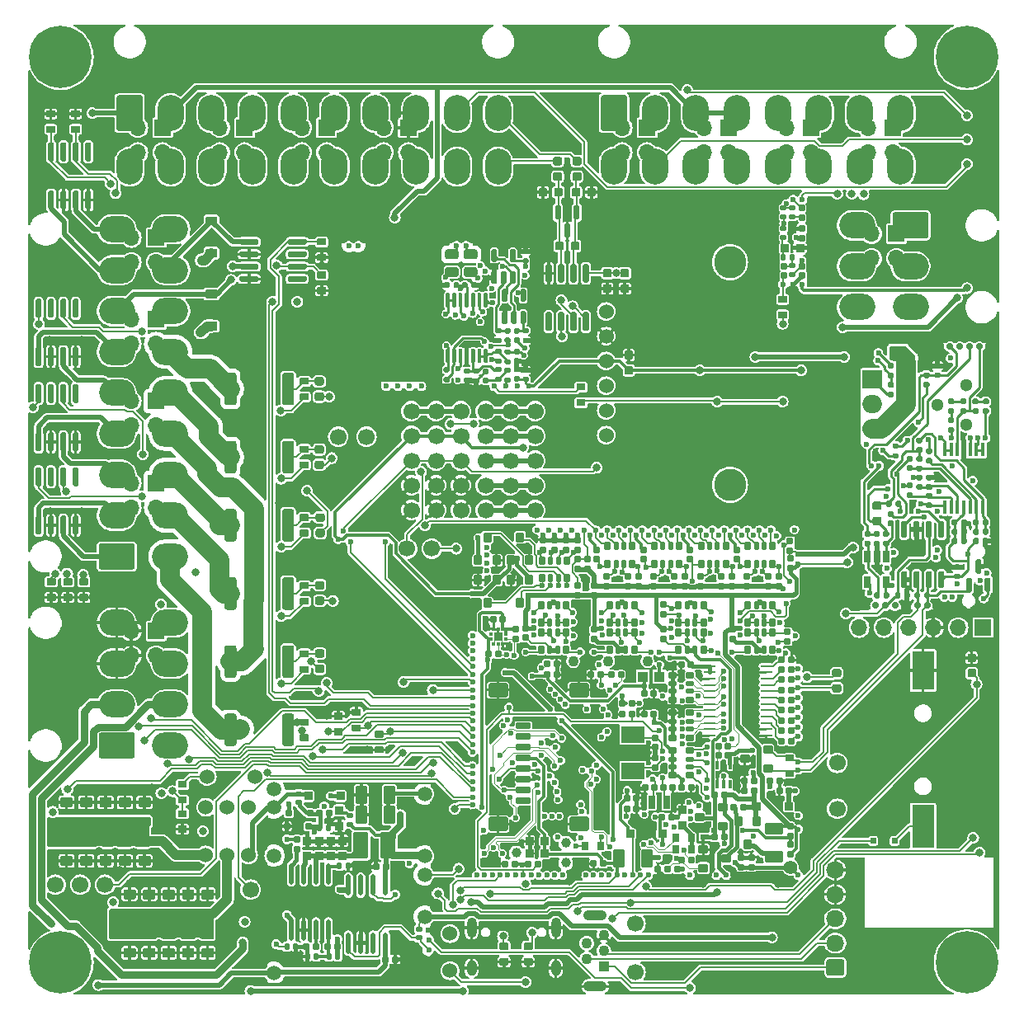
<source format=gbl>
G75*
G70*
%OFA0B0*%
%FSLAX25Y25*%
%IPPOS*%
%LPD*%
%AMOC8*
5,1,8,0,0,1.08239X$1,22.5*
%
%AMM11*
21,1,0.023620,0.018900,0.000000,0.000000,90.000000*
21,1,0.018900,0.023620,0.000000,0.000000,90.000000*
1,1,0.004720,0.009450,0.009450*
1,1,0.004720,0.009450,-0.009450*
1,1,0.004720,-0.009450,-0.009450*
1,1,0.004720,-0.009450,0.009450*
%
%AMM117*
21,1,0.023620,0.018900,0.000000,-0.000000,90.000000*
21,1,0.018900,0.023620,0.000000,-0.000000,90.000000*
1,1,0.004720,0.009450,0.009450*
1,1,0.004720,0.009450,-0.009450*
1,1,0.004720,-0.009450,-0.009450*
1,1,0.004720,-0.009450,0.009450*
%
%AMM118*
21,1,0.019680,0.019680,0.000000,-0.000000,180.000000*
21,1,0.015750,0.023620,0.000000,-0.000000,180.000000*
1,1,0.003940,-0.007870,0.009840*
1,1,0.003940,0.007870,0.009840*
1,1,0.003940,0.007870,-0.009840*
1,1,0.003940,-0.007870,-0.009840*
%
%AMM119*
21,1,0.033470,0.026770,0.000000,-0.000000,180.000000*
21,1,0.026770,0.033470,0.000000,-0.000000,180.000000*
1,1,0.006690,-0.013390,0.013390*
1,1,0.006690,0.013390,0.013390*
1,1,0.006690,0.013390,-0.013390*
1,1,0.006690,-0.013390,-0.013390*
%
%AMM12*
21,1,0.019680,0.019680,0.000000,0.000000,0.000000*
21,1,0.015750,0.023620,0.000000,0.000000,0.000000*
1,1,0.003940,0.007870,-0.009840*
1,1,0.003940,-0.007870,-0.009840*
1,1,0.003940,-0.007870,0.009840*
1,1,0.003940,0.007870,0.009840*
%
%AMM120*
21,1,0.019680,0.019680,0.000000,-0.000000,270.000000*
21,1,0.015750,0.023620,0.000000,-0.000000,270.000000*
1,1,0.003940,-0.009840,-0.007870*
1,1,0.003940,-0.009840,0.007870*
1,1,0.003940,0.009840,0.007870*
1,1,0.003940,0.009840,-0.007870*
%
%AMM13*
21,1,0.019680,0.019680,0.000000,0.000000,270.000000*
21,1,0.015750,0.023620,0.000000,0.000000,270.000000*
1,1,0.003940,-0.009840,-0.007870*
1,1,0.003940,-0.009840,0.007870*
1,1,0.003940,0.009840,0.007870*
1,1,0.003940,0.009840,-0.007870*
%
%AMM183*
21,1,0.025590,0.026380,-0.000000,-0.000000,90.000000*
21,1,0.020470,0.031500,-0.000000,-0.000000,90.000000*
1,1,0.005120,0.013190,0.010240*
1,1,0.005120,0.013190,-0.010240*
1,1,0.005120,-0.013190,-0.010240*
1,1,0.005120,-0.013190,0.010240*
%
%AMM184*
21,1,0.017720,0.027950,-0.000000,-0.000000,90.000000*
21,1,0.014170,0.031500,-0.000000,-0.000000,90.000000*
1,1,0.003540,0.013980,0.007090*
1,1,0.003540,0.013980,-0.007090*
1,1,0.003540,-0.013980,-0.007090*
1,1,0.003540,-0.013980,0.007090*
%
%AMM187*
21,1,0.027560,0.018900,-0.000000,-0.000000,270.000000*
21,1,0.022840,0.023620,-0.000000,-0.000000,270.000000*
1,1,0.004720,-0.009450,-0.011420*
1,1,0.004720,-0.009450,0.011420*
1,1,0.004720,0.009450,0.011420*
1,1,0.004720,0.009450,-0.011420*
%
%AMM189*
21,1,0.027560,0.018900,-0.000000,-0.000000,0.000000*
21,1,0.022840,0.023620,-0.000000,-0.000000,0.000000*
1,1,0.004720,0.011420,-0.009450*
1,1,0.004720,-0.011420,-0.009450*
1,1,0.004720,-0.011420,0.009450*
1,1,0.004720,0.011420,0.009450*
%
%AMM191*
21,1,0.035430,0.030320,-0.000000,-0.000000,90.000000*
21,1,0.028350,0.037400,-0.000000,-0.000000,90.000000*
1,1,0.007090,0.015160,0.014170*
1,1,0.007090,0.015160,-0.014170*
1,1,0.007090,-0.015160,-0.014170*
1,1,0.007090,-0.015160,0.014170*
%
%AMM194*
21,1,0.027560,0.030710,-0.000000,-0.000000,180.000000*
21,1,0.022050,0.036220,-0.000000,-0.000000,180.000000*
1,1,0.005510,-0.011020,0.015350*
1,1,0.005510,0.011020,0.015350*
1,1,0.005510,0.011020,-0.015350*
1,1,0.005510,-0.011020,-0.015350*
%
%AMM215*
21,1,0.033470,0.026770,-0.000000,-0.000000,270.000000*
21,1,0.026770,0.033470,-0.000000,-0.000000,270.000000*
1,1,0.006690,-0.013390,-0.013390*
1,1,0.006690,-0.013390,0.013390*
1,1,0.006690,0.013390,0.013390*
1,1,0.006690,0.013390,-0.013390*
%
%AMM216*
21,1,0.025590,0.026380,-0.000000,-0.000000,180.000000*
21,1,0.020470,0.031500,-0.000000,-0.000000,180.000000*
1,1,0.005120,-0.010240,0.013190*
1,1,0.005120,0.010240,0.013190*
1,1,0.005120,0.010240,-0.013190*
1,1,0.005120,-0.010240,-0.013190*
%
%AMM217*
21,1,0.017720,0.027950,-0.000000,-0.000000,180.000000*
21,1,0.014170,0.031500,-0.000000,-0.000000,180.000000*
1,1,0.003540,-0.007090,0.013980*
1,1,0.003540,0.007090,0.013980*
1,1,0.003540,0.007090,-0.013980*
1,1,0.003540,-0.007090,-0.013980*
%
%AMM218*
21,1,0.033470,0.026770,-0.000000,-0.000000,180.000000*
21,1,0.026770,0.033470,-0.000000,-0.000000,180.000000*
1,1,0.006690,-0.013390,0.013390*
1,1,0.006690,0.013390,0.013390*
1,1,0.006690,0.013390,-0.013390*
1,1,0.006690,-0.013390,-0.013390*
%
%AMM219*
21,1,0.078740,0.045670,-0.000000,-0.000000,0.000000*
21,1,0.067320,0.057090,-0.000000,-0.000000,0.000000*
1,1,0.011420,0.033660,-0.022840*
1,1,0.011420,-0.033660,-0.022840*
1,1,0.011420,-0.033660,0.022840*
1,1,0.011420,0.033660,0.022840*
%
%AMM220*
21,1,0.059060,0.020470,-0.000000,-0.000000,0.000000*
21,1,0.053940,0.025590,-0.000000,-0.000000,0.000000*
1,1,0.005120,0.026970,-0.010240*
1,1,0.005120,-0.026970,-0.010240*
1,1,0.005120,-0.026970,0.010240*
1,1,0.005120,0.026970,0.010240*
%
%AMM221*
21,1,0.035430,0.030320,-0.000000,-0.000000,0.000000*
21,1,0.028350,0.037400,-0.000000,-0.000000,0.000000*
1,1,0.007090,0.014170,-0.015160*
1,1,0.007090,-0.014170,-0.015160*
1,1,0.007090,-0.014170,0.015160*
1,1,0.007090,0.014170,0.015160*
%
%AMM222*
21,1,0.012600,0.028980,-0.000000,-0.000000,0.000000*
21,1,0.010080,0.031500,-0.000000,-0.000000,0.000000*
1,1,0.002520,0.005040,-0.014490*
1,1,0.002520,-0.005040,-0.014490*
1,1,0.002520,-0.005040,0.014490*
1,1,0.002520,0.005040,0.014490*
%
%AMM223*
21,1,0.070870,0.036220,-0.000000,-0.000000,180.000000*
21,1,0.061810,0.045280,-0.000000,-0.000000,180.000000*
1,1,0.009060,-0.030910,0.018110*
1,1,0.009060,0.030910,0.018110*
1,1,0.009060,0.030910,-0.018110*
1,1,0.009060,-0.030910,-0.018110*
%
%AMM224*
21,1,0.035830,0.026770,-0.000000,-0.000000,180.000000*
21,1,0.029130,0.033470,-0.000000,-0.000000,180.000000*
1,1,0.006690,-0.014570,0.013390*
1,1,0.006690,0.014570,0.013390*
1,1,0.006690,0.014570,-0.013390*
1,1,0.006690,-0.014570,-0.013390*
%
%AMM225*
21,1,0.027560,0.049610,-0.000000,-0.000000,180.000000*
21,1,0.022050,0.055120,-0.000000,-0.000000,180.000000*
1,1,0.005510,-0.011020,0.024800*
1,1,0.005510,0.011020,0.024800*
1,1,0.005510,0.011020,-0.024800*
1,1,0.005510,-0.011020,-0.024800*
%
%AMM226*
21,1,0.070870,0.036220,-0.000000,-0.000000,270.000000*
21,1,0.061810,0.045280,-0.000000,-0.000000,270.000000*
1,1,0.009060,-0.018110,-0.030910*
1,1,0.009060,-0.018110,0.030910*
1,1,0.009060,0.018110,0.030910*
1,1,0.009060,0.018110,-0.030910*
%
%AMM227*
21,1,0.027560,0.030710,-0.000000,-0.000000,270.000000*
21,1,0.022050,0.036220,-0.000000,-0.000000,270.000000*
1,1,0.005510,-0.015350,-0.011020*
1,1,0.005510,-0.015350,0.011020*
1,1,0.005510,0.015350,0.011020*
1,1,0.005510,0.015350,-0.011020*
%
%AMM27*
21,1,0.106300,0.050390,0.000000,0.000000,90.000000*
21,1,0.093700,0.062990,0.000000,0.000000,90.000000*
1,1,0.012600,0.025200,0.046850*
1,1,0.012600,0.025200,-0.046850*
1,1,0.012600,-0.025200,-0.046850*
1,1,0.012600,-0.025200,0.046850*
%
%AMM28*
21,1,0.033470,0.026770,0.000000,0.000000,270.000000*
21,1,0.026770,0.033470,0.000000,0.000000,270.000000*
1,1,0.006690,-0.013390,-0.013390*
1,1,0.006690,-0.013390,0.013390*
1,1,0.006690,0.013390,0.013390*
1,1,0.006690,0.013390,-0.013390*
%
%AMM29*
21,1,0.023620,0.018900,0.000000,0.000000,180.000000*
21,1,0.018900,0.023620,0.000000,0.000000,180.000000*
1,1,0.004720,-0.009450,0.009450*
1,1,0.004720,0.009450,0.009450*
1,1,0.004720,0.009450,-0.009450*
1,1,0.004720,-0.009450,-0.009450*
%
%AMM30*
21,1,0.122050,0.075590,0.000000,0.000000,180.000000*
21,1,0.103150,0.094490,0.000000,0.000000,180.000000*
1,1,0.018900,-0.051580,0.037800*
1,1,0.018900,0.051580,0.037800*
1,1,0.018900,0.051580,-0.037800*
1,1,0.018900,-0.051580,-0.037800*
%
%AMM31*
21,1,0.118110,0.083460,0.000000,0.000000,0.000000*
21,1,0.097240,0.104330,0.000000,0.000000,0.000000*
1,1,0.020870,0.048620,-0.041730*
1,1,0.020870,-0.048620,-0.041730*
1,1,0.020870,-0.048620,0.041730*
1,1,0.020870,0.048620,0.041730*
%
%AMM7*
21,1,0.035830,0.026770,0.000000,0.000000,0.000000*
21,1,0.029130,0.033470,0.000000,0.000000,0.000000*
1,1,0.006690,0.014570,-0.013390*
1,1,0.006690,-0.014570,-0.013390*
1,1,0.006690,-0.014570,0.013390*
1,1,0.006690,0.014570,0.013390*
%
%AMM8*
21,1,0.070870,0.036220,0.000000,0.000000,90.000000*
21,1,0.061810,0.045280,0.000000,0.000000,90.000000*
1,1,0.009060,0.018110,0.030910*
1,1,0.009060,0.018110,-0.030910*
1,1,0.009060,-0.018110,-0.030910*
1,1,0.009060,-0.018110,0.030910*
%
%ADD10C,0.00787*%
%ADD101C,0.01968*%
%ADD102C,0.01575*%
%ADD109M7*%
%ADD11R,0.06693X0.06693*%
%ADD110M8*%
%ADD113M11*%
%ADD114M12*%
%ADD115M13*%
%ADD116O,0.00787X0.40158*%
%ADD12O,0.06693X0.06693*%
%ADD13O,0.10630X0.14567*%
%ADD133M27*%
%ADD134M28*%
%ADD135M29*%
%ADD136O,0.01968X0.08661*%
%ADD137M30*%
%ADD138M31*%
%ADD14C,0.06693*%
%ADD15C,0.02756*%
%ADD159C,0.05118*%
%ADD172C,0.03900*%
%ADD18R,0.04331X0.00984*%
%ADD19R,0.03858X0.00984*%
%ADD200C,0.00492*%
%ADD201C,0.01260*%
%ADD202C,0.05512*%
%ADD21R,0.00984X1.08661*%
%ADD23R,0.03740X0.00984*%
%ADD236R,0.01378X0.01476*%
%ADD237R,0.01968X0.01968*%
%ADD239O,0.04961X0.00984*%
%ADD24C,0.03150*%
%ADD241R,0.09449X0.06693*%
%ADD242R,0.01476X0.01378*%
%ADD244R,0.03937X0.04331*%
%ADD25C,0.25197*%
%ADD26C,0.06000*%
%ADD27O,0.07283X0.06693*%
%ADD28C,0.02362*%
%ADD29R,0.24350X0.00984*%
%ADD299M117*%
%ADD30R,0.04390X0.00984*%
%ADD300M118*%
%ADD301M119*%
%ADD302M120*%
%ADD31R,0.00984X0.56201*%
%ADD310R,0.07874X0.07500*%
%ADD311O,0.07874X0.07500*%
%ADD313R,0.01772X0.05709*%
%ADD314R,0.02559X0.04803*%
%ADD32R,0.00984X0.59449*%
%ADD33R,0.20374X0.00984*%
%ADD34R,0.04331X0.04331*%
%ADD35C,0.04331*%
%ADD36O,0.09449X0.04331*%
%ADD37O,0.04823X0.00787*%
%ADD38O,0.00787X0.36614*%
%ADD39C,0.05906*%
%ADD393M183*%
%ADD394M184*%
%ADD397M187*%
%ADD399M189*%
%ADD40O,0.00787X0.12992*%
%ADD401M191*%
%ADD404M194*%
%ADD41O,0.00787X0.40157*%
%ADD42O,0.00787X0.01181*%
%ADD425M215*%
%ADD426M216*%
%ADD427M217*%
%ADD428M218*%
%ADD429M219*%
%ADD43O,0.66929X0.00787*%
%ADD430M220*%
%ADD431M221*%
%ADD432M222*%
%ADD433M223*%
%ADD434M224*%
%ADD435M225*%
%ADD436M226*%
%ADD437M227*%
%ADD44O,0.60630X0.00787*%
%ADD45O,0.00787X0.18898*%
%ADD46O,0.00787X0.10236*%
%ADD47O,0.00787X0.03937*%
%ADD48O,0.00787X0.05906*%
%ADD55O,0.14567X0.10630*%
%ADD59R,0.00787X0.14567*%
%ADD60R,0.00787X0.01575*%
%ADD61R,0.00787X0.06299*%
%ADD62R,0.00787X0.38189*%
%ADD63R,0.00787X0.09055*%
%ADD64R,0.05512X0.00787*%
%ADD65R,0.25197X0.00787*%
%ADD66R,0.06693X0.00787*%
%ADD67R,0.12992X0.00787*%
%ADD68R,0.00787X0.27559*%
%ADD69R,0.00787X0.12992*%
%ADD70R,0.00787X0.24803*%
%ADD72O,0.03937X0.08268*%
%ADD73O,0.03937X0.06299*%
%ADD74C,0.13000*%
%ADD76C,0.01181*%
%ADD77C,0.03937*%
%ADD78C,0.01969*%
%ADD79C,0.00591*%
%ADD86C,0.00984*%
%ADD95R,0.24803X0.00984*%
%ADD96R,0.34449X0.00984*%
%ADD97R,0.09055X0.17323*%
%ADD98R,0.09055X0.15748*%
%ADD99C,0.07874*%
X0000000Y0000000D02*
%LPD*%
G01*
D11*
X0052421Y0207677D03*
D12*
X0042421Y0207677D03*
X0052421Y0197677D03*
X0042421Y0197677D03*
G36*
G01*
X0232087Y0350886D02*
X0232087Y0363484D01*
G75*
G02*
X0233071Y0364469I0000984J0000000D01*
G01*
X0241732Y0364469D01*
G75*
G02*
X0242717Y0363484I0000000J-000984D01*
G01*
X0242717Y0350886D01*
G75*
G02*
X0241732Y0349902I-000984J0000000D01*
G01*
X0233071Y0349902D01*
G75*
G02*
X0232087Y0350886I0000000J0000984D01*
G01*
G37*
D13*
X0253937Y0357185D03*
X0270472Y0357185D03*
X0287008Y0357185D03*
X0303543Y0357185D03*
X0320079Y0357185D03*
X0336614Y0357185D03*
X0353150Y0357185D03*
X0237402Y0335531D03*
X0253937Y0335531D03*
X0270472Y0335531D03*
X0287008Y0335531D03*
X0303543Y0335531D03*
X0320079Y0335531D03*
X0336614Y0335531D03*
X0353150Y0335531D03*
D14*
X0327559Y0075984D03*
D11*
X0052421Y0240748D03*
D12*
X0042421Y0240748D03*
X0052421Y0230748D03*
X0042421Y0230748D03*
D15*
X0384941Y0262795D03*
X0373130Y0262795D03*
X0377067Y0262795D03*
X0381004Y0262795D03*
D18*
X0338287Y0156594D03*
D19*
X0355374Y0156594D03*
D95*
X0378839Y0156594D03*
D21*
X0336614Y0210433D03*
X0390748Y0210433D03*
D96*
X0353346Y0264272D03*
D23*
X0389370Y0264272D03*
D15*
X0346949Y0158106D03*
X0350886Y0158106D03*
X0363862Y0158106D03*
X0359862Y0158106D03*
X0343012Y0158106D03*
D14*
X0163780Y0181102D03*
G36*
G01*
X0036417Y0350886D02*
X0036417Y0363484D01*
G75*
G02*
X0037402Y0364469I0000984J0000000D01*
G01*
X0046063Y0364469D01*
G75*
G02*
X0047047Y0363484I0000000J-000984D01*
G01*
X0047047Y0350886D01*
G75*
G02*
X0046063Y0349902I-000984J0000000D01*
G01*
X0037402Y0349902D01*
G75*
G02*
X0036417Y0350886I0000000J0000984D01*
G01*
G37*
D13*
X0058268Y0357185D03*
X0074803Y0357185D03*
X0091339Y0357185D03*
X0107874Y0357185D03*
X0124409Y0357185D03*
X0140945Y0357185D03*
X0157480Y0357185D03*
X0174016Y0357185D03*
X0190551Y0357185D03*
X0041732Y0335531D03*
X0058268Y0335531D03*
X0074803Y0335531D03*
X0091339Y0335531D03*
X0107874Y0335531D03*
X0124409Y0335531D03*
X0140945Y0335531D03*
X0157480Y0335531D03*
X0174016Y0335531D03*
X0190551Y0335531D03*
D11*
X0154291Y0351280D03*
D12*
X0144291Y0351280D03*
X0154291Y0341280D03*
X0144291Y0341280D03*
D14*
X0125984Y0226378D03*
X0137402Y0226378D03*
X0021811Y0045276D03*
D24*
X0004331Y0379921D03*
X0007098Y0386603D03*
X0007098Y0373240D03*
X0013780Y0389370D03*
D25*
X0013780Y0379921D03*
D24*
X0013780Y0370472D03*
X0020461Y0386603D03*
X0020461Y0373240D03*
X0023228Y0379921D03*
X0370472Y0379921D03*
X0373240Y0386603D03*
X0373240Y0373240D03*
X0379921Y0389370D03*
D25*
X0379921Y0379921D03*
D24*
X0379921Y0370472D03*
X0386603Y0386603D03*
X0386603Y0373240D03*
X0389370Y0379921D03*
D26*
X0072441Y0076575D03*
X0072441Y0057283D03*
G36*
G01*
X0329429Y0008465D02*
X0324114Y0008465D01*
G75*
G02*
X0323130Y0009449I0000000J0000984D01*
G01*
X0323130Y0014173D01*
G75*
G02*
X0324114Y0015157I0000984J0000000D01*
G01*
X0329429Y0015157D01*
G75*
G02*
X0330413Y0014173I0000000J-000984D01*
G01*
X0330413Y0009449D01*
G75*
G02*
X0329429Y0008465I-000984J0000000D01*
G01*
G37*
D27*
X0326772Y0021654D03*
X0326772Y0031496D03*
X0326772Y0041339D03*
X0326772Y0051181D03*
D14*
X0246063Y0029528D03*
D24*
X0004331Y0013780D03*
X0007098Y0020461D03*
X0007098Y0007098D03*
X0013780Y0023228D03*
D25*
X0013780Y0013780D03*
D24*
X0013780Y0004331D03*
X0020461Y0020461D03*
X0020461Y0007098D03*
X0023228Y0013780D03*
D28*
X0193602Y0246752D03*
X0188878Y0246752D03*
X0198327Y0246752D03*
X0203051Y0246752D03*
D29*
X0192549Y0304429D03*
D30*
X0168730Y0304429D03*
D31*
X0204232Y0276821D03*
D32*
X0167028Y0275197D03*
D33*
X0176722Y0245965D03*
D28*
X0177618Y0303543D03*
X0173681Y0303543D03*
D14*
X0011811Y0045276D03*
D34*
X0233268Y0012205D03*
D35*
X0226378Y0015354D03*
X0233268Y0018504D03*
X0226378Y0021654D03*
X0233268Y0024803D03*
D36*
X0229823Y0004134D03*
X0229823Y0032874D03*
D26*
X0081102Y0076575D03*
X0081102Y0057283D03*
D28*
X0313287Y0287894D03*
D37*
X0305512Y0322933D03*
D38*
X0315650Y0305020D03*
X0303445Y0305020D03*
D28*
X0309547Y0287894D03*
X0305807Y0287894D03*
X0309744Y0322146D03*
X0313287Y0322146D03*
D14*
X0090551Y0043307D03*
D39*
X0160925Y0081988D03*
X0160925Y0056791D03*
X0160925Y0049311D03*
X0160925Y0032382D03*
D28*
X0162697Y0022933D03*
X0162697Y0018996D03*
D40*
X0097343Y0066831D03*
D41*
X0097343Y0033366D03*
D42*
X0097343Y0005413D03*
D43*
X0130413Y0005217D03*
D44*
X0133563Y0086319D03*
D39*
X0160925Y0007776D03*
D42*
X0163484Y0086122D03*
D45*
X0163484Y0069587D03*
D46*
X0163484Y0040650D03*
D47*
X0163484Y0026870D03*
D48*
X0163484Y0013878D03*
D39*
X0099902Y0083760D03*
X0099902Y0076476D03*
X0099902Y0056988D03*
X0099902Y0009547D03*
D14*
X0153780Y0181102D03*
D28*
X0125984Y0184941D03*
X0128051Y0188386D03*
X0131004Y0183760D03*
X0144980Y0184055D03*
D11*
X0316890Y0351280D03*
D12*
X0306890Y0351280D03*
X0316890Y0341280D03*
X0306890Y0341280D03*
G36*
G01*
X0042815Y0172638D02*
X0030217Y0172638D01*
G75*
G02*
X0029232Y0173622I0000000J0000984D01*
G01*
X0029232Y0182283D01*
G75*
G02*
X0030217Y0183268I0000984J0000000D01*
G01*
X0042815Y0183268D01*
G75*
G02*
X0043799Y0182283I0000000J-000984D01*
G01*
X0043799Y0173622D01*
G75*
G02*
X0042815Y0172638I-000984J0000000D01*
G01*
G37*
D55*
X0036516Y0194488D03*
X0036516Y0211024D03*
X0036516Y0227559D03*
X0036516Y0244094D03*
X0036516Y0260630D03*
X0036516Y0277165D03*
X0036516Y0293701D03*
X0036516Y0310236D03*
X0058169Y0177953D03*
X0058169Y0194488D03*
X0058169Y0211024D03*
X0058169Y0227559D03*
X0058169Y0244094D03*
X0058169Y0260630D03*
X0058169Y0277165D03*
X0058169Y0293701D03*
X0058169Y0310236D03*
D11*
X0349961Y0351280D03*
D12*
X0339961Y0351280D03*
X0349961Y0341280D03*
X0339961Y0341280D03*
G36*
G01*
X0350886Y0317126D02*
X0363484Y0317126D01*
G75*
G02*
X0364469Y0316142I0000000J-000984D01*
G01*
X0364469Y0307480D01*
G75*
G02*
X0363484Y0306496I-000984J0000000D01*
G01*
X0350886Y0306496D01*
G75*
G02*
X0349902Y0307480I0000000J0000984D01*
G01*
X0349902Y0316142D01*
G75*
G02*
X0350886Y0317126I0000984J0000000D01*
G01*
G37*
D55*
X0357185Y0295276D03*
X0357185Y0278740D03*
X0335531Y0311811D03*
X0335531Y0295276D03*
X0335531Y0278740D03*
D11*
X0121220Y0351280D03*
D12*
X0111220Y0351280D03*
X0121220Y0341280D03*
X0111220Y0341280D03*
D26*
X0089764Y0076575D03*
X0089764Y0057283D03*
D14*
X0155512Y0196693D03*
X0155512Y0206693D03*
X0155512Y0216693D03*
X0155512Y0226693D03*
X0155512Y0236693D03*
X0165512Y0196693D03*
X0165512Y0206693D03*
X0165512Y0216693D03*
X0165512Y0226693D03*
X0165512Y0236693D03*
X0175512Y0196693D03*
X0175512Y0206693D03*
X0175512Y0216693D03*
X0175512Y0226693D03*
X0175512Y0236693D03*
X0246063Y0009843D03*
D26*
X0171160Y0025491D03*
X0171160Y0010491D03*
D11*
X0351437Y0308465D03*
D12*
X0341437Y0308465D03*
X0351437Y0298465D03*
X0341437Y0298465D03*
G36*
G01*
X0042815Y0096260D02*
X0030217Y0096260D01*
G75*
G02*
X0029232Y0097244I0000000J0000984D01*
G01*
X0029232Y0105906D01*
G75*
G02*
X0030217Y0106890I0000984J0000000D01*
G01*
X0042815Y0106890D01*
G75*
G02*
X0043799Y0105906I0000000J-000984D01*
G01*
X0043799Y0097244D01*
G75*
G02*
X0042815Y0096260I-000984J0000000D01*
G01*
G37*
D55*
X0036516Y0118110D03*
X0036516Y0134646D03*
X0036516Y0151181D03*
X0058169Y0101575D03*
X0058169Y0118110D03*
X0058169Y0134646D03*
X0058169Y0151181D03*
D14*
X0327559Y0094488D03*
D28*
X0180315Y0162992D03*
X0180315Y0146063D03*
X0180315Y0142913D03*
X0180315Y0139764D03*
X0180315Y0136614D03*
X0180315Y0133465D03*
X0180315Y0130315D03*
X0180315Y0127165D03*
X0180315Y0124016D03*
X0180315Y0120866D03*
X0180315Y0117717D03*
X0180315Y0114567D03*
X0180315Y0111417D03*
X0180315Y0108268D03*
X0180315Y0105118D03*
X0180315Y0101969D03*
X0180315Y0098819D03*
X0180315Y0093307D03*
X0180315Y0090158D03*
X0180315Y0087008D03*
X0180315Y0083858D03*
X0180315Y0080709D03*
X0180315Y0077559D03*
D59*
X0312598Y0058465D03*
D60*
X0312598Y0070472D03*
D59*
X0312598Y0082480D03*
D61*
X0312598Y0100000D03*
D62*
X0312598Y0153740D03*
D63*
X0312598Y0185236D03*
D64*
X0305512Y0189370D03*
D65*
X0297244Y0048425D03*
D66*
X0273425Y0048425D03*
D67*
X0259646Y0048425D03*
D64*
X0221260Y0048425D03*
D65*
X0191732Y0189370D03*
D68*
X0179528Y0061811D03*
D60*
X0179528Y0096063D03*
D69*
X0179528Y0154528D03*
D70*
X0179528Y0177362D03*
D28*
X0181890Y0049213D03*
X0185039Y0049213D03*
X0188189Y0049213D03*
X0191339Y0049213D03*
X0194488Y0049213D03*
X0197638Y0049213D03*
X0200787Y0049213D03*
X0203937Y0049213D03*
X0207087Y0049213D03*
X0210236Y0049213D03*
X0213386Y0049213D03*
X0216535Y0049213D03*
X0225984Y0049213D03*
X0229134Y0049213D03*
X0232283Y0049213D03*
X0235433Y0049213D03*
X0238583Y0049213D03*
X0241732Y0049213D03*
X0244882Y0049213D03*
X0248032Y0049213D03*
X0251181Y0049213D03*
X0268110Y0049213D03*
X0278740Y0049213D03*
X0282677Y0049213D03*
X0311811Y0049213D03*
X0206299Y0188583D03*
X0211024Y0188583D03*
X0215748Y0188583D03*
X0220472Y0188583D03*
X0225197Y0188583D03*
X0229921Y0188583D03*
X0234646Y0188583D03*
X0239370Y0188583D03*
X0244094Y0188583D03*
X0248819Y0188583D03*
X0253543Y0188583D03*
X0258268Y0188583D03*
X0262992Y0188583D03*
X0267717Y0188583D03*
X0272441Y0188583D03*
X0277165Y0188583D03*
X0281890Y0188583D03*
X0286614Y0188583D03*
X0291339Y0188583D03*
X0296063Y0188583D03*
X0300787Y0188583D03*
X0310236Y0188583D03*
X0311811Y0178740D03*
X0311811Y0174803D03*
X0311811Y0132677D03*
X0311811Y0128740D03*
X0311811Y0124803D03*
X0311811Y0120866D03*
X0311811Y0116929D03*
X0311811Y0112992D03*
X0311811Y0109055D03*
X0311811Y0105118D03*
X0311811Y0094882D03*
X0311811Y0091732D03*
X0311811Y0073228D03*
X0311811Y0067717D03*
D11*
X0250748Y0351280D03*
D12*
X0240748Y0351280D03*
X0250748Y0341280D03*
X0240748Y0341280D03*
D72*
X0179843Y0027972D03*
D73*
X0179843Y0011516D03*
D72*
X0213858Y0027972D03*
D73*
X0213858Y0011516D03*
D24*
X0370472Y0013780D03*
X0373240Y0020461D03*
X0373240Y0007098D03*
X0379921Y0023228D03*
D25*
X0379921Y0013780D03*
D24*
X0379921Y0004331D03*
X0386603Y0020461D03*
X0386603Y0007098D03*
X0389370Y0013780D03*
D28*
X0150098Y0246752D03*
X0145374Y0246752D03*
X0154823Y0246752D03*
X0159547Y0246752D03*
D29*
X0149045Y0304429D03*
D30*
X0125226Y0304429D03*
D31*
X0160728Y0276821D03*
D32*
X0123524Y0275197D03*
D33*
X0133219Y0245965D03*
D28*
X0134114Y0303543D03*
X0130177Y0303543D03*
D11*
X0055079Y0351280D03*
D12*
X0045079Y0351280D03*
X0055079Y0341280D03*
X0045079Y0341280D03*
D11*
X0052421Y0306890D03*
D12*
X0042421Y0306890D03*
X0052421Y0296890D03*
X0042421Y0296890D03*
D26*
X0073031Y0088976D03*
X0092323Y0088976D03*
D11*
X0088150Y0351280D03*
D12*
X0078150Y0351280D03*
X0088150Y0341280D03*
X0078150Y0341280D03*
D11*
X0386417Y0149213D03*
D12*
X0376417Y0149213D03*
X0366417Y0149213D03*
X0356417Y0149213D03*
X0346417Y0149213D03*
X0336417Y0149213D03*
D11*
X0052421Y0273819D03*
D12*
X0042421Y0273819D03*
X0052421Y0263819D03*
X0042421Y0263819D03*
D11*
X0052421Y0147835D03*
D12*
X0042421Y0147835D03*
X0052421Y0137835D03*
X0042421Y0137835D03*
D11*
X0283819Y0351280D03*
D12*
X0273819Y0351280D03*
X0283819Y0341280D03*
X0273819Y0341280D03*
D74*
X0284265Y0296969D03*
X0284265Y0206969D03*
D26*
X0234265Y0276969D03*
X0234265Y0266969D03*
X0234265Y0256969D03*
X0234265Y0246969D03*
X0234265Y0236969D03*
X0234265Y0226969D03*
D14*
X0031811Y0045276D03*
X0185512Y0196693D03*
X0185512Y0206693D03*
X0185512Y0216693D03*
X0185512Y0226693D03*
X0185512Y0236693D03*
X0195512Y0196693D03*
X0195512Y0206693D03*
X0195512Y0216693D03*
X0195512Y0226693D03*
X0195512Y0236693D03*
X0205512Y0196693D03*
X0205512Y0206693D03*
X0205512Y0216693D03*
X0205512Y0226693D03*
X0205512Y0236693D03*
G36*
G01*
X0214173Y0319910D02*
X0215354Y0319910D01*
G75*
G02*
X0215945Y0319319I0000000J-000591D01*
G01*
X0215945Y0314693D01*
G75*
G02*
X0215354Y0314102I-000591J0000000D01*
G01*
X0214173Y0314102D01*
G75*
G02*
X0213583Y0314693I0000000J0000591D01*
G01*
X0213583Y0319319D01*
G75*
G02*
X0214173Y0319910I0000591J0000000D01*
G01*
G37*
G36*
G01*
X0221654Y0319910D02*
X0222835Y0319910D01*
G75*
G02*
X0223425Y0319319I0000000J-000591D01*
G01*
X0223425Y0314693D01*
G75*
G02*
X0222835Y0314102I-000591J0000000D01*
G01*
X0221654Y0314102D01*
G75*
G02*
X0221063Y0314693I0000000J0000591D01*
G01*
X0221063Y0319319D01*
G75*
G02*
X0221654Y0319910I0000591J0000000D01*
G01*
G37*
G36*
G01*
X0217913Y0312528D02*
X0219094Y0312528D01*
G75*
G02*
X0219685Y0311937I0000000J-000591D01*
G01*
X0219685Y0307311D01*
G75*
G02*
X0219094Y0306721I-000591J0000000D01*
G01*
X0217913Y0306721D01*
G75*
G02*
X0217323Y0307311I0000000J0000591D01*
G01*
X0217323Y0311937D01*
G75*
G02*
X0217913Y0312528I0000591J0000000D01*
G01*
G37*
G36*
G01*
X0049803Y0052992D02*
X0045669Y0052992D01*
G75*
G02*
X0045276Y0053386I0000000J0000394D01*
G01*
X0045276Y0056535D01*
G75*
G02*
X0045669Y0056929I0000394J0000000D01*
G01*
X0049803Y0056929D01*
G75*
G02*
X0050197Y0056535I0000000J-000394D01*
G01*
X0050197Y0053386D01*
G75*
G02*
X0049803Y0052992I-000394J0000000D01*
G01*
G37*
G36*
G01*
X0049803Y0060866D02*
X0045669Y0060866D01*
G75*
G02*
X0045276Y0061260I0000000J0000394D01*
G01*
X0045276Y0064409D01*
G75*
G02*
X0045669Y0064803I0000394J0000000D01*
G01*
X0049803Y0064803D01*
G75*
G02*
X0050197Y0064409I0000000J-000394D01*
G01*
X0050197Y0061260D01*
G75*
G02*
X0049803Y0060866I-000394J0000000D01*
G01*
G37*
G36*
G01*
X0241969Y0261083D02*
X0244646Y0261083D01*
G75*
G02*
X0244980Y0260748I0000000J-000335D01*
G01*
X0244980Y0258071D01*
G75*
G02*
X0244646Y0257736I-000335J0000000D01*
G01*
X0241969Y0257736D01*
G75*
G02*
X0241634Y0258071I0000000J0000335D01*
G01*
X0241634Y0260748D01*
G75*
G02*
X0241969Y0261083I0000335J0000000D01*
G01*
G37*
G36*
G01*
X0241969Y0254862D02*
X0244646Y0254862D01*
G75*
G02*
X0244980Y0254528I0000000J-000335D01*
G01*
X0244980Y0251850D01*
G75*
G02*
X0244646Y0251516I-000335J0000000D01*
G01*
X0241969Y0251516D01*
G75*
G02*
X0241634Y0251850I0000000J0000335D01*
G01*
X0241634Y0254528D01*
G75*
G02*
X0241969Y0254862I0000335J0000000D01*
G01*
G37*
G36*
G01*
X0076811Y0298819D02*
X0072795Y0298819D01*
G75*
G02*
X0072441Y0299173I0000000J0000354D01*
G01*
X0072441Y0302008D01*
G75*
G02*
X0072795Y0302362I0000354J0000000D01*
G01*
X0076811Y0302362D01*
G75*
G02*
X0077165Y0302008I0000000J-000354D01*
G01*
X0077165Y0299173D01*
G75*
G02*
X0076811Y0298819I-000354J0000000D01*
G01*
G37*
G36*
G01*
X0076811Y0311811D02*
X0072795Y0311811D01*
G75*
G02*
X0072441Y0312165I0000000J0000354D01*
G01*
X0072441Y0315000D01*
G75*
G02*
X0072795Y0315354I0000354J0000000D01*
G01*
X0076811Y0315354D01*
G75*
G02*
X0077165Y0315000I0000000J-000354D01*
G01*
X0077165Y0312165D01*
G75*
G02*
X0076811Y0311811I-000354J0000000D01*
G01*
G37*
D97*
X0362205Y0068898D03*
D98*
X0362205Y0131890D03*
G36*
G01*
X0004311Y0247638D02*
X0005492Y0247638D01*
G75*
G02*
X0006083Y0247047I0000000J-000591D01*
G01*
X0006083Y0240551D01*
G75*
G02*
X0005492Y0239961I-000591J0000000D01*
G01*
X0004311Y0239961D01*
G75*
G02*
X0003720Y0240551I0000000J0000591D01*
G01*
X0003720Y0247047D01*
G75*
G02*
X0004311Y0247638I0000591J0000000D01*
G01*
G37*
G36*
G01*
X0009311Y0247638D02*
X0010492Y0247638D01*
G75*
G02*
X0011083Y0247047I0000000J-000591D01*
G01*
X0011083Y0240551D01*
G75*
G02*
X0010492Y0239961I-000591J0000000D01*
G01*
X0009311Y0239961D01*
G75*
G02*
X0008720Y0240551I0000000J0000591D01*
G01*
X0008720Y0247047D01*
G75*
G02*
X0009311Y0247638I0000591J0000000D01*
G01*
G37*
G36*
G01*
X0014311Y0247638D02*
X0015492Y0247638D01*
G75*
G02*
X0016083Y0247047I0000000J-000591D01*
G01*
X0016083Y0240551D01*
G75*
G02*
X0015492Y0239961I-000591J0000000D01*
G01*
X0014311Y0239961D01*
G75*
G02*
X0013720Y0240551I0000000J0000591D01*
G01*
X0013720Y0247047D01*
G75*
G02*
X0014311Y0247638I0000591J0000000D01*
G01*
G37*
G36*
G01*
X0019311Y0247638D02*
X0020492Y0247638D01*
G75*
G02*
X0021083Y0247047I0000000J-000591D01*
G01*
X0021083Y0240551D01*
G75*
G02*
X0020492Y0239961I-000591J0000000D01*
G01*
X0019311Y0239961D01*
G75*
G02*
X0018720Y0240551I0000000J0000591D01*
G01*
X0018720Y0247047D01*
G75*
G02*
X0019311Y0247638I0000591J0000000D01*
G01*
G37*
G36*
G01*
X0019311Y0228150D02*
X0020492Y0228150D01*
G75*
G02*
X0021083Y0227559I0000000J-000591D01*
G01*
X0021083Y0221063D01*
G75*
G02*
X0020492Y0220472I-000591J0000000D01*
G01*
X0019311Y0220472D01*
G75*
G02*
X0018720Y0221063I0000000J0000591D01*
G01*
X0018720Y0227559D01*
G75*
G02*
X0019311Y0228150I0000591J0000000D01*
G01*
G37*
G36*
G01*
X0014311Y0228150D02*
X0015492Y0228150D01*
G75*
G02*
X0016083Y0227559I0000000J-000591D01*
G01*
X0016083Y0221063D01*
G75*
G02*
X0015492Y0220472I-000591J0000000D01*
G01*
X0014311Y0220472D01*
G75*
G02*
X0013720Y0221063I0000000J0000591D01*
G01*
X0013720Y0227559D01*
G75*
G02*
X0014311Y0228150I0000591J0000000D01*
G01*
G37*
G36*
G01*
X0009311Y0228150D02*
X0010492Y0228150D01*
G75*
G02*
X0011083Y0227559I0000000J-000591D01*
G01*
X0011083Y0221063D01*
G75*
G02*
X0010492Y0220472I-000591J0000000D01*
G01*
X0009311Y0220472D01*
G75*
G02*
X0008720Y0221063I0000000J0000591D01*
G01*
X0008720Y0227559D01*
G75*
G02*
X0009311Y0228150I0000591J0000000D01*
G01*
G37*
G36*
G01*
X0004311Y0228150D02*
X0005492Y0228150D01*
G75*
G02*
X0006083Y0227559I0000000J-000591D01*
G01*
X0006083Y0221063D01*
G75*
G02*
X0005492Y0220472I-000591J0000000D01*
G01*
X0004311Y0220472D01*
G75*
G02*
X0003720Y0221063I0000000J0000591D01*
G01*
X0003720Y0227559D01*
G75*
G02*
X0004311Y0228150I0000591J0000000D01*
G01*
G37*
G36*
G01*
X0011575Y0160039D02*
X0008504Y0160039D01*
G75*
G02*
X0008228Y0160315I0000000J0000276D01*
G01*
X0008228Y0162520D01*
G75*
G02*
X0008504Y0162795I0000276J0000000D01*
G01*
X0011575Y0162795D01*
G75*
G02*
X0011850Y0162520I0000000J-000276D01*
G01*
X0011850Y0160315D01*
G75*
G02*
X0011575Y0160039I-000276J0000000D01*
G01*
G37*
G36*
G01*
X0011575Y0166339D02*
X0008504Y0166339D01*
G75*
G02*
X0008228Y0166614I0000000J0000276D01*
G01*
X0008228Y0168819D01*
G75*
G02*
X0008504Y0169094I0000276J0000000D01*
G01*
X0011575Y0169094D01*
G75*
G02*
X0011850Y0168819I0000000J-000276D01*
G01*
X0011850Y0166614D01*
G75*
G02*
X0011575Y0166339I-000276J0000000D01*
G01*
G37*
G36*
G01*
X0229941Y0326535D02*
X0229941Y0323858D01*
G75*
G02*
X0229606Y0323524I-000335J0000000D01*
G01*
X0226929Y0323524D01*
G75*
G02*
X0226594Y0323858I0000000J0000335D01*
G01*
X0226594Y0326535D01*
G75*
G02*
X0226929Y0326870I0000335J0000000D01*
G01*
X0229606Y0326870D01*
G75*
G02*
X0229941Y0326535I0000000J-000335D01*
G01*
G37*
G36*
G01*
X0223720Y0326535D02*
X0223720Y0323858D01*
G75*
G02*
X0223386Y0323524I-000335J0000000D01*
G01*
X0220709Y0323524D01*
G75*
G02*
X0220374Y0323858I0000000J0000335D01*
G01*
X0220374Y0326535D01*
G75*
G02*
X0220709Y0326870I0000335J0000000D01*
G01*
X0223386Y0326870D01*
G75*
G02*
X0223720Y0326535I0000000J-000335D01*
G01*
G37*
G36*
G01*
X0026181Y0052992D02*
X0022047Y0052992D01*
G75*
G02*
X0021654Y0053386I0000000J0000394D01*
G01*
X0021654Y0056535D01*
G75*
G02*
X0022047Y0056929I0000394J0000000D01*
G01*
X0026181Y0056929D01*
G75*
G02*
X0026575Y0056535I0000000J-000394D01*
G01*
X0026575Y0053386D01*
G75*
G02*
X0026181Y0052992I-000394J0000000D01*
G01*
G37*
G36*
G01*
X0026181Y0060866D02*
X0022047Y0060866D01*
G75*
G02*
X0021654Y0061260I0000000J0000394D01*
G01*
X0021654Y0064409D01*
G75*
G02*
X0022047Y0064803I0000394J0000000D01*
G01*
X0026181Y0064803D01*
G75*
G02*
X0026575Y0064409I0000000J-000394D01*
G01*
X0026575Y0061260D01*
G75*
G02*
X0026181Y0060866I-000394J0000000D01*
G01*
G37*
G36*
G01*
X0380551Y0138642D02*
X0383228Y0138642D01*
G75*
G02*
X0383563Y0138307I0000000J-000335D01*
G01*
X0383563Y0135630D01*
G75*
G02*
X0383228Y0135295I-000335J0000000D01*
G01*
X0380551Y0135295D01*
G75*
G02*
X0380217Y0135630I0000000J0000335D01*
G01*
X0380217Y0138307D01*
G75*
G02*
X0380551Y0138642I0000335J0000000D01*
G01*
G37*
G36*
G01*
X0380551Y0132421D02*
X0383228Y0132421D01*
G75*
G02*
X0383563Y0132087I0000000J-000335D01*
G01*
X0383563Y0129409D01*
G75*
G02*
X0383228Y0129075I-000335J0000000D01*
G01*
X0380551Y0129075D01*
G75*
G02*
X0380217Y0129409I0000000J0000335D01*
G01*
X0380217Y0132087D01*
G75*
G02*
X0380551Y0132421I0000335J0000000D01*
G01*
G37*
G36*
G01*
X0213720Y0302134D02*
X0213720Y0304811D01*
G75*
G02*
X0214055Y0305146I0000335J0000000D01*
G01*
X0216732Y0305146D01*
G75*
G02*
X0217067Y0304811I0000000J-000335D01*
G01*
X0217067Y0302134D01*
G75*
G02*
X0216732Y0301799I-000335J0000000D01*
G01*
X0214055Y0301799D01*
G75*
G02*
X0213720Y0302134I0000000J0000335D01*
G01*
G37*
G36*
G01*
X0219941Y0302134D02*
X0219941Y0304811D01*
G75*
G02*
X0220276Y0305146I0000335J0000000D01*
G01*
X0222953Y0305146D01*
G75*
G02*
X0223287Y0304811I0000000J-000335D01*
G01*
X0223287Y0302134D01*
G75*
G02*
X0222953Y0301799I-000335J0000000D01*
G01*
X0220276Y0301799D01*
G75*
G02*
X0219941Y0302134I0000000J0000335D01*
G01*
G37*
G36*
G01*
X0024764Y0160039D02*
X0021693Y0160039D01*
G75*
G02*
X0021417Y0160315I0000000J0000276D01*
G01*
X0021417Y0162520D01*
G75*
G02*
X0021693Y0162795I0000276J0000000D01*
G01*
X0024764Y0162795D01*
G75*
G02*
X0025039Y0162520I0000000J-000276D01*
G01*
X0025039Y0160315D01*
G75*
G02*
X0024764Y0160039I-000276J0000000D01*
G01*
G37*
G36*
G01*
X0024764Y0166339D02*
X0021693Y0166339D01*
G75*
G02*
X0021417Y0166614I0000000J0000276D01*
G01*
X0021417Y0168819D01*
G75*
G02*
X0021693Y0169094I0000276J0000000D01*
G01*
X0024764Y0169094D01*
G75*
G02*
X0025039Y0168819I0000000J-000276D01*
G01*
X0025039Y0166614D01*
G75*
G02*
X0024764Y0166339I-000276J0000000D01*
G01*
G37*
G36*
G01*
X0063287Y0043307D02*
X0067421Y0043307D01*
G75*
G02*
X0067815Y0042913I0000000J-000394D01*
G01*
X0067815Y0039764D01*
G75*
G02*
X0067421Y0039370I-000394J0000000D01*
G01*
X0063287Y0039370D01*
G75*
G02*
X0062894Y0039764I0000000J0000394D01*
G01*
X0062894Y0042913D01*
G75*
G02*
X0063287Y0043307I0000394J0000000D01*
G01*
G37*
G36*
G01*
X0063287Y0035433D02*
X0067421Y0035433D01*
G75*
G02*
X0067815Y0035039I0000000J-000394D01*
G01*
X0067815Y0031890D01*
G75*
G02*
X0067421Y0031496I-000394J0000000D01*
G01*
X0063287Y0031496D01*
G75*
G02*
X0062894Y0031890I0000000J0000394D01*
G01*
X0062894Y0035039D01*
G75*
G02*
X0063287Y0035433I0000394J0000000D01*
G01*
G37*
G36*
G01*
X0108169Y0251280D02*
X0108169Y0240059D01*
G75*
G02*
X0107185Y0239075I-000984J0000000D01*
G01*
X0104331Y0239075D01*
G75*
G02*
X0103346Y0240059I0000000J0000984D01*
G01*
X0103346Y0251280D01*
G75*
G02*
X0104331Y0252264I0000984J0000000D01*
G01*
X0107185Y0252264D01*
G75*
G02*
X0108169Y0251280I0000000J-000984D01*
G01*
G37*
G36*
G01*
X0084843Y0251280D02*
X0084843Y0240059D01*
G75*
G02*
X0083858Y0239075I-000984J0000000D01*
G01*
X0081004Y0239075D01*
G75*
G02*
X0080020Y0240059I0000000J0000984D01*
G01*
X0080020Y0251280D01*
G75*
G02*
X0081004Y0252264I0000984J0000000D01*
G01*
X0083858Y0252264D01*
G75*
G02*
X0084843Y0251280I0000000J-000984D01*
G01*
G37*
G36*
G01*
X0029921Y0080551D02*
X0034055Y0080551D01*
G75*
G02*
X0034449Y0080157I0000000J-000394D01*
G01*
X0034449Y0077008D01*
G75*
G02*
X0034055Y0076614I-000394J0000000D01*
G01*
X0029921Y0076614D01*
G75*
G02*
X0029528Y0077008I0000000J0000394D01*
G01*
X0029528Y0080157D01*
G75*
G02*
X0029921Y0080551I0000394J0000000D01*
G01*
G37*
G36*
G01*
X0029921Y0072677D02*
X0034055Y0072677D01*
G75*
G02*
X0034449Y0072283I0000000J-000394D01*
G01*
X0034449Y0069134D01*
G75*
G02*
X0034055Y0068740I-000394J0000000D01*
G01*
X0029921Y0068740D01*
G75*
G02*
X0029528Y0069134I0000000J0000394D01*
G01*
X0029528Y0072283D01*
G75*
G02*
X0029921Y0072677I0000394J0000000D01*
G01*
G37*
G36*
G01*
X0075295Y0015748D02*
X0071161Y0015748D01*
G75*
G02*
X0070768Y0016142I0000000J0000394D01*
G01*
X0070768Y0019291D01*
G75*
G02*
X0071161Y0019685I0000394J0000000D01*
G01*
X0075295Y0019685D01*
G75*
G02*
X0075689Y0019291I0000000J-000394D01*
G01*
X0075689Y0016142D01*
G75*
G02*
X0075295Y0015748I-000394J0000000D01*
G01*
G37*
G36*
G01*
X0075295Y0023622D02*
X0071161Y0023622D01*
G75*
G02*
X0070768Y0024016I0000000J0000394D01*
G01*
X0070768Y0027165D01*
G75*
G02*
X0071161Y0027559I0000394J0000000D01*
G01*
X0075295Y0027559D01*
G75*
G02*
X0075689Y0027165I0000000J-000394D01*
G01*
X0075689Y0024016D01*
G75*
G02*
X0075295Y0023622I-000394J0000000D01*
G01*
G37*
G36*
G01*
X0210413Y0296260D02*
X0211594Y0296260D01*
G75*
G02*
X0212185Y0295669I0000000J-000591D01*
G01*
X0212185Y0289173D01*
G75*
G02*
X0211594Y0288583I-000591J0000000D01*
G01*
X0210413Y0288583D01*
G75*
G02*
X0209823Y0289173I0000000J0000591D01*
G01*
X0209823Y0295669D01*
G75*
G02*
X0210413Y0296260I0000591J0000000D01*
G01*
G37*
G36*
G01*
X0215413Y0296260D02*
X0216594Y0296260D01*
G75*
G02*
X0217185Y0295669I0000000J-000591D01*
G01*
X0217185Y0289173D01*
G75*
G02*
X0216594Y0288583I-000591J0000000D01*
G01*
X0215413Y0288583D01*
G75*
G02*
X0214823Y0289173I0000000J0000591D01*
G01*
X0214823Y0295669D01*
G75*
G02*
X0215413Y0296260I0000591J0000000D01*
G01*
G37*
G36*
G01*
X0220413Y0296260D02*
X0221594Y0296260D01*
G75*
G02*
X0222185Y0295669I0000000J-000591D01*
G01*
X0222185Y0289173D01*
G75*
G02*
X0221594Y0288583I-000591J0000000D01*
G01*
X0220413Y0288583D01*
G75*
G02*
X0219823Y0289173I0000000J0000591D01*
G01*
X0219823Y0295669D01*
G75*
G02*
X0220413Y0296260I0000591J0000000D01*
G01*
G37*
G36*
G01*
X0225413Y0296260D02*
X0226594Y0296260D01*
G75*
G02*
X0227185Y0295669I0000000J-000591D01*
G01*
X0227185Y0289173D01*
G75*
G02*
X0226594Y0288583I-000591J0000000D01*
G01*
X0225413Y0288583D01*
G75*
G02*
X0224823Y0289173I0000000J0000591D01*
G01*
X0224823Y0295669D01*
G75*
G02*
X0225413Y0296260I0000591J0000000D01*
G01*
G37*
G36*
G01*
X0225413Y0276772D02*
X0226594Y0276772D01*
G75*
G02*
X0227185Y0276181I0000000J-000591D01*
G01*
X0227185Y0269685D01*
G75*
G02*
X0226594Y0269094I-000591J0000000D01*
G01*
X0225413Y0269094D01*
G75*
G02*
X0224823Y0269685I0000000J0000591D01*
G01*
X0224823Y0276181D01*
G75*
G02*
X0225413Y0276772I0000591J0000000D01*
G01*
G37*
G36*
G01*
X0220413Y0276772D02*
X0221594Y0276772D01*
G75*
G02*
X0222185Y0276181I0000000J-000591D01*
G01*
X0222185Y0269685D01*
G75*
G02*
X0221594Y0269094I-000591J0000000D01*
G01*
X0220413Y0269094D01*
G75*
G02*
X0219823Y0269685I0000000J0000591D01*
G01*
X0219823Y0276181D01*
G75*
G02*
X0220413Y0276772I0000591J0000000D01*
G01*
G37*
G36*
G01*
X0215413Y0276772D02*
X0216594Y0276772D01*
G75*
G02*
X0217185Y0276181I0000000J-000591D01*
G01*
X0217185Y0269685D01*
G75*
G02*
X0216594Y0269094I-000591J0000000D01*
G01*
X0215413Y0269094D01*
G75*
G02*
X0214823Y0269685I0000000J0000591D01*
G01*
X0214823Y0276181D01*
G75*
G02*
X0215413Y0276772I0000591J0000000D01*
G01*
G37*
G36*
G01*
X0210413Y0276772D02*
X0211594Y0276772D01*
G75*
G02*
X0212185Y0276181I0000000J-000591D01*
G01*
X0212185Y0269685D01*
G75*
G02*
X0211594Y0269094I-000591J0000000D01*
G01*
X0210413Y0269094D01*
G75*
G02*
X0209823Y0269685I0000000J0000591D01*
G01*
X0209823Y0276181D01*
G75*
G02*
X0210413Y0276772I0000591J0000000D01*
G01*
G37*
G36*
G01*
X0014173Y0080551D02*
X0018307Y0080551D01*
G75*
G02*
X0018701Y0080157I0000000J-000394D01*
G01*
X0018701Y0077008D01*
G75*
G02*
X0018307Y0076614I-000394J0000000D01*
G01*
X0014173Y0076614D01*
G75*
G02*
X0013780Y0077008I0000000J0000394D01*
G01*
X0013780Y0080157D01*
G75*
G02*
X0014173Y0080551I0000394J0000000D01*
G01*
G37*
G36*
G01*
X0014173Y0072677D02*
X0018307Y0072677D01*
G75*
G02*
X0018701Y0072283I0000000J-000394D01*
G01*
X0018701Y0069134D01*
G75*
G02*
X0018307Y0068740I-000394J0000000D01*
G01*
X0014173Y0068740D01*
G75*
G02*
X0013780Y0069134I0000000J0000394D01*
G01*
X0013780Y0072283D01*
G75*
G02*
X0014173Y0072677I0000394J0000000D01*
G01*
G37*
G36*
G01*
X0108169Y0168602D02*
X0108169Y0157382D01*
G75*
G02*
X0107185Y0156398I-000984J0000000D01*
G01*
X0104331Y0156398D01*
G75*
G02*
X0103346Y0157382I0000000J0000984D01*
G01*
X0103346Y0168602D01*
G75*
G02*
X0104331Y0169587I0000984J0000000D01*
G01*
X0107185Y0169587D01*
G75*
G02*
X0108169Y0168602I0000000J-000984D01*
G01*
G37*
G36*
G01*
X0084843Y0168602D02*
X0084843Y0157382D01*
G75*
G02*
X0083858Y0156398I-000984J0000000D01*
G01*
X0081004Y0156398D01*
G75*
G02*
X0080020Y0157382I0000000J0000984D01*
G01*
X0080020Y0168602D01*
G75*
G02*
X0081004Y0169587I0000984J0000000D01*
G01*
X0083858Y0169587D01*
G75*
G02*
X0084843Y0168602I0000000J-000984D01*
G01*
G37*
G36*
G01*
X0004311Y0213976D02*
X0005492Y0213976D01*
G75*
G02*
X0006083Y0213386I0000000J-000591D01*
G01*
X0006083Y0206890D01*
G75*
G02*
X0005492Y0206299I-000591J0000000D01*
G01*
X0004311Y0206299D01*
G75*
G02*
X0003720Y0206890I0000000J0000591D01*
G01*
X0003720Y0213386D01*
G75*
G02*
X0004311Y0213976I0000591J0000000D01*
G01*
G37*
G36*
G01*
X0009311Y0213976D02*
X0010492Y0213976D01*
G75*
G02*
X0011083Y0213386I0000000J-000591D01*
G01*
X0011083Y0206890D01*
G75*
G02*
X0010492Y0206299I-000591J0000000D01*
G01*
X0009311Y0206299D01*
G75*
G02*
X0008720Y0206890I0000000J0000591D01*
G01*
X0008720Y0213386D01*
G75*
G02*
X0009311Y0213976I0000591J0000000D01*
G01*
G37*
G36*
G01*
X0014311Y0213976D02*
X0015492Y0213976D01*
G75*
G02*
X0016083Y0213386I0000000J-000591D01*
G01*
X0016083Y0206890D01*
G75*
G02*
X0015492Y0206299I-000591J0000000D01*
G01*
X0014311Y0206299D01*
G75*
G02*
X0013720Y0206890I0000000J0000591D01*
G01*
X0013720Y0213386D01*
G75*
G02*
X0014311Y0213976I0000591J0000000D01*
G01*
G37*
G36*
G01*
X0019311Y0213976D02*
X0020492Y0213976D01*
G75*
G02*
X0021083Y0213386I0000000J-000591D01*
G01*
X0021083Y0206890D01*
G75*
G02*
X0020492Y0206299I-000591J0000000D01*
G01*
X0019311Y0206299D01*
G75*
G02*
X0018720Y0206890I0000000J0000591D01*
G01*
X0018720Y0213386D01*
G75*
G02*
X0019311Y0213976I0000591J0000000D01*
G01*
G37*
G36*
G01*
X0019311Y0194488D02*
X0020492Y0194488D01*
G75*
G02*
X0021083Y0193898I0000000J-000591D01*
G01*
X0021083Y0187402D01*
G75*
G02*
X0020492Y0186811I-000591J0000000D01*
G01*
X0019311Y0186811D01*
G75*
G02*
X0018720Y0187402I0000000J0000591D01*
G01*
X0018720Y0193898D01*
G75*
G02*
X0019311Y0194488I0000591J0000000D01*
G01*
G37*
G36*
G01*
X0014311Y0194488D02*
X0015492Y0194488D01*
G75*
G02*
X0016083Y0193898I0000000J-000591D01*
G01*
X0016083Y0187402D01*
G75*
G02*
X0015492Y0186811I-000591J0000000D01*
G01*
X0014311Y0186811D01*
G75*
G02*
X0013720Y0187402I0000000J0000591D01*
G01*
X0013720Y0193898D01*
G75*
G02*
X0014311Y0194488I0000591J0000000D01*
G01*
G37*
G36*
G01*
X0009311Y0194488D02*
X0010492Y0194488D01*
G75*
G02*
X0011083Y0193898I0000000J-000591D01*
G01*
X0011083Y0187402D01*
G75*
G02*
X0010492Y0186811I-000591J0000000D01*
G01*
X0009311Y0186811D01*
G75*
G02*
X0008720Y0187402I0000000J0000591D01*
G01*
X0008720Y0193898D01*
G75*
G02*
X0009311Y0194488I0000591J0000000D01*
G01*
G37*
G36*
G01*
X0004311Y0194488D02*
X0005492Y0194488D01*
G75*
G02*
X0006083Y0193898I0000000J-000591D01*
G01*
X0006083Y0187402D01*
G75*
G02*
X0005492Y0186811I-000591J0000000D01*
G01*
X0004311Y0186811D01*
G75*
G02*
X0003720Y0187402I0000000J0000591D01*
G01*
X0003720Y0193898D01*
G75*
G02*
X0004311Y0194488I0000591J0000000D01*
G01*
G37*
G36*
G01*
X0235984Y0284587D02*
X0233307Y0284587D01*
G75*
G02*
X0232972Y0284921I0000000J0000335D01*
G01*
X0232972Y0287598D01*
G75*
G02*
X0233307Y0287933I0000335J0000000D01*
G01*
X0235984Y0287933D01*
G75*
G02*
X0236319Y0287598I0000000J-000335D01*
G01*
X0236319Y0284921D01*
G75*
G02*
X0235984Y0284587I-000335J0000000D01*
G01*
G37*
G36*
G01*
X0235984Y0290807D02*
X0233307Y0290807D01*
G75*
G02*
X0232972Y0291142I0000000J0000335D01*
G01*
X0232972Y0293819D01*
G75*
G02*
X0233307Y0294154I0000335J0000000D01*
G01*
X0235984Y0294154D01*
G75*
G02*
X0236319Y0293819I0000000J-000335D01*
G01*
X0236319Y0291142D01*
G75*
G02*
X0235984Y0290807I-000335J0000000D01*
G01*
G37*
G36*
G01*
X0117495Y0140453D02*
X0119513Y0140453D01*
G75*
G02*
X0120374Y0139592I0000000J-000861D01*
G01*
X0120374Y0137869D01*
G75*
G02*
X0119513Y0137008I-000861J0000000D01*
G01*
X0117495Y0137008D01*
G75*
G02*
X0116634Y0137869I0000000J0000861D01*
G01*
X0116634Y0139592D01*
G75*
G02*
X0117495Y0140453I0000861J0000000D01*
G01*
G37*
G36*
G01*
X0117495Y0134252D02*
X0119513Y0134252D01*
G75*
G02*
X0120374Y0133391I0000000J-000861D01*
G01*
X0120374Y0131668D01*
G75*
G02*
X0119513Y0130807I-000861J0000000D01*
G01*
X0117495Y0130807D01*
G75*
G02*
X0116634Y0131668I0000000J0000861D01*
G01*
X0116634Y0133391D01*
G75*
G02*
X0117495Y0134252I0000861J0000000D01*
G01*
G37*
G36*
G01*
X0039665Y0043307D02*
X0043799Y0043307D01*
G75*
G02*
X0044193Y0042913I0000000J-000394D01*
G01*
X0044193Y0039764D01*
G75*
G02*
X0043799Y0039370I-000394J0000000D01*
G01*
X0039665Y0039370D01*
G75*
G02*
X0039272Y0039764I0000000J0000394D01*
G01*
X0039272Y0042913D01*
G75*
G02*
X0039665Y0043307I0000394J0000000D01*
G01*
G37*
G36*
G01*
X0039665Y0035433D02*
X0043799Y0035433D01*
G75*
G02*
X0044193Y0035039I0000000J-000394D01*
G01*
X0044193Y0031890D01*
G75*
G02*
X0043799Y0031496I-000394J0000000D01*
G01*
X0039665Y0031496D01*
G75*
G02*
X0039272Y0031890I0000000J0000394D01*
G01*
X0039272Y0035039D01*
G75*
G02*
X0039665Y0035433I0000394J0000000D01*
G01*
G37*
G36*
G01*
X0043799Y0015748D02*
X0039665Y0015748D01*
G75*
G02*
X0039272Y0016142I0000000J0000394D01*
G01*
X0039272Y0019291D01*
G75*
G02*
X0039665Y0019685I0000394J0000000D01*
G01*
X0043799Y0019685D01*
G75*
G02*
X0044193Y0019291I0000000J-000394D01*
G01*
X0044193Y0016142D01*
G75*
G02*
X0043799Y0015748I-000394J0000000D01*
G01*
G37*
G36*
G01*
X0043799Y0023622D02*
X0039665Y0023622D01*
G75*
G02*
X0039272Y0024016I0000000J0000394D01*
G01*
X0039272Y0027165D01*
G75*
G02*
X0039665Y0027559I0000394J0000000D01*
G01*
X0043799Y0027559D01*
G75*
G02*
X0044193Y0027165I0000000J-000394D01*
G01*
X0044193Y0024016D01*
G75*
G02*
X0043799Y0023622I-000394J0000000D01*
G01*
G37*
G36*
G01*
X0117298Y0250492D02*
X0119316Y0250492D01*
G75*
G02*
X0120177Y0249631I0000000J-000861D01*
G01*
X0120177Y0247908D01*
G75*
G02*
X0119316Y0247047I-000861J0000000D01*
G01*
X0117298Y0247047D01*
G75*
G02*
X0116437Y0247908I0000000J0000861D01*
G01*
X0116437Y0249631D01*
G75*
G02*
X0117298Y0250492I0000861J0000000D01*
G01*
G37*
G36*
G01*
X0117298Y0244291D02*
X0119316Y0244291D01*
G75*
G02*
X0120177Y0243430I0000000J-000861D01*
G01*
X0120177Y0241708D01*
G75*
G02*
X0119316Y0240846I-000861J0000000D01*
G01*
X0117298Y0240846D01*
G75*
G02*
X0116437Y0241708I0000000J0000861D01*
G01*
X0116437Y0243430D01*
G75*
G02*
X0117298Y0244291I0000861J0000000D01*
G01*
G37*
G36*
G01*
X0108169Y0141043D02*
X0108169Y0129823D01*
G75*
G02*
X0107185Y0128839I-000984J0000000D01*
G01*
X0104331Y0128839D01*
G75*
G02*
X0103346Y0129823I0000000J0000984D01*
G01*
X0103346Y0141043D01*
G75*
G02*
X0104331Y0142028I0000984J0000000D01*
G01*
X0107185Y0142028D01*
G75*
G02*
X0108169Y0141043I0000000J-000984D01*
G01*
G37*
G36*
G01*
X0084843Y0141043D02*
X0084843Y0129823D01*
G75*
G02*
X0083858Y0128839I-000984J0000000D01*
G01*
X0081004Y0128839D01*
G75*
G02*
X0080020Y0129823I0000000J0000984D01*
G01*
X0080020Y0141043D01*
G75*
G02*
X0081004Y0142028I0000984J0000000D01*
G01*
X0083858Y0142028D01*
G75*
G02*
X0084843Y0141043I0000000J-000984D01*
G01*
G37*
G36*
G01*
X0108169Y0223720D02*
X0108169Y0212500D01*
G75*
G02*
X0107185Y0211516I-000984J0000000D01*
G01*
X0104331Y0211516D01*
G75*
G02*
X0103346Y0212500I0000000J0000984D01*
G01*
X0103346Y0223720D01*
G75*
G02*
X0104331Y0224705I0000984J0000000D01*
G01*
X0107185Y0224705D01*
G75*
G02*
X0108169Y0223720I0000000J-000984D01*
G01*
G37*
G36*
G01*
X0084843Y0223720D02*
X0084843Y0212500D01*
G75*
G02*
X0083858Y0211516I-000984J0000000D01*
G01*
X0081004Y0211516D01*
G75*
G02*
X0080020Y0212500I0000000J0000984D01*
G01*
X0080020Y0223720D01*
G75*
G02*
X0081004Y0224705I0000984J0000000D01*
G01*
X0083858Y0224705D01*
G75*
G02*
X0084843Y0223720I0000000J-000984D01*
G01*
G37*
G36*
G01*
X0037795Y0080551D02*
X0041929Y0080551D01*
G75*
G02*
X0042323Y0080157I0000000J-000394D01*
G01*
X0042323Y0077008D01*
G75*
G02*
X0041929Y0076614I-000394J0000000D01*
G01*
X0037795Y0076614D01*
G75*
G02*
X0037402Y0077008I0000000J0000394D01*
G01*
X0037402Y0080157D01*
G75*
G02*
X0037795Y0080551I0000394J0000000D01*
G01*
G37*
G36*
G01*
X0037795Y0072677D02*
X0041929Y0072677D01*
G75*
G02*
X0042323Y0072283I0000000J-000394D01*
G01*
X0042323Y0069134D01*
G75*
G02*
X0041929Y0068740I-000394J0000000D01*
G01*
X0037795Y0068740D01*
G75*
G02*
X0037402Y0069134I0000000J0000394D01*
G01*
X0037402Y0072283D01*
G75*
G02*
X0037795Y0072677I0000394J0000000D01*
G01*
G37*
G36*
G01*
X0326353Y0132579D02*
X0328371Y0132579D01*
G75*
G02*
X0329232Y0131718I0000000J-000861D01*
G01*
X0329232Y0129995D01*
G75*
G02*
X0328371Y0129134I-000861J0000000D01*
G01*
X0326353Y0129134D01*
G75*
G02*
X0325492Y0129995I0000000J0000861D01*
G01*
X0325492Y0131718D01*
G75*
G02*
X0326353Y0132579I0000861J0000000D01*
G01*
G37*
G36*
G01*
X0326353Y0126378D02*
X0328371Y0126378D01*
G75*
G02*
X0329232Y0125517I0000000J-000861D01*
G01*
X0329232Y0123794D01*
G75*
G02*
X0328371Y0122933I-000861J0000000D01*
G01*
X0326353Y0122933D01*
G75*
G02*
X0325492Y0123794I0000000J0000861D01*
G01*
X0325492Y0125517D01*
G75*
G02*
X0326353Y0126378I0000861J0000000D01*
G01*
G37*
G36*
G01*
X0076811Y0269291D02*
X0072795Y0269291D01*
G75*
G02*
X0072441Y0269646I0000000J0000354D01*
G01*
X0072441Y0272480D01*
G75*
G02*
X0072795Y0272835I0000354J0000000D01*
G01*
X0076811Y0272835D01*
G75*
G02*
X0077165Y0272480I0000000J-000354D01*
G01*
X0077165Y0269646D01*
G75*
G02*
X0076811Y0269291I-000354J0000000D01*
G01*
G37*
G36*
G01*
X0076811Y0282283D02*
X0072795Y0282283D01*
G75*
G02*
X0072441Y0282638I0000000J0000354D01*
G01*
X0072441Y0285472D01*
G75*
G02*
X0072795Y0285827I0000354J0000000D01*
G01*
X0076811Y0285827D01*
G75*
G02*
X0077165Y0285472I0000000J-000354D01*
G01*
X0077165Y0282638D01*
G75*
G02*
X0076811Y0282283I-000354J0000000D01*
G01*
G37*
G36*
G01*
X0343071Y0061811D02*
X0341181Y0061811D01*
G75*
G02*
X0340945Y0062047I0000000J0000236D01*
G01*
X0340945Y0063937D01*
G75*
G02*
X0341181Y0064173I0000236J0000000D01*
G01*
X0343071Y0064173D01*
G75*
G02*
X0343307Y0063937I0000000J-000236D01*
G01*
X0343307Y0062047D01*
G75*
G02*
X0343071Y0061811I-000236J0000000D01*
G01*
G37*
G36*
G01*
X0351732Y0061811D02*
X0349843Y0061811D01*
G75*
G02*
X0349606Y0062047I0000000J0000236D01*
G01*
X0349606Y0063937D01*
G75*
G02*
X0349843Y0064173I0000236J0000000D01*
G01*
X0351732Y0064173D01*
G75*
G02*
X0351969Y0063937I0000000J-000236D01*
G01*
X0351969Y0062047D01*
G75*
G02*
X0351732Y0061811I-000236J0000000D01*
G01*
G37*
G36*
G01*
X0113789Y0186024D02*
X0110719Y0186024D01*
G75*
G02*
X0110443Y0186299I0000000J0000276D01*
G01*
X0110443Y0188504D01*
G75*
G02*
X0110719Y0188780I0000276J0000000D01*
G01*
X0113789Y0188780D01*
G75*
G02*
X0114065Y0188504I0000000J-000276D01*
G01*
X0114065Y0186299D01*
G75*
G02*
X0113789Y0186024I-000276J0000000D01*
G01*
G37*
G36*
G01*
X0113789Y0192323D02*
X0110719Y0192323D01*
G75*
G02*
X0110443Y0192598I0000000J0000276D01*
G01*
X0110443Y0194803D01*
G75*
G02*
X0110719Y0195079I0000276J0000000D01*
G01*
X0113789Y0195079D01*
G75*
G02*
X0114065Y0194803I0000000J-000276D01*
G01*
X0114065Y0192598D01*
G75*
G02*
X0113789Y0192323I-000276J0000000D01*
G01*
G37*
G36*
G01*
X0124449Y0114764D02*
X0127520Y0114764D01*
G75*
G02*
X0127795Y0114488I0000000J-000276D01*
G01*
X0127795Y0112283D01*
G75*
G02*
X0127520Y0112008I-000276J0000000D01*
G01*
X0124449Y0112008D01*
G75*
G02*
X0124173Y0112283I0000000J0000276D01*
G01*
X0124173Y0114488D01*
G75*
G02*
X0124449Y0114764I0000276J0000000D01*
G01*
G37*
G36*
G01*
X0124449Y0108465D02*
X0127520Y0108465D01*
G75*
G02*
X0127795Y0108189I0000000J-000276D01*
G01*
X0127795Y0105984D01*
G75*
G02*
X0127520Y0105709I-000276J0000000D01*
G01*
X0124449Y0105709D01*
G75*
G02*
X0124173Y0105984I0000000J0000276D01*
G01*
X0124173Y0108189D01*
G75*
G02*
X0124449Y0108465I0000276J0000000D01*
G01*
G37*
G36*
G01*
X0059547Y0015748D02*
X0055413Y0015748D01*
G75*
G02*
X0055020Y0016142I0000000J0000394D01*
G01*
X0055020Y0019291D01*
G75*
G02*
X0055413Y0019685I0000394J0000000D01*
G01*
X0059547Y0019685D01*
G75*
G02*
X0059941Y0019291I0000000J-000394D01*
G01*
X0059941Y0016142D01*
G75*
G02*
X0059547Y0015748I-000394J0000000D01*
G01*
G37*
G36*
G01*
X0059547Y0023622D02*
X0055413Y0023622D01*
G75*
G02*
X0055020Y0024016I0000000J0000394D01*
G01*
X0055020Y0027165D01*
G75*
G02*
X0055413Y0027559I0000394J0000000D01*
G01*
X0059547Y0027559D01*
G75*
G02*
X0059941Y0027165I0000000J-000394D01*
G01*
X0059941Y0024016D01*
G75*
G02*
X0059547Y0023622I-000394J0000000D01*
G01*
G37*
G36*
G01*
X0117495Y0168012D02*
X0119513Y0168012D01*
G75*
G02*
X0120374Y0167151I0000000J-000861D01*
G01*
X0120374Y0165428D01*
G75*
G02*
X0119513Y0164567I-000861J0000000D01*
G01*
X0117495Y0164567D01*
G75*
G02*
X0116634Y0165428I0000000J0000861D01*
G01*
X0116634Y0167151D01*
G75*
G02*
X0117495Y0168012I0000861J0000000D01*
G01*
G37*
G36*
G01*
X0117495Y0161811D02*
X0119513Y0161811D01*
G75*
G02*
X0120374Y0160950I0000000J-000861D01*
G01*
X0120374Y0159227D01*
G75*
G02*
X0119513Y0158366I-000861J0000000D01*
G01*
X0117495Y0158366D01*
G75*
G02*
X0116634Y0159227I0000000J0000861D01*
G01*
X0116634Y0160950D01*
G75*
G02*
X0117495Y0161811I0000861J0000000D01*
G01*
G37*
G36*
G01*
X0113789Y0158465D02*
X0110719Y0158465D01*
G75*
G02*
X0110443Y0158740I0000000J0000276D01*
G01*
X0110443Y0160945D01*
G75*
G02*
X0110719Y0161220I0000276J0000000D01*
G01*
X0113789Y0161220D01*
G75*
G02*
X0114065Y0160945I0000000J-000276D01*
G01*
X0114065Y0158740D01*
G75*
G02*
X0113789Y0158465I-000276J0000000D01*
G01*
G37*
G36*
G01*
X0113789Y0164764D02*
X0110719Y0164764D01*
G75*
G02*
X0110443Y0165039I0000000J0000276D01*
G01*
X0110443Y0167244D01*
G75*
G02*
X0110719Y0167520I0000276J0000000D01*
G01*
X0113789Y0167520D01*
G75*
G02*
X0114065Y0167244I0000000J-000276D01*
G01*
X0114065Y0165039D01*
G75*
G02*
X0113789Y0164764I-000276J0000000D01*
G01*
G37*
G36*
G01*
X0194449Y0012710D02*
X0191378Y0012710D01*
G75*
G02*
X0191102Y0012986I0000000J0000276D01*
G01*
X0191102Y0015190D01*
G75*
G02*
X0191378Y0015466I0000276J0000000D01*
G01*
X0194449Y0015466D01*
G75*
G02*
X0194724Y0015190I0000000J-000276D01*
G01*
X0194724Y0012986D01*
G75*
G02*
X0194449Y0012710I-000276J0000000D01*
G01*
G37*
G36*
G01*
X0194449Y0019009D02*
X0191378Y0019009D01*
G75*
G02*
X0191102Y0019285I0000000J0000276D01*
G01*
X0191102Y0021489D01*
G75*
G02*
X0191378Y0021765I0000276J0000000D01*
G01*
X0194449Y0021765D01*
G75*
G02*
X0194724Y0021489I0000000J-000276D01*
G01*
X0194724Y0019285D01*
G75*
G02*
X0194449Y0019009I-000276J0000000D01*
G01*
G37*
G36*
G01*
X0113789Y0130906D02*
X0110719Y0130906D01*
G75*
G02*
X0110443Y0131181I0000000J0000276D01*
G01*
X0110443Y0133386D01*
G75*
G02*
X0110719Y0133661I0000276J0000000D01*
G01*
X0113789Y0133661D01*
G75*
G02*
X0114065Y0133386I0000000J-000276D01*
G01*
X0114065Y0131181D01*
G75*
G02*
X0113789Y0130906I-000276J0000000D01*
G01*
G37*
G36*
G01*
X0113789Y0137205D02*
X0110719Y0137205D01*
G75*
G02*
X0110443Y0137480I0000000J0000276D01*
G01*
X0110443Y0139685D01*
G75*
G02*
X0110719Y0139961I0000276J0000000D01*
G01*
X0113789Y0139961D01*
G75*
G02*
X0114065Y0139685I0000000J-000276D01*
G01*
X0114065Y0137480D01*
G75*
G02*
X0113789Y0137205I-000276J0000000D01*
G01*
G37*
G36*
G01*
X0117692Y0195374D02*
X0119710Y0195374D01*
G75*
G02*
X0120571Y0194513I0000000J-000861D01*
G01*
X0120571Y0192790D01*
G75*
G02*
X0119710Y0191929I-000861J0000000D01*
G01*
X0117692Y0191929D01*
G75*
G02*
X0116831Y0192790I0000000J0000861D01*
G01*
X0116831Y0194513D01*
G75*
G02*
X0117692Y0195374I0000861J0000000D01*
G01*
G37*
G36*
G01*
X0117692Y0189173D02*
X0119710Y0189173D01*
G75*
G02*
X0120571Y0188312I0000000J-000861D01*
G01*
X0120571Y0186590D01*
G75*
G02*
X0119710Y0185728I-000861J0000000D01*
G01*
X0117692Y0185728D01*
G75*
G02*
X0116831Y0186590I0000000J0000861D01*
G01*
X0116831Y0188312D01*
G75*
G02*
X0117692Y0189173I0000861J0000000D01*
G01*
G37*
G36*
G01*
X0243071Y0284587D02*
X0240394Y0284587D01*
G75*
G02*
X0240059Y0284921I0000000J0000335D01*
G01*
X0240059Y0287598D01*
G75*
G02*
X0240394Y0287933I0000335J0000000D01*
G01*
X0243071Y0287933D01*
G75*
G02*
X0243406Y0287598I0000000J-000335D01*
G01*
X0243406Y0284921D01*
G75*
G02*
X0243071Y0284587I-000335J0000000D01*
G01*
G37*
G36*
G01*
X0243071Y0290807D02*
X0240394Y0290807D01*
G75*
G02*
X0240059Y0291142I0000000J0000335D01*
G01*
X0240059Y0293819D01*
G75*
G02*
X0240394Y0294154I0000335J0000000D01*
G01*
X0243071Y0294154D01*
G75*
G02*
X0243406Y0293819I0000000J-000335D01*
G01*
X0243406Y0291142D01*
G75*
G02*
X0243071Y0290807I-000335J0000000D01*
G01*
G37*
G36*
G01*
X0021417Y0349213D02*
X0018346Y0349213D01*
G75*
G02*
X0018071Y0349488I0000000J0000276D01*
G01*
X0018071Y0351693D01*
G75*
G02*
X0018346Y0351969I0000276J0000000D01*
G01*
X0021417Y0351969D01*
G75*
G02*
X0021693Y0351693I0000000J-000276D01*
G01*
X0021693Y0349488D01*
G75*
G02*
X0021417Y0349213I-000276J0000000D01*
G01*
G37*
G36*
G01*
X0021417Y0355512D02*
X0018346Y0355512D01*
G75*
G02*
X0018071Y0355787I0000000J0000276D01*
G01*
X0018071Y0357992D01*
G75*
G02*
X0018346Y0358268I0000276J0000000D01*
G01*
X0021417Y0358268D01*
G75*
G02*
X0021693Y0357992I0000000J-000276D01*
G01*
X0021693Y0355787D01*
G75*
G02*
X0021417Y0355512I-000276J0000000D01*
G01*
G37*
G36*
G01*
X0004311Y0282087D02*
X0005492Y0282087D01*
G75*
G02*
X0006083Y0281496I0000000J-000591D01*
G01*
X0006083Y0275000D01*
G75*
G02*
X0005492Y0274409I-000591J0000000D01*
G01*
X0004311Y0274409D01*
G75*
G02*
X0003720Y0275000I0000000J0000591D01*
G01*
X0003720Y0281496D01*
G75*
G02*
X0004311Y0282087I0000591J0000000D01*
G01*
G37*
G36*
G01*
X0009311Y0282087D02*
X0010492Y0282087D01*
G75*
G02*
X0011083Y0281496I0000000J-000591D01*
G01*
X0011083Y0275000D01*
G75*
G02*
X0010492Y0274409I-000591J0000000D01*
G01*
X0009311Y0274409D01*
G75*
G02*
X0008720Y0275000I0000000J0000591D01*
G01*
X0008720Y0281496D01*
G75*
G02*
X0009311Y0282087I0000591J0000000D01*
G01*
G37*
G36*
G01*
X0014311Y0282087D02*
X0015492Y0282087D01*
G75*
G02*
X0016083Y0281496I0000000J-000591D01*
G01*
X0016083Y0275000D01*
G75*
G02*
X0015492Y0274409I-000591J0000000D01*
G01*
X0014311Y0274409D01*
G75*
G02*
X0013720Y0275000I0000000J0000591D01*
G01*
X0013720Y0281496D01*
G75*
G02*
X0014311Y0282087I0000591J0000000D01*
G01*
G37*
G36*
G01*
X0019311Y0282087D02*
X0020492Y0282087D01*
G75*
G02*
X0021083Y0281496I0000000J-000591D01*
G01*
X0021083Y0275000D01*
G75*
G02*
X0020492Y0274409I-000591J0000000D01*
G01*
X0019311Y0274409D01*
G75*
G02*
X0018720Y0275000I0000000J0000591D01*
G01*
X0018720Y0281496D01*
G75*
G02*
X0019311Y0282087I0000591J0000000D01*
G01*
G37*
G36*
G01*
X0019311Y0262598D02*
X0020492Y0262598D01*
G75*
G02*
X0021083Y0262008I0000000J-000591D01*
G01*
X0021083Y0255512D01*
G75*
G02*
X0020492Y0254921I-000591J0000000D01*
G01*
X0019311Y0254921D01*
G75*
G02*
X0018720Y0255512I0000000J0000591D01*
G01*
X0018720Y0262008D01*
G75*
G02*
X0019311Y0262598I0000591J0000000D01*
G01*
G37*
G36*
G01*
X0014311Y0262598D02*
X0015492Y0262598D01*
G75*
G02*
X0016083Y0262008I0000000J-000591D01*
G01*
X0016083Y0255512D01*
G75*
G02*
X0015492Y0254921I-000591J0000000D01*
G01*
X0014311Y0254921D01*
G75*
G02*
X0013720Y0255512I0000000J0000591D01*
G01*
X0013720Y0262008D01*
G75*
G02*
X0014311Y0262598I0000591J0000000D01*
G01*
G37*
G36*
G01*
X0009311Y0262598D02*
X0010492Y0262598D01*
G75*
G02*
X0011083Y0262008I0000000J-000591D01*
G01*
X0011083Y0255512D01*
G75*
G02*
X0010492Y0254921I-000591J0000000D01*
G01*
X0009311Y0254921D01*
G75*
G02*
X0008720Y0255512I0000000J0000591D01*
G01*
X0008720Y0262008D01*
G75*
G02*
X0009311Y0262598I0000591J0000000D01*
G01*
G37*
G36*
G01*
X0004311Y0262598D02*
X0005492Y0262598D01*
G75*
G02*
X0006083Y0262008I0000000J-000591D01*
G01*
X0006083Y0255512D01*
G75*
G02*
X0005492Y0254921I-000591J0000000D01*
G01*
X0004311Y0254921D01*
G75*
G02*
X0003720Y0255512I0000000J0000591D01*
G01*
X0003720Y0262008D01*
G75*
G02*
X0004311Y0262598I0000591J0000000D01*
G01*
G37*
G36*
G01*
X0144055Y0098425D02*
X0140984Y0098425D01*
G75*
G02*
X0140709Y0098701I0000000J0000276D01*
G01*
X0140709Y0100906D01*
G75*
G02*
X0140984Y0101181I0000276J0000000D01*
G01*
X0144055Y0101181D01*
G75*
G02*
X0144331Y0100906I0000000J-000276D01*
G01*
X0144331Y0098701D01*
G75*
G02*
X0144055Y0098425I-000276J0000000D01*
G01*
G37*
G36*
G01*
X0144055Y0104724D02*
X0140984Y0104724D01*
G75*
G02*
X0140709Y0105000I0000000J0000276D01*
G01*
X0140709Y0107205D01*
G75*
G02*
X0140984Y0107480I0000276J0000000D01*
G01*
X0144055Y0107480D01*
G75*
G02*
X0144331Y0107205I0000000J-000276D01*
G01*
X0144331Y0105000D01*
G75*
G02*
X0144055Y0104724I-000276J0000000D01*
G01*
G37*
G36*
G01*
X0108169Y0196161D02*
X0108169Y0184941D01*
G75*
G02*
X0107185Y0183957I-000984J0000000D01*
G01*
X0104331Y0183957D01*
G75*
G02*
X0103346Y0184941I0000000J0000984D01*
G01*
X0103346Y0196161D01*
G75*
G02*
X0104331Y0197146I0000984J0000000D01*
G01*
X0107185Y0197146D01*
G75*
G02*
X0108169Y0196161I0000000J-000984D01*
G01*
G37*
G36*
G01*
X0084843Y0196161D02*
X0084843Y0184941D01*
G75*
G02*
X0083858Y0183957I-000984J0000000D01*
G01*
X0081004Y0183957D01*
G75*
G02*
X0080020Y0184941I0000000J0000984D01*
G01*
X0080020Y0196161D01*
G75*
G02*
X0081004Y0197146I0000984J0000000D01*
G01*
X0083858Y0197146D01*
G75*
G02*
X0084843Y0196161I0000000J-000984D01*
G01*
G37*
G36*
G01*
X0113789Y0103346D02*
X0110719Y0103346D01*
G75*
G02*
X0110443Y0103622I0000000J0000276D01*
G01*
X0110443Y0105827D01*
G75*
G02*
X0110719Y0106102I0000276J0000000D01*
G01*
X0113789Y0106102D01*
G75*
G02*
X0114065Y0105827I0000000J-000276D01*
G01*
X0114065Y0103622D01*
G75*
G02*
X0113789Y0103346I-000276J0000000D01*
G01*
G37*
G36*
G01*
X0113789Y0109646D02*
X0110719Y0109646D01*
G75*
G02*
X0110443Y0109921I0000000J0000276D01*
G01*
X0110443Y0112126D01*
G75*
G02*
X0110719Y0112402I0000276J0000000D01*
G01*
X0113789Y0112402D01*
G75*
G02*
X0114065Y0112126I0000000J-000276D01*
G01*
X0114065Y0109921D01*
G75*
G02*
X0113789Y0109646I-000276J0000000D01*
G01*
G37*
G36*
G01*
X0213558Y0339469D02*
X0215576Y0339469D01*
G75*
G02*
X0216437Y0338607I0000000J-000861D01*
G01*
X0216437Y0336885D01*
G75*
G02*
X0215576Y0336024I-000861J0000000D01*
G01*
X0213558Y0336024D01*
G75*
G02*
X0212697Y0336885I0000000J0000861D01*
G01*
X0212697Y0338607D01*
G75*
G02*
X0213558Y0339469I0000861J0000000D01*
G01*
G37*
G36*
G01*
X0213558Y0333268D02*
X0215576Y0333268D01*
G75*
G02*
X0216437Y0332406I0000000J-000861D01*
G01*
X0216437Y0330684D01*
G75*
G02*
X0215576Y0329823I-000861J0000000D01*
G01*
X0213558Y0329823D01*
G75*
G02*
X0212697Y0330684I0000000J0000861D01*
G01*
X0212697Y0332406D01*
G75*
G02*
X0213558Y0333268I0000861J0000000D01*
G01*
G37*
G36*
G01*
X0055413Y0043307D02*
X0059547Y0043307D01*
G75*
G02*
X0059941Y0042913I0000000J-000394D01*
G01*
X0059941Y0039764D01*
G75*
G02*
X0059547Y0039370I-000394J0000000D01*
G01*
X0055413Y0039370D01*
G75*
G02*
X0055020Y0039764I0000000J0000394D01*
G01*
X0055020Y0042913D01*
G75*
G02*
X0055413Y0043307I0000394J0000000D01*
G01*
G37*
G36*
G01*
X0055413Y0035433D02*
X0059547Y0035433D01*
G75*
G02*
X0059941Y0035039I0000000J-000394D01*
G01*
X0059941Y0031890D01*
G75*
G02*
X0059547Y0031496I-000394J0000000D01*
G01*
X0055413Y0031496D01*
G75*
G02*
X0055020Y0031890I0000000J0000394D01*
G01*
X0055020Y0035039D01*
G75*
G02*
X0055413Y0035433I0000394J0000000D01*
G01*
G37*
G36*
G01*
X0113789Y0241142D02*
X0110719Y0241142D01*
G75*
G02*
X0110443Y0241417I0000000J0000276D01*
G01*
X0110443Y0243622D01*
G75*
G02*
X0110719Y0243898I0000276J0000000D01*
G01*
X0113789Y0243898D01*
G75*
G02*
X0114065Y0243622I0000000J-000276D01*
G01*
X0114065Y0241417D01*
G75*
G02*
X0113789Y0241142I-000276J0000000D01*
G01*
G37*
G36*
G01*
X0113789Y0247441D02*
X0110719Y0247441D01*
G75*
G02*
X0110443Y0247717I0000000J0000276D01*
G01*
X0110443Y0249921D01*
G75*
G02*
X0110719Y0250197I0000276J0000000D01*
G01*
X0113789Y0250197D01*
G75*
G02*
X0114065Y0249921I0000000J-000276D01*
G01*
X0114065Y0247717D01*
G75*
G02*
X0113789Y0247441I-000276J0000000D01*
G01*
G37*
G36*
G01*
X0067421Y0015748D02*
X0063287Y0015748D01*
G75*
G02*
X0062894Y0016142I0000000J0000394D01*
G01*
X0062894Y0019291D01*
G75*
G02*
X0063287Y0019685I0000394J0000000D01*
G01*
X0067421Y0019685D01*
G75*
G02*
X0067815Y0019291I0000000J-000394D01*
G01*
X0067815Y0016142D01*
G75*
G02*
X0067421Y0015748I-000394J0000000D01*
G01*
G37*
G36*
G01*
X0067421Y0023622D02*
X0063287Y0023622D01*
G75*
G02*
X0062894Y0024016I0000000J0000394D01*
G01*
X0062894Y0027165D01*
G75*
G02*
X0063287Y0027559I0000394J0000000D01*
G01*
X0067421Y0027559D01*
G75*
G02*
X0067815Y0027165I0000000J-000394D01*
G01*
X0067815Y0024016D01*
G75*
G02*
X0067421Y0023622I-000394J0000000D01*
G01*
G37*
G36*
G01*
X0204291Y0012710D02*
X0201220Y0012710D01*
G75*
G02*
X0200945Y0012986I0000000J0000276D01*
G01*
X0200945Y0015190D01*
G75*
G02*
X0201220Y0015466I0000276J0000000D01*
G01*
X0204291Y0015466D01*
G75*
G02*
X0204567Y0015190I0000000J-000276D01*
G01*
X0204567Y0012986D01*
G75*
G02*
X0204291Y0012710I-000276J0000000D01*
G01*
G37*
G36*
G01*
X0204291Y0019009D02*
X0201220Y0019009D01*
G75*
G02*
X0200945Y0019285I0000000J0000276D01*
G01*
X0200945Y0021489D01*
G75*
G02*
X0201220Y0021765I0000276J0000000D01*
G01*
X0204291Y0021765D01*
G75*
G02*
X0204567Y0021489I0000000J-000276D01*
G01*
X0204567Y0019285D01*
G75*
G02*
X0204291Y0019009I-000276J0000000D01*
G01*
G37*
G36*
G01*
X0064528Y0066339D02*
X0061457Y0066339D01*
G75*
G02*
X0061181Y0066614I0000000J0000276D01*
G01*
X0061181Y0068819D01*
G75*
G02*
X0061457Y0069094I0000276J0000000D01*
G01*
X0064528Y0069094D01*
G75*
G02*
X0064803Y0068819I0000000J-000276D01*
G01*
X0064803Y0066614D01*
G75*
G02*
X0064528Y0066339I-000276J0000000D01*
G01*
G37*
G36*
G01*
X0064528Y0072638D02*
X0061457Y0072638D01*
G75*
G02*
X0061181Y0072913I0000000J0000276D01*
G01*
X0061181Y0075118D01*
G75*
G02*
X0061457Y0075394I0000276J0000000D01*
G01*
X0064528Y0075394D01*
G75*
G02*
X0064803Y0075118I0000000J-000276D01*
G01*
X0064803Y0072913D01*
G75*
G02*
X0064528Y0072638I-000276J0000000D01*
G01*
G37*
G36*
G01*
X0011378Y0349213D02*
X0008307Y0349213D01*
G75*
G02*
X0008031Y0349488I0000000J0000276D01*
G01*
X0008031Y0351693D01*
G75*
G02*
X0008307Y0351969I0000276J0000000D01*
G01*
X0011378Y0351969D01*
G75*
G02*
X0011654Y0351693I0000000J-000276D01*
G01*
X0011654Y0349488D01*
G75*
G02*
X0011378Y0349213I-000276J0000000D01*
G01*
G37*
G36*
G01*
X0011378Y0355512D02*
X0008307Y0355512D01*
G75*
G02*
X0008031Y0355787I0000000J0000276D01*
G01*
X0008031Y0357992D01*
G75*
G02*
X0008307Y0358268I0000276J0000000D01*
G01*
X0011378Y0358268D01*
G75*
G02*
X0011654Y0357992I0000000J-000276D01*
G01*
X0011654Y0355787D01*
G75*
G02*
X0011378Y0355512I-000276J0000000D01*
G01*
G37*
G36*
G01*
X0120827Y0284055D02*
X0117756Y0284055D01*
G75*
G02*
X0117480Y0284331I0000000J0000276D01*
G01*
X0117480Y0286535D01*
G75*
G02*
X0117756Y0286811I0000276J0000000D01*
G01*
X0120827Y0286811D01*
G75*
G02*
X0121102Y0286535I0000000J-000276D01*
G01*
X0121102Y0284331D01*
G75*
G02*
X0120827Y0284055I-000276J0000000D01*
G01*
G37*
G36*
G01*
X0120827Y0290354D02*
X0117756Y0290354D01*
G75*
G02*
X0117480Y0290630I0000000J0000276D01*
G01*
X0117480Y0292835D01*
G75*
G02*
X0117756Y0293110I0000276J0000000D01*
G01*
X0120827Y0293110D01*
G75*
G02*
X0121102Y0292835I0000000J-000276D01*
G01*
X0121102Y0290630D01*
G75*
G02*
X0120827Y0290354I-000276J0000000D01*
G01*
G37*
G36*
G01*
X0045669Y0080551D02*
X0049803Y0080551D01*
G75*
G02*
X0050197Y0080157I0000000J-000394D01*
G01*
X0050197Y0077008D01*
G75*
G02*
X0049803Y0076614I-000394J0000000D01*
G01*
X0045669Y0076614D01*
G75*
G02*
X0045276Y0077008I0000000J0000394D01*
G01*
X0045276Y0080157D01*
G75*
G02*
X0045669Y0080551I0000394J0000000D01*
G01*
G37*
G36*
G01*
X0045669Y0072677D02*
X0049803Y0072677D01*
G75*
G02*
X0050197Y0072283I0000000J-000394D01*
G01*
X0050197Y0069134D01*
G75*
G02*
X0049803Y0068740I-000394J0000000D01*
G01*
X0045669Y0068740D01*
G75*
G02*
X0045276Y0069134I0000000J0000394D01*
G01*
X0045276Y0072283D01*
G75*
G02*
X0045669Y0072677I0000394J0000000D01*
G01*
G37*
G36*
G01*
X0117298Y0222933D02*
X0119316Y0222933D01*
G75*
G02*
X0120177Y0222072I0000000J-000861D01*
G01*
X0120177Y0220349D01*
G75*
G02*
X0119316Y0219488I-000861J0000000D01*
G01*
X0117298Y0219488D01*
G75*
G02*
X0116437Y0220349I0000000J0000861D01*
G01*
X0116437Y0222072D01*
G75*
G02*
X0117298Y0222933I0000861J0000000D01*
G01*
G37*
G36*
G01*
X0117298Y0216732D02*
X0119316Y0216732D01*
G75*
G02*
X0120177Y0215871I0000000J-000861D01*
G01*
X0120177Y0214149D01*
G75*
G02*
X0119316Y0213287I-000861J0000000D01*
G01*
X0117298Y0213287D01*
G75*
G02*
X0116437Y0214149I0000000J0000861D01*
G01*
X0116437Y0215871D01*
G75*
G02*
X0117298Y0216732I0000861J0000000D01*
G01*
G37*
G36*
G01*
X0131732Y0116339D02*
X0134803Y0116339D01*
G75*
G02*
X0135079Y0116063I0000000J-000276D01*
G01*
X0135079Y0113858D01*
G75*
G02*
X0134803Y0113583I-000276J0000000D01*
G01*
X0131732Y0113583D01*
G75*
G02*
X0131457Y0113858I0000000J0000276D01*
G01*
X0131457Y0116063D01*
G75*
G02*
X0131732Y0116339I0000276J0000000D01*
G01*
G37*
G36*
G01*
X0131732Y0110039D02*
X0134803Y0110039D01*
G75*
G02*
X0135079Y0109764I0000000J-000276D01*
G01*
X0135079Y0107559D01*
G75*
G02*
X0134803Y0107283I-000276J0000000D01*
G01*
X0131732Y0107283D01*
G75*
G02*
X0131457Y0107559I0000000J0000276D01*
G01*
X0131457Y0109764D01*
G75*
G02*
X0131732Y0110039I0000276J0000000D01*
G01*
G37*
G36*
G01*
X0207028Y0323858D02*
X0207028Y0326535D01*
G75*
G02*
X0207362Y0326870I0000335J0000000D01*
G01*
X0210039Y0326870D01*
G75*
G02*
X0210374Y0326535I0000000J-000335D01*
G01*
X0210374Y0323858D01*
G75*
G02*
X0210039Y0323524I-000335J0000000D01*
G01*
X0207362Y0323524D01*
G75*
G02*
X0207028Y0323858I0000000J0000335D01*
G01*
G37*
G36*
G01*
X0213248Y0323858D02*
X0213248Y0326535D01*
G75*
G02*
X0213583Y0326870I0000335J0000000D01*
G01*
X0216260Y0326870D01*
G75*
G02*
X0216594Y0326535I0000000J-000335D01*
G01*
X0216594Y0323858D01*
G75*
G02*
X0216260Y0323524I-000335J0000000D01*
G01*
X0213583Y0323524D01*
G75*
G02*
X0213248Y0323858I0000000J0000335D01*
G01*
G37*
G36*
G01*
X0009370Y0345374D02*
X0010551Y0345374D01*
G75*
G02*
X0011142Y0344783I0000000J-000591D01*
G01*
X0011142Y0338287D01*
G75*
G02*
X0010551Y0337697I-000591J0000000D01*
G01*
X0009370Y0337697D01*
G75*
G02*
X0008780Y0338287I0000000J0000591D01*
G01*
X0008780Y0344783D01*
G75*
G02*
X0009370Y0345374I0000591J0000000D01*
G01*
G37*
G36*
G01*
X0014370Y0345374D02*
X0015551Y0345374D01*
G75*
G02*
X0016142Y0344783I0000000J-000591D01*
G01*
X0016142Y0338287D01*
G75*
G02*
X0015551Y0337697I-000591J0000000D01*
G01*
X0014370Y0337697D01*
G75*
G02*
X0013780Y0338287I0000000J0000591D01*
G01*
X0013780Y0344783D01*
G75*
G02*
X0014370Y0345374I0000591J0000000D01*
G01*
G37*
G36*
G01*
X0019370Y0345374D02*
X0020551Y0345374D01*
G75*
G02*
X0021142Y0344783I0000000J-000591D01*
G01*
X0021142Y0338287D01*
G75*
G02*
X0020551Y0337697I-000591J0000000D01*
G01*
X0019370Y0337697D01*
G75*
G02*
X0018780Y0338287I0000000J0000591D01*
G01*
X0018780Y0344783D01*
G75*
G02*
X0019370Y0345374I0000591J0000000D01*
G01*
G37*
G36*
G01*
X0024370Y0345374D02*
X0025551Y0345374D01*
G75*
G02*
X0026142Y0344783I0000000J-000591D01*
G01*
X0026142Y0338287D01*
G75*
G02*
X0025551Y0337697I-000591J0000000D01*
G01*
X0024370Y0337697D01*
G75*
G02*
X0023780Y0338287I0000000J0000591D01*
G01*
X0023780Y0344783D01*
G75*
G02*
X0024370Y0345374I0000591J0000000D01*
G01*
G37*
G36*
G01*
X0024370Y0325886D02*
X0025551Y0325886D01*
G75*
G02*
X0026142Y0325295I0000000J-000591D01*
G01*
X0026142Y0318799D01*
G75*
G02*
X0025551Y0318209I-000591J0000000D01*
G01*
X0024370Y0318209D01*
G75*
G02*
X0023780Y0318799I0000000J0000591D01*
G01*
X0023780Y0325295D01*
G75*
G02*
X0024370Y0325886I0000591J0000000D01*
G01*
G37*
G36*
G01*
X0019370Y0325886D02*
X0020551Y0325886D01*
G75*
G02*
X0021142Y0325295I0000000J-000591D01*
G01*
X0021142Y0318799D01*
G75*
G02*
X0020551Y0318209I-000591J0000000D01*
G01*
X0019370Y0318209D01*
G75*
G02*
X0018780Y0318799I0000000J0000591D01*
G01*
X0018780Y0325295D01*
G75*
G02*
X0019370Y0325886I0000591J0000000D01*
G01*
G37*
G36*
G01*
X0014370Y0325886D02*
X0015551Y0325886D01*
G75*
G02*
X0016142Y0325295I0000000J-000591D01*
G01*
X0016142Y0318799D01*
G75*
G02*
X0015551Y0318209I-000591J0000000D01*
G01*
X0014370Y0318209D01*
G75*
G02*
X0013780Y0318799I0000000J0000591D01*
G01*
X0013780Y0325295D01*
G75*
G02*
X0014370Y0325886I0000591J0000000D01*
G01*
G37*
G36*
G01*
X0009370Y0325886D02*
X0010551Y0325886D01*
G75*
G02*
X0011142Y0325295I0000000J-000591D01*
G01*
X0011142Y0318799D01*
G75*
G02*
X0010551Y0318209I-000591J0000000D01*
G01*
X0009370Y0318209D01*
G75*
G02*
X0008780Y0318799I0000000J0000591D01*
G01*
X0008780Y0325295D01*
G75*
G02*
X0009370Y0325886I0000591J0000000D01*
G01*
G37*
G36*
G01*
X0018268Y0160039D02*
X0015197Y0160039D01*
G75*
G02*
X0014921Y0160315I0000000J0000276D01*
G01*
X0014921Y0162520D01*
G75*
G02*
X0015197Y0162795I0000276J0000000D01*
G01*
X0018268Y0162795D01*
G75*
G02*
X0018543Y0162520I0000000J-000276D01*
G01*
X0018543Y0160315D01*
G75*
G02*
X0018268Y0160039I-000276J0000000D01*
G01*
G37*
G36*
G01*
X0018268Y0166339D02*
X0015197Y0166339D01*
G75*
G02*
X0014921Y0166614I0000000J0000276D01*
G01*
X0014921Y0168819D01*
G75*
G02*
X0015197Y0169094I0000276J0000000D01*
G01*
X0018268Y0169094D01*
G75*
G02*
X0018543Y0168819I0000000J-000276D01*
G01*
X0018543Y0166614D01*
G75*
G02*
X0018268Y0166339I-000276J0000000D01*
G01*
G37*
G36*
G01*
X0113789Y0213583D02*
X0110719Y0213583D01*
G75*
G02*
X0110443Y0213858I0000000J0000276D01*
G01*
X0110443Y0216063D01*
G75*
G02*
X0110719Y0216339I0000276J0000000D01*
G01*
X0113789Y0216339D01*
G75*
G02*
X0114065Y0216063I0000000J-000276D01*
G01*
X0114065Y0213858D01*
G75*
G02*
X0113789Y0213583I-000276J0000000D01*
G01*
G37*
G36*
G01*
X0113789Y0219882D02*
X0110719Y0219882D01*
G75*
G02*
X0110443Y0220157I0000000J0000276D01*
G01*
X0110443Y0222362D01*
G75*
G02*
X0110719Y0222638I0000276J0000000D01*
G01*
X0113789Y0222638D01*
G75*
G02*
X0114065Y0222362I0000000J-000276D01*
G01*
X0114065Y0220157D01*
G75*
G02*
X0113789Y0219882I-000276J0000000D01*
G01*
G37*
G36*
G01*
X0221432Y0339469D02*
X0223450Y0339469D01*
G75*
G02*
X0224311Y0338607I0000000J-000861D01*
G01*
X0224311Y0336885D01*
G75*
G02*
X0223450Y0336024I-000861J0000000D01*
G01*
X0221432Y0336024D01*
G75*
G02*
X0220571Y0336885I0000000J0000861D01*
G01*
X0220571Y0338607D01*
G75*
G02*
X0221432Y0339469I0000861J0000000D01*
G01*
G37*
G36*
G01*
X0221432Y0333268D02*
X0223450Y0333268D01*
G75*
G02*
X0224311Y0332406I0000000J-000861D01*
G01*
X0224311Y0330684D01*
G75*
G02*
X0223450Y0329823I-000861J0000000D01*
G01*
X0221432Y0329823D01*
G75*
G02*
X0220571Y0330684I0000000J0000861D01*
G01*
X0220571Y0332406D01*
G75*
G02*
X0221432Y0333268I0000861J0000000D01*
G01*
G37*
G36*
G01*
X0047539Y0043307D02*
X0051673Y0043307D01*
G75*
G02*
X0052067Y0042913I0000000J-000394D01*
G01*
X0052067Y0039764D01*
G75*
G02*
X0051673Y0039370I-000394J0000000D01*
G01*
X0047539Y0039370D01*
G75*
G02*
X0047146Y0039764I0000000J0000394D01*
G01*
X0047146Y0042913D01*
G75*
G02*
X0047539Y0043307I0000394J0000000D01*
G01*
G37*
G36*
G01*
X0047539Y0035433D02*
X0051673Y0035433D01*
G75*
G02*
X0052067Y0035039I0000000J-000394D01*
G01*
X0052067Y0031890D01*
G75*
G02*
X0051673Y0031496I-000394J0000000D01*
G01*
X0047539Y0031496D01*
G75*
G02*
X0047146Y0031890I0000000J0000394D01*
G01*
X0047146Y0035039D01*
G75*
G02*
X0047539Y0035433I0000394J0000000D01*
G01*
G37*
G36*
G01*
X0108169Y0113484D02*
X0108169Y0102264D01*
G75*
G02*
X0107185Y0101280I-000984J0000000D01*
G01*
X0104331Y0101280D01*
G75*
G02*
X0103346Y0102264I0000000J0000984D01*
G01*
X0103346Y0113484D01*
G75*
G02*
X0104331Y0114469I0000984J0000000D01*
G01*
X0107185Y0114469D01*
G75*
G02*
X0108169Y0113484I0000000J-000984D01*
G01*
G37*
G36*
G01*
X0084843Y0113484D02*
X0084843Y0102264D01*
G75*
G02*
X0083858Y0101280I-000984J0000000D01*
G01*
X0081004Y0101280D01*
G75*
G02*
X0080020Y0102264I0000000J0000984D01*
G01*
X0080020Y0113484D01*
G75*
G02*
X0081004Y0114469I0000984J0000000D01*
G01*
X0083858Y0114469D01*
G75*
G02*
X0084843Y0113484I0000000J-000984D01*
G01*
G37*
G36*
G01*
X0034055Y0052992D02*
X0029921Y0052992D01*
G75*
G02*
X0029528Y0053386I0000000J0000394D01*
G01*
X0029528Y0056535D01*
G75*
G02*
X0029921Y0056929I0000394J0000000D01*
G01*
X0034055Y0056929D01*
G75*
G02*
X0034449Y0056535I0000000J-000394D01*
G01*
X0034449Y0053386D01*
G75*
G02*
X0034055Y0052992I-000394J0000000D01*
G01*
G37*
G36*
G01*
X0034055Y0060866D02*
X0029921Y0060866D01*
G75*
G02*
X0029528Y0061260I0000000J0000394D01*
G01*
X0029528Y0064409D01*
G75*
G02*
X0029921Y0064803I0000394J0000000D01*
G01*
X0034055Y0064803D01*
G75*
G02*
X0034449Y0064409I0000000J-000394D01*
G01*
X0034449Y0061260D01*
G75*
G02*
X0034055Y0060866I-000394J0000000D01*
G01*
G37*
G36*
G01*
X0041929Y0052992D02*
X0037795Y0052992D01*
G75*
G02*
X0037402Y0053386I0000000J0000394D01*
G01*
X0037402Y0056535D01*
G75*
G02*
X0037795Y0056929I0000394J0000000D01*
G01*
X0041929Y0056929D01*
G75*
G02*
X0042323Y0056535I0000000J-000394D01*
G01*
X0042323Y0053386D01*
G75*
G02*
X0041929Y0052992I-000394J0000000D01*
G01*
G37*
G36*
G01*
X0041929Y0060866D02*
X0037795Y0060866D01*
G75*
G02*
X0037402Y0061260I0000000J0000394D01*
G01*
X0037402Y0064409D01*
G75*
G02*
X0037795Y0064803I0000394J0000000D01*
G01*
X0041929Y0064803D01*
G75*
G02*
X0042323Y0064409I0000000J-000394D01*
G01*
X0042323Y0061260D01*
G75*
G02*
X0041929Y0060866I-000394J0000000D01*
G01*
G37*
G36*
G01*
X0018307Y0052992D02*
X0014173Y0052992D01*
G75*
G02*
X0013780Y0053386I0000000J0000394D01*
G01*
X0013780Y0056535D01*
G75*
G02*
X0014173Y0056929I0000394J0000000D01*
G01*
X0018307Y0056929D01*
G75*
G02*
X0018701Y0056535I0000000J-000394D01*
G01*
X0018701Y0053386D01*
G75*
G02*
X0018307Y0052992I-000394J0000000D01*
G01*
G37*
G36*
G01*
X0018307Y0060866D02*
X0014173Y0060866D01*
G75*
G02*
X0013780Y0061260I0000000J0000394D01*
G01*
X0013780Y0064409D01*
G75*
G02*
X0014173Y0064803I0000394J0000000D01*
G01*
X0018307Y0064803D01*
G75*
G02*
X0018701Y0064409I0000000J-000394D01*
G01*
X0018701Y0061260D01*
G75*
G02*
X0018307Y0060866I-000394J0000000D01*
G01*
G37*
G36*
G01*
X0022047Y0080551D02*
X0026181Y0080551D01*
G75*
G02*
X0026575Y0080157I0000000J-000394D01*
G01*
X0026575Y0077008D01*
G75*
G02*
X0026181Y0076614I-000394J0000000D01*
G01*
X0022047Y0076614D01*
G75*
G02*
X0021654Y0077008I0000000J0000394D01*
G01*
X0021654Y0080157D01*
G75*
G02*
X0022047Y0080551I0000394J0000000D01*
G01*
G37*
G36*
G01*
X0022047Y0072677D02*
X0026181Y0072677D01*
G75*
G02*
X0026575Y0072283I0000000J-000394D01*
G01*
X0026575Y0069134D01*
G75*
G02*
X0026181Y0068740I-000394J0000000D01*
G01*
X0022047Y0068740D01*
G75*
G02*
X0021654Y0069134I0000000J0000394D01*
G01*
X0021654Y0072283D01*
G75*
G02*
X0022047Y0072677I0000394J0000000D01*
G01*
G37*
G36*
G01*
X0071161Y0043307D02*
X0075295Y0043307D01*
G75*
G02*
X0075689Y0042913I0000000J-000394D01*
G01*
X0075689Y0039764D01*
G75*
G02*
X0075295Y0039370I-000394J0000000D01*
G01*
X0071161Y0039370D01*
G75*
G02*
X0070768Y0039764I0000000J0000394D01*
G01*
X0070768Y0042913D01*
G75*
G02*
X0071161Y0043307I0000394J0000000D01*
G01*
G37*
G36*
G01*
X0071161Y0035433D02*
X0075295Y0035433D01*
G75*
G02*
X0075689Y0035039I0000000J-000394D01*
G01*
X0075689Y0031890D01*
G75*
G02*
X0075295Y0031496I-000394J0000000D01*
G01*
X0071161Y0031496D01*
G75*
G02*
X0070768Y0031890I0000000J0000394D01*
G01*
X0070768Y0035039D01*
G75*
G02*
X0071161Y0035433I0000394J0000000D01*
G01*
G37*
G36*
G01*
X0120827Y0297441D02*
X0117756Y0297441D01*
G75*
G02*
X0117480Y0297717I0000000J0000276D01*
G01*
X0117480Y0299921D01*
G75*
G02*
X0117756Y0300197I0000276J0000000D01*
G01*
X0120827Y0300197D01*
G75*
G02*
X0121102Y0299921I0000000J-000276D01*
G01*
X0121102Y0297717D01*
G75*
G02*
X0120827Y0297441I-000276J0000000D01*
G01*
G37*
G36*
G01*
X0120827Y0303740D02*
X0117756Y0303740D01*
G75*
G02*
X0117480Y0304016I0000000J0000276D01*
G01*
X0117480Y0306220D01*
G75*
G02*
X0117756Y0306496I0000276J0000000D01*
G01*
X0120827Y0306496D01*
G75*
G02*
X0121102Y0306220I0000000J-000276D01*
G01*
X0121102Y0304016D01*
G75*
G02*
X0120827Y0303740I-000276J0000000D01*
G01*
G37*
G36*
G01*
X0051673Y0015748D02*
X0047539Y0015748D01*
G75*
G02*
X0047146Y0016142I0000000J0000394D01*
G01*
X0047146Y0019291D01*
G75*
G02*
X0047539Y0019685I0000394J0000000D01*
G01*
X0051673Y0019685D01*
G75*
G02*
X0052067Y0019291I0000000J-000394D01*
G01*
X0052067Y0016142D01*
G75*
G02*
X0051673Y0015748I-000394J0000000D01*
G01*
G37*
G36*
G01*
X0051673Y0023622D02*
X0047539Y0023622D01*
G75*
G02*
X0047146Y0024016I0000000J0000394D01*
G01*
X0047146Y0027165D01*
G75*
G02*
X0047539Y0027559I0000394J0000000D01*
G01*
X0051673Y0027559D01*
G75*
G02*
X0052067Y0027165I0000000J-000394D01*
G01*
X0052067Y0024016D01*
G75*
G02*
X0051673Y0023622I-000394J0000000D01*
G01*
G37*
G36*
G01*
X0222480Y0247835D02*
X0225551Y0247835D01*
G75*
G02*
X0225827Y0247559I0000000J-000276D01*
G01*
X0225827Y0245354D01*
G75*
G02*
X0225551Y0245079I-000276J0000000D01*
G01*
X0222480Y0245079D01*
G75*
G02*
X0222205Y0245354I0000000J0000276D01*
G01*
X0222205Y0247559D01*
G75*
G02*
X0222480Y0247835I0000276J0000000D01*
G01*
G37*
G36*
G01*
X0222480Y0241535D02*
X0225551Y0241535D01*
G75*
G02*
X0225827Y0241260I0000000J-000276D01*
G01*
X0225827Y0239055D01*
G75*
G02*
X0225551Y0238780I-000276J0000000D01*
G01*
X0222480Y0238780D01*
G75*
G02*
X0222205Y0239055I0000000J0000276D01*
G01*
X0222205Y0241260D01*
G75*
G02*
X0222480Y0241535I0000276J0000000D01*
G01*
G37*
G36*
G01*
X0303976Y0283268D02*
X0307047Y0283268D01*
G75*
G02*
X0307323Y0282992I0000000J-000276D01*
G01*
X0307323Y0280787D01*
G75*
G02*
X0307047Y0280512I-000276J0000000D01*
G01*
X0303976Y0280512D01*
G75*
G02*
X0303701Y0280787I0000000J0000276D01*
G01*
X0303701Y0282992D01*
G75*
G02*
X0303976Y0283268I0000276J0000000D01*
G01*
G37*
G36*
G01*
X0303976Y0276969D02*
X0307047Y0276969D01*
G75*
G02*
X0307323Y0276693I0000000J-000276D01*
G01*
X0307323Y0274488D01*
G75*
G02*
X0307047Y0274213I-000276J0000000D01*
G01*
X0303976Y0274213D01*
G75*
G02*
X0303701Y0274488I0000000J0000276D01*
G01*
X0303701Y0276693D01*
G75*
G02*
X0303976Y0276969I0000276J0000000D01*
G01*
G37*
G36*
G01*
X0064528Y0078150D02*
X0061457Y0078150D01*
G75*
G02*
X0061181Y0078425I0000000J0000276D01*
G01*
X0061181Y0080630D01*
G75*
G02*
X0061457Y0080906I0000276J0000000D01*
G01*
X0064528Y0080906D01*
G75*
G02*
X0064803Y0080630I0000000J-000276D01*
G01*
X0064803Y0078425D01*
G75*
G02*
X0064528Y0078150I-000276J0000000D01*
G01*
G37*
G36*
G01*
X0064528Y0084449D02*
X0061457Y0084449D01*
G75*
G02*
X0061181Y0084724I0000000J0000276D01*
G01*
X0061181Y0086929D01*
G75*
G02*
X0061457Y0087205I0000276J0000000D01*
G01*
X0064528Y0087205D01*
G75*
G02*
X0064803Y0086929I0000000J-000276D01*
G01*
X0064803Y0084724D01*
G75*
G02*
X0064528Y0084449I-000276J0000000D01*
G01*
G37*
G36*
G01*
X0113287Y0305709D02*
X0113287Y0304528D01*
G75*
G02*
X0112697Y0303937I-000591J0000000D01*
G01*
X0106201Y0303937D01*
G75*
G02*
X0105610Y0304528I0000000J0000591D01*
G01*
X0105610Y0305709D01*
G75*
G02*
X0106201Y0306299I0000591J0000000D01*
G01*
X0112697Y0306299D01*
G75*
G02*
X0113287Y0305709I0000000J-000591D01*
G01*
G37*
G36*
G01*
X0113287Y0300709D02*
X0113287Y0299528D01*
G75*
G02*
X0112697Y0298937I-000591J0000000D01*
G01*
X0106201Y0298937D01*
G75*
G02*
X0105610Y0299528I0000000J0000591D01*
G01*
X0105610Y0300709D01*
G75*
G02*
X0106201Y0301299I0000591J0000000D01*
G01*
X0112697Y0301299D01*
G75*
G02*
X0113287Y0300709I0000000J-000591D01*
G01*
G37*
G36*
G01*
X0113287Y0295709D02*
X0113287Y0294528D01*
G75*
G02*
X0112697Y0293937I-000591J0000000D01*
G01*
X0106201Y0293937D01*
G75*
G02*
X0105610Y0294528I0000000J0000591D01*
G01*
X0105610Y0295709D01*
G75*
G02*
X0106201Y0296299I0000591J0000000D01*
G01*
X0112697Y0296299D01*
G75*
G02*
X0113287Y0295709I0000000J-000591D01*
G01*
G37*
G36*
G01*
X0113287Y0290709D02*
X0113287Y0289528D01*
G75*
G02*
X0112697Y0288937I-000591J0000000D01*
G01*
X0106201Y0288937D01*
G75*
G02*
X0105610Y0289528I0000000J0000591D01*
G01*
X0105610Y0290709D01*
G75*
G02*
X0106201Y0291299I0000591J0000000D01*
G01*
X0112697Y0291299D01*
G75*
G02*
X0113287Y0290709I0000000J-000591D01*
G01*
G37*
G36*
G01*
X0093799Y0290709D02*
X0093799Y0289528D01*
G75*
G02*
X0093209Y0288937I-000591J0000000D01*
G01*
X0086713Y0288937D01*
G75*
G02*
X0086122Y0289528I0000000J0000591D01*
G01*
X0086122Y0290709D01*
G75*
G02*
X0086713Y0291299I0000591J0000000D01*
G01*
X0093209Y0291299D01*
G75*
G02*
X0093799Y0290709I0000000J-000591D01*
G01*
G37*
G36*
G01*
X0093799Y0295709D02*
X0093799Y0294528D01*
G75*
G02*
X0093209Y0293937I-000591J0000000D01*
G01*
X0086713Y0293937D01*
G75*
G02*
X0086122Y0294528I0000000J0000591D01*
G01*
X0086122Y0295709D01*
G75*
G02*
X0086713Y0296299I0000591J0000000D01*
G01*
X0093209Y0296299D01*
G75*
G02*
X0093799Y0295709I0000000J-000591D01*
G01*
G37*
G36*
G01*
X0093799Y0300709D02*
X0093799Y0299528D01*
G75*
G02*
X0093209Y0298937I-000591J0000000D01*
G01*
X0086713Y0298937D01*
G75*
G02*
X0086122Y0299528I0000000J0000591D01*
G01*
X0086122Y0300709D01*
G75*
G02*
X0086713Y0301299I0000591J0000000D01*
G01*
X0093209Y0301299D01*
G75*
G02*
X0093799Y0300709I0000000J-000591D01*
G01*
G37*
G36*
G01*
X0093799Y0305709D02*
X0093799Y0304528D01*
G75*
G02*
X0093209Y0303937I-000591J0000000D01*
G01*
X0086713Y0303937D01*
G75*
G02*
X0086122Y0304528I0000000J0000591D01*
G01*
X0086122Y0305709D01*
G75*
G02*
X0086713Y0306299I0000591J0000000D01*
G01*
X0093209Y0306299D01*
G75*
G02*
X0093799Y0305709I0000000J-000591D01*
G01*
G37*
D24*
X0090157Y0321654D03*
X0252756Y0320866D03*
X0140157Y0217717D03*
X0299606Y0225984D03*
X0096654Y0300197D03*
X0155906Y0095276D03*
X0061417Y0046063D03*
X0035827Y0082677D03*
X0143307Y0308661D03*
X0094094Y0013386D03*
X0162795Y0349803D03*
X0035433Y0020472D03*
X0012598Y0329724D03*
X0048425Y0046457D03*
X0391339Y0267717D03*
X0316142Y0205118D03*
X0007032Y0132040D03*
X0029466Y0058743D03*
X0027559Y0049606D03*
X0258268Y0046063D03*
X0314961Y0100000D03*
X0009409Y0265476D03*
X0061417Y0021654D03*
X0144144Y0142590D03*
X0130315Y0242913D03*
X0364173Y0003937D03*
X0085827Y0283071D03*
X0024803Y0002756D03*
X0201575Y0308268D03*
X0009817Y0196122D03*
X0207087Y0013386D03*
X0054331Y0045669D03*
X0168110Y0308661D03*
X0311024Y0238189D03*
X0259644Y0349449D03*
X0124409Y0142913D03*
X0389370Y0362205D03*
X0026772Y0315945D03*
X0208661Y0003937D03*
X0108661Y0232283D03*
X0026224Y0306932D03*
X0028346Y0082677D03*
X0115354Y0227559D03*
X0250000Y0277165D03*
X0310236Y0003937D03*
X0099213Y0387402D03*
X0053543Y0021654D03*
X0176772Y0177165D03*
X0386614Y0294094D03*
X0305155Y0200787D03*
X0190157Y0002756D03*
X0164173Y0158268D03*
X0166142Y0037795D03*
X0194488Y0321260D03*
X0264173Y0298031D03*
X0328965Y0346625D03*
X0114145Y0199576D03*
X0119488Y0280709D03*
X0022244Y0265551D03*
X0006299Y0361417D03*
X0022531Y0219184D03*
X0183071Y0021260D03*
X0231102Y0288976D03*
X0009606Y0216929D03*
X0123622Y0167717D03*
X0391339Y0154331D03*
X0315748Y0063386D03*
X0022441Y0252756D03*
X0101969Y0117717D03*
X0066659Y0289409D03*
X0053543Y0012992D03*
X0346063Y0267323D03*
X0102362Y0227559D03*
X0035827Y0058661D03*
X0095669Y0066929D03*
X0119291Y0295669D03*
X0338976Y0004331D03*
X0305512Y0191535D03*
X0378346Y0094882D03*
X0125197Y0309843D03*
X0069291Y0021654D03*
X0177397Y0096694D03*
X0081890Y0270472D03*
X0315354Y0033465D03*
X0137598Y0099803D03*
X0224803Y0354331D03*
X0271654Y0387402D03*
X0087008Y0025984D03*
X0082677Y0300000D03*
X0070079Y0318898D03*
X0245669Y0286220D03*
X0097638Y0313780D03*
X0050787Y0084646D03*
X0115986Y0115712D03*
X0032677Y0008268D03*
X0187008Y0013386D03*
X0009877Y0078504D03*
X0165748Y0014567D03*
X0043228Y0083108D03*
X0151575Y0135039D03*
X0163780Y0272047D03*
X0002642Y0031383D03*
X0190157Y0202756D03*
X0288583Y0319685D03*
X0156299Y0133071D03*
X0025456Y0140919D03*
X0131890Y0349449D03*
X0200394Y0203150D03*
X0104331Y0261614D03*
X0022441Y0196260D03*
X0022539Y0184252D03*
X0266929Y0259843D03*
X0219291Y0046457D03*
X0061417Y0012992D03*
X0218504Y0315748D03*
X0149792Y0188821D03*
X0041798Y0045997D03*
X0145472Y0125984D03*
X0164173Y0247244D03*
X0011024Y0055118D03*
X0314961Y0138189D03*
X0058346Y0269370D03*
X0108661Y0149213D03*
X0107087Y0177443D03*
X0239370Y0212205D03*
X0334252Y0388583D03*
X0380709Y0153543D03*
X0084843Y0315157D03*
X0054724Y0053937D03*
X0242126Y0246063D03*
X0266863Y0276378D03*
X0022244Y0230512D03*
X0314567Y0184252D03*
X0070472Y0346850D03*
X0004088Y0164957D03*
X0102165Y0199567D03*
X0381496Y0140945D03*
X0026573Y0161693D03*
X0218898Y0024016D03*
X0331890Y0107480D03*
X0177165Y0061811D03*
X0354331Y0081890D03*
X0102362Y0177559D03*
X0102362Y0172047D03*
X0017559Y0176104D03*
X0206299Y0321260D03*
X0314567Y0170079D03*
X0114961Y0144488D03*
X0370472Y0131890D03*
X0004331Y0321260D03*
X0337008Y0266929D03*
X0207480Y0255118D03*
X0333071Y0262992D03*
X0022835Y0083071D03*
X0219685Y0002756D03*
X0009409Y0250984D03*
X0333465Y0170079D03*
X0118898Y0263386D03*
X0356693Y0267323D03*
X0154331Y0166535D03*
X0032480Y0143110D03*
X0186220Y0308661D03*
X0348622Y0154528D03*
X0109055Y0121654D03*
X0053731Y0373394D03*
X0245669Y0229921D03*
X0094488Y0005906D03*
X0047638Y0252362D03*
X0351575Y0267323D03*
X0132714Y0167514D03*
X0333071Y0128346D03*
X0074803Y0046850D03*
X0370472Y0268110D03*
X0009409Y0230512D03*
X0215354Y0386614D03*
X0155118Y0308268D03*
X0355512Y0132283D03*
X0206299Y0292520D03*
X0043307Y0058661D03*
X0159843Y0319291D03*
X0172028Y0386176D03*
X0315354Y0087402D03*
X0334252Y0216535D03*
X0037721Y0051238D03*
X0068898Y0012992D03*
X0387165Y0341373D03*
X0229921Y0321260D03*
X0328346Y0085827D03*
X0102362Y0255315D03*
X0307087Y0216142D03*
X0164173Y0139764D03*
X0163780Y0295276D03*
X0046063Y0301969D03*
X0109055Y0204331D03*
X0303543Y0045669D03*
X0165891Y0026829D03*
X0089764Y0050787D03*
X0350787Y0115748D03*
X0024803Y0328346D03*
X0248031Y0259449D03*
X0103150Y0144882D03*
X0061614Y0063583D03*
X0025197Y0038583D03*
X0242126Y0314567D03*
X0315354Y0077953D03*
X0165354Y0068110D03*
X0286614Y0275197D03*
X0176378Y0151181D03*
X0200394Y0352756D03*
X0057087Y0386614D03*
X0317581Y0303605D03*
X0315748Y0070472D03*
X0079528Y0016929D03*
X0044094Y0012992D03*
X0389764Y0133858D03*
X0031769Y0161978D03*
X0121260Y0113583D03*
X0002362Y0298425D03*
X0165333Y0174173D03*
X0083901Y0003870D03*
X0129134Y0217717D03*
X0089173Y0275984D03*
X0273228Y0045669D03*
X0129331Y0117126D03*
X0034093Y0165842D03*
X0115748Y0255315D03*
X0329134Y0003543D03*
X0010630Y0066929D03*
X0023130Y0066772D03*
X0049213Y0029528D03*
X0035433Y0029921D03*
X0009843Y0029528D03*
X0087402Y0021878D03*
X0200682Y0222065D03*
X0379921Y0286417D03*
X0272047Y0253150D03*
X0331102Y0154856D03*
X0331549Y0175622D03*
X0312992Y0253150D03*
X0175390Y0042964D03*
X0230315Y0213780D03*
X0238189Y0292480D03*
X0250394Y0044488D03*
X0383858Y0126378D03*
X0166339Y0041732D03*
X0244060Y0037992D03*
X0070472Y0268504D03*
X0070866Y0297638D03*
X0082677Y0289764D03*
X0083325Y0295270D03*
X0029134Y0004724D03*
X0148819Y0314961D03*
X0026575Y0357185D03*
X0329724Y0270669D03*
X0330315Y0258661D03*
X0294488Y0258661D03*
X0375984Y0282480D03*
X0333959Y0181496D03*
X0379921Y0346457D03*
X0266929Y0366535D03*
X0379921Y0356299D03*
X0379921Y0336614D03*
X0086453Y0108192D03*
X0078388Y0108310D03*
X0092126Y0140551D03*
X0087008Y0135433D03*
X0077953Y0171260D03*
X0077953Y0164567D03*
X0077953Y0190551D03*
X0074400Y0196555D03*
X0073819Y0226181D03*
X0078150Y0221850D03*
X0078346Y0250000D03*
X0074410Y0253937D03*
X0192520Y0024409D03*
X0204308Y0025927D03*
X0174606Y0051693D03*
X0301181Y0024016D03*
X0268110Y0003543D03*
X0180551Y0231693D03*
X0173031Y0075984D03*
X0171260Y0231496D03*
X0097215Y0090643D03*
X0172244Y0037205D03*
X0163651Y0090352D03*
X0164173Y0094488D03*
X0164173Y0124016D03*
X0152362Y0127165D03*
X0152041Y0098663D03*
X0065748Y0096063D03*
X0121260Y0126772D03*
X0109449Y0280906D03*
X0099409Y0280906D03*
X0050394Y0112598D03*
X0022857Y0170437D03*
X0016142Y0204134D03*
X0122047Y0107087D03*
X0046703Y0202258D03*
X0047047Y0219291D03*
X0137899Y0109542D03*
X0045385Y0109120D03*
X0011811Y0170866D03*
X0002559Y0238189D03*
X0046654Y0268898D03*
X0147080Y0107139D03*
X0016480Y0171063D03*
X0047638Y0103543D03*
X0005118Y0271850D03*
X0118110Y0123622D03*
X0119685Y0100000D03*
X0101142Y0295652D03*
X0115748Y0097244D03*
X0054528Y0082283D03*
X0057087Y0094096D03*
X0016535Y0083858D03*
X0216142Y0281496D03*
X0220609Y0279073D03*
X0216367Y0266904D03*
X0176378Y0002362D03*
X0090551Y0002362D03*
X0279046Y0042208D03*
X0071260Y0066929D03*
X0010655Y0074692D03*
X0179722Y0038209D03*
X0035039Y0038189D03*
X0088189Y0030315D03*
X0059055Y0083071D03*
X0068466Y0171527D03*
X0054331Y0158661D03*
X0161024Y0190551D03*
X0305512Y0272047D03*
X0279134Y0240551D03*
X0305512Y0240551D03*
X0115157Y0135433D03*
X0123819Y0160039D03*
X0113386Y0204528D03*
X0123425Y0217717D03*
X0122244Y0242520D03*
X0102756Y0237008D03*
X0102953Y0209421D03*
X0102953Y0181852D03*
X0102953Y0153915D03*
X0102953Y0126734D03*
X0111417Y0107482D03*
X0222789Y0034646D03*
X0382480Y0064173D03*
X0236614Y0031496D03*
X0385039Y0058268D03*
X0327552Y0324665D03*
X0201575Y0005906D03*
X0201575Y0045669D03*
X0109449Y0111024D03*
X0315354Y0129134D03*
X0034094Y0328679D03*
X0333465Y0324665D03*
X0036024Y0324801D03*
X0338189Y0324409D03*
X0187498Y0041711D03*
X0173622Y0181102D03*
X0159449Y0212205D03*
X0175392Y0039224D03*
D10*
X0356693Y0068898D02*
X0362205Y0068898D01*
X0350787Y0062992D02*
X0356693Y0068898D01*
D77*
X0072441Y0057283D02*
X0060492Y0057283D01*
X0060492Y0057283D02*
X0054941Y0062835D01*
X0054941Y0062835D02*
X0047736Y0062835D01*
X0075197Y0033465D02*
X0073228Y0033465D01*
X0081102Y0039370D02*
X0075197Y0033465D01*
X0081102Y0057283D02*
X0081102Y0039370D01*
D24*
X0002362Y0037008D02*
X0009843Y0029528D01*
X0026083Y0118110D02*
X0023327Y0115354D01*
X0036516Y0118110D02*
X0026083Y0118110D01*
X0023327Y0103034D02*
X0002362Y0082069D01*
X0023327Y0115354D02*
X0023327Y0103034D01*
X0002362Y0082069D02*
X0002362Y0037008D01*
X0019895Y0028543D02*
X0028543Y0019895D01*
X0049086Y0118110D02*
X0040031Y0109055D01*
X0087402Y0019514D02*
X0087402Y0021878D01*
X0038189Y0008858D02*
X0076746Y0008858D01*
X0027067Y0107237D02*
X0027067Y0101254D01*
X0016732Y0028543D02*
X0019895Y0028543D01*
X0028885Y0109055D02*
X0027067Y0107237D01*
X0058169Y0118110D02*
X0049086Y0118110D01*
X0028543Y0018504D02*
X0038189Y0008858D01*
X0040031Y0109055D02*
X0028885Y0109055D01*
X0076746Y0008858D02*
X0087402Y0019514D01*
X0006102Y0039173D02*
X0016732Y0028543D01*
X0006102Y0080289D02*
X0006102Y0039173D01*
X0027067Y0101254D02*
X0006102Y0080289D01*
X0028543Y0019895D02*
X0028543Y0018504D01*
D10*
X0330730Y0174803D02*
X0331549Y0175622D01*
D76*
X0234265Y0256969D02*
X0239528Y0256969D01*
X0313287Y0286223D02*
X0314078Y0285433D01*
X0125984Y0184941D02*
X0124803Y0186122D01*
X0124803Y0186122D02*
X0124803Y0195984D01*
X0272008Y0253189D02*
X0272047Y0253150D01*
X0149252Y0183425D02*
X0149252Y0179227D01*
X0317913Y0285433D02*
X0378937Y0285433D01*
X0127947Y0184941D02*
X0129423Y0186417D01*
X0175512Y0226693D02*
X0180139Y0222065D01*
X0215335Y0256969D02*
X0234265Y0256969D01*
X0314078Y0285433D02*
X0317913Y0285433D01*
X0378937Y0285433D02*
X0379921Y0286417D01*
D10*
X0346949Y0158106D02*
X0343699Y0154856D01*
D76*
X0125984Y0184941D02*
X0127947Y0184941D01*
X0165487Y0162992D02*
X0180315Y0162992D01*
X0149252Y0179227D02*
X0165487Y0162992D01*
X0313287Y0287894D02*
X0313287Y0286223D01*
D10*
X0311811Y0174803D02*
X0330730Y0174803D01*
D76*
X0146260Y0186417D02*
X0149252Y0183425D01*
X0243307Y0253189D02*
X0272008Y0253189D01*
X0203051Y0246752D02*
X0205118Y0246752D01*
X0155512Y0226693D02*
X0175512Y0226693D01*
X0124803Y0195984D02*
X0155512Y0226693D01*
X0239528Y0256969D02*
X0243307Y0253189D01*
X0180139Y0222065D02*
X0200682Y0222065D01*
X0129423Y0186417D02*
X0146260Y0186417D01*
X0272047Y0253150D02*
X0312992Y0253150D01*
D10*
X0343699Y0154856D02*
X0331102Y0154856D01*
D76*
X0205118Y0246752D02*
X0215335Y0256969D01*
D10*
X0215394Y0316376D02*
X0214764Y0317006D01*
X0214764Y0317006D02*
X0214921Y0317163D01*
X0214921Y0325197D02*
X0214921Y0331191D01*
X0216004Y0302862D02*
X0215394Y0303473D01*
X0214921Y0331191D02*
X0214567Y0331545D01*
X0216004Y0292421D02*
X0216004Y0302862D01*
X0214921Y0317163D02*
X0214921Y0325197D01*
X0215394Y0303473D02*
X0215394Y0316376D01*
X0222244Y0325000D02*
X0222047Y0325197D01*
X0221004Y0302862D02*
X0221614Y0303473D01*
X0221004Y0292421D02*
X0221004Y0302862D01*
X0222047Y0331152D02*
X0222441Y0331545D01*
X0222047Y0325197D02*
X0222047Y0331152D01*
X0222244Y0317006D02*
X0222244Y0325000D01*
X0221614Y0303473D02*
X0221614Y0316376D01*
X0221614Y0316376D02*
X0222244Y0317006D01*
X0222320Y0045866D02*
X0220351Y0043898D01*
X0128051Y0189232D02*
X0128051Y0188386D01*
X0226063Y0292480D02*
X0226004Y0292421D01*
X0203028Y0043110D02*
X0200515Y0043110D01*
X0310039Y0043110D02*
X0318012Y0051083D01*
X0155512Y0216693D02*
X0128051Y0189232D01*
X0274288Y0043110D02*
X0275945Y0044767D01*
X0238583Y0049213D02*
X0235236Y0045866D01*
X0179843Y0212362D02*
X0228898Y0212362D01*
X0302483Y0043110D02*
X0310039Y0043110D01*
X0203816Y0043898D02*
X0203028Y0043110D01*
X0175512Y0216693D02*
X0155512Y0216693D01*
X0383858Y0126378D02*
X0383858Y0128780D01*
X0251772Y0043110D02*
X0274288Y0043110D01*
X0175512Y0216693D02*
X0179843Y0212362D01*
X0318012Y0055020D02*
X0383858Y0120866D01*
X0235236Y0045866D02*
X0222320Y0045866D01*
X0300827Y0044767D02*
X0302483Y0043110D01*
X0250394Y0044488D02*
X0251772Y0043110D01*
X0228898Y0212362D02*
X0230315Y0213780D01*
X0275945Y0044767D02*
X0300827Y0044767D01*
X0200515Y0043110D02*
X0199334Y0044291D01*
X0220351Y0043898D02*
X0203816Y0043898D01*
X0383858Y0120866D02*
X0383858Y0126378D01*
X0383858Y0128780D02*
X0381890Y0130748D01*
X0241732Y0292480D02*
X0226063Y0292480D01*
X0199334Y0044291D02*
X0176717Y0044291D01*
X0176717Y0044291D02*
X0175390Y0042964D01*
X0318012Y0051083D02*
X0318012Y0055020D01*
X0174308Y0035650D02*
X0173304Y0034646D01*
X0328265Y0062992D02*
X0319390Y0054116D01*
X0244257Y0038189D02*
X0244060Y0037992D01*
X0169094Y0038976D02*
X0166339Y0041732D01*
X0319390Y0050118D02*
X0307461Y0038189D01*
X0169094Y0035630D02*
X0169094Y0038976D01*
X0220594Y0037205D02*
X0219038Y0035650D01*
X0307461Y0038189D02*
X0244257Y0038189D01*
X0319390Y0054116D02*
X0319390Y0050118D01*
X0223124Y0037205D02*
X0220594Y0037205D01*
X0244060Y0037992D02*
X0223911Y0037992D01*
X0183523Y0034252D02*
X0182126Y0035650D01*
X0210178Y0034252D02*
X0183523Y0034252D01*
X0219038Y0035650D02*
X0211575Y0035650D01*
X0342126Y0062992D02*
X0328265Y0062992D01*
X0223911Y0037992D02*
X0223124Y0037205D01*
X0170079Y0034646D02*
X0169094Y0035630D01*
X0211575Y0035650D02*
X0210178Y0034252D01*
X0173304Y0034646D02*
X0170079Y0034646D01*
X0182126Y0035650D02*
X0174308Y0035650D01*
D77*
X0071890Y0297677D02*
X0070866Y0297677D01*
X0074803Y0271063D02*
X0073031Y0271063D01*
X0074803Y0300591D02*
X0071890Y0297677D01*
X0073031Y0271063D02*
X0070472Y0268504D01*
D78*
X0175512Y0236693D02*
X0155512Y0236693D01*
X0043406Y0284055D02*
X0036516Y0277165D01*
X0076969Y0284055D02*
X0082677Y0289764D01*
X0074803Y0284055D02*
X0043406Y0284055D01*
X0074803Y0284055D02*
X0076969Y0284055D01*
X0083268Y0305118D02*
X0074803Y0313583D01*
X0074803Y0313583D02*
X0058169Y0296949D01*
X0058169Y0296949D02*
X0058169Y0293701D01*
X0089961Y0305118D02*
X0083268Y0305118D01*
X0089961Y0295118D02*
X0083477Y0295118D01*
X0083477Y0295118D02*
X0083325Y0295270D01*
X0091339Y0070105D02*
X0097710Y0076476D01*
X0089764Y0057283D02*
X0091339Y0058858D01*
X0097710Y0076476D02*
X0099902Y0076476D01*
X0091339Y0058858D02*
X0091339Y0070105D01*
D10*
X0066142Y0088976D02*
X0062992Y0085827D01*
X0073031Y0088976D02*
X0066142Y0088976D01*
D78*
X0185512Y0196693D02*
X0205512Y0196693D01*
X0205512Y0206693D02*
X0185512Y0206693D01*
X0185512Y0216693D02*
X0205512Y0216693D01*
X0205512Y0226693D02*
X0185512Y0226693D01*
X0185512Y0236693D02*
X0205512Y0236693D01*
X0160742Y0325689D02*
X0165984Y0330931D01*
X0099902Y0009547D02*
X0082776Y0009547D01*
X0068504Y0367421D02*
X0058268Y0357185D01*
X0270472Y0357185D02*
X0287008Y0357185D01*
X0077953Y0004724D02*
X0029134Y0004724D01*
X0260236Y0367421D02*
X0165945Y0367421D01*
X0165984Y0367382D02*
X0165945Y0367421D01*
X0165945Y0367421D02*
X0068504Y0367421D01*
X0157854Y0325689D02*
X0160742Y0325689D01*
X0148819Y0316654D02*
X0157854Y0325689D01*
X0082776Y0009547D02*
X0077953Y0004724D01*
X0041732Y0357185D02*
X0026575Y0357185D01*
X0270472Y0357185D02*
X0260236Y0367421D01*
X0165984Y0330931D02*
X0165984Y0367382D01*
X0148819Y0314961D02*
X0148819Y0316654D01*
D10*
X0363862Y0158106D02*
X0362087Y0156330D01*
X0323622Y0098819D02*
X0316535Y0091732D01*
X0362087Y0146378D02*
X0323622Y0107914D01*
X0362087Y0156330D02*
X0362087Y0146378D01*
X0316535Y0091732D02*
X0311811Y0091732D01*
X0323622Y0107914D02*
X0323622Y0098819D01*
X0317736Y0094882D02*
X0321850Y0098996D01*
X0359862Y0156157D02*
X0359862Y0158106D01*
X0354331Y0153543D02*
X0357249Y0153543D01*
X0351969Y0151181D02*
X0354331Y0153543D01*
X0311811Y0094882D02*
X0317736Y0094882D01*
X0351969Y0138639D02*
X0351969Y0151181D01*
X0321850Y0098996D02*
X0321850Y0108521D01*
X0357249Y0153543D02*
X0359862Y0156157D01*
X0321850Y0108521D02*
X0351969Y0138639D01*
D78*
X0332969Y0181496D02*
X0330213Y0178740D01*
X0330213Y0178740D02*
X0311811Y0178740D01*
X0364173Y0270669D02*
X0375984Y0282480D01*
X0333959Y0181496D02*
X0332969Y0181496D01*
X0294488Y0258661D02*
X0330315Y0258661D01*
X0329724Y0270669D02*
X0364173Y0270669D01*
D10*
X0264469Y0346063D02*
X0318231Y0346063D01*
X0332471Y0346457D02*
X0379921Y0346457D01*
X0253937Y0335531D02*
X0264469Y0346063D01*
X0329814Y0343799D02*
X0332471Y0346457D01*
X0320495Y0343799D02*
X0329814Y0343799D01*
X0318231Y0346063D02*
X0320495Y0343799D01*
X0268012Y0365453D02*
X0266929Y0366535D01*
X0370768Y0365453D02*
X0379921Y0356299D01*
X0296997Y0365453D02*
X0268012Y0365453D01*
X0296997Y0365453D02*
X0370768Y0365453D01*
X0222441Y0337746D02*
X0219636Y0340551D01*
X0207185Y0340551D02*
X0190551Y0357185D01*
X0219636Y0340551D02*
X0207185Y0340551D01*
X0371555Y0327264D02*
X0379921Y0335630D01*
X0225394Y0345472D02*
X0205413Y0365453D01*
X0371555Y0327264D02*
X0234792Y0327264D01*
X0379921Y0335630D02*
X0379921Y0336614D01*
X0234792Y0327264D02*
X0225394Y0336662D01*
X0225394Y0336662D02*
X0225394Y0345472D01*
X0205413Y0365453D02*
X0182283Y0365453D01*
X0182283Y0365453D02*
X0174016Y0357185D01*
X0192766Y0337746D02*
X0190551Y0335531D01*
X0214567Y0337746D02*
X0192766Y0337746D01*
D99*
X0058169Y0177953D02*
X0058169Y0168461D01*
X0082431Y0107874D02*
X0078824Y0107874D01*
X0078824Y0107874D02*
X0078388Y0108310D01*
X0082431Y0107874D02*
X0086135Y0107874D01*
X0070965Y0155666D02*
X0070965Y0115734D01*
X0086135Y0107874D02*
X0086453Y0108192D01*
X0070965Y0115734D02*
X0078388Y0108310D01*
X0058169Y0168461D02*
X0070965Y0155666D01*
X0082431Y0135433D02*
X0087008Y0135433D01*
X0087008Y0135433D02*
X0092126Y0140551D01*
X0083203Y0206004D02*
X0091929Y0197277D01*
X0072982Y0211335D02*
X0078313Y0206004D01*
X0091535Y0141142D02*
X0092126Y0140551D01*
X0058169Y0227559D02*
X0059078Y0227559D01*
X0059078Y0227559D02*
X0072982Y0213655D01*
X0072982Y0213655D02*
X0072982Y0211335D01*
X0091929Y0160104D02*
X0091535Y0159710D01*
X0091535Y0159710D02*
X0091535Y0141142D01*
X0078313Y0206004D02*
X0083203Y0206004D01*
X0091929Y0197277D02*
X0091929Y0160104D01*
X0079528Y0162992D02*
X0077953Y0164567D01*
X0082431Y0162992D02*
X0079528Y0162992D01*
X0077953Y0171260D02*
X0077953Y0176673D01*
X0077953Y0164567D02*
X0077953Y0171260D01*
X0060138Y0194488D02*
X0058169Y0194488D01*
X0077953Y0176673D02*
X0060138Y0194488D01*
X0082431Y0190551D02*
X0077953Y0190551D01*
X0058169Y0211024D02*
X0059931Y0211024D01*
X0077953Y0193002D02*
X0074400Y0196555D01*
X0059931Y0211024D02*
X0074400Y0196555D01*
X0077953Y0190551D02*
X0077953Y0193002D01*
X0078150Y0221850D02*
X0073819Y0226181D01*
X0082431Y0218110D02*
X0081890Y0218110D01*
X0073819Y0230413D02*
X0073819Y0226181D01*
X0060138Y0244094D02*
X0073819Y0230413D01*
X0081890Y0218110D02*
X0078150Y0221850D01*
X0058169Y0244094D02*
X0060138Y0244094D01*
X0078346Y0249754D02*
X0078346Y0250000D01*
X0078346Y0250000D02*
X0074409Y0253937D01*
X0082431Y0245669D02*
X0078346Y0249754D01*
X0074409Y0253937D02*
X0074410Y0253937D01*
X0058169Y0260630D02*
X0064862Y0253937D01*
X0064862Y0253937D02*
X0074410Y0253937D01*
D78*
X0023169Y0177953D02*
X0036516Y0177953D01*
X0014902Y0186220D02*
X0023169Y0177953D01*
X0014902Y0190650D02*
X0014902Y0186220D01*
X0004902Y0190650D02*
X0004902Y0197618D01*
X0031594Y0199409D02*
X0036516Y0194488D01*
X0004902Y0197618D02*
X0006693Y0199409D01*
X0006693Y0199409D02*
X0031594Y0199409D01*
X0031988Y0215551D02*
X0036516Y0211024D01*
X0014902Y0218366D02*
X0017717Y0215551D01*
X0017717Y0215551D02*
X0031988Y0215551D01*
X0014902Y0224311D02*
X0014902Y0218366D01*
X0008325Y0234094D02*
X0029980Y0234094D01*
X0029980Y0234094D02*
X0036516Y0227559D01*
X0004902Y0230671D02*
X0008325Y0234094D01*
X0004902Y0224311D02*
X0004902Y0230671D01*
X0014902Y0254921D02*
X0020453Y0249370D01*
X0031240Y0249370D02*
X0036516Y0244094D01*
X0014902Y0258760D02*
X0014902Y0254921D01*
X0020453Y0249370D02*
X0031240Y0249370D01*
X0028445Y0268701D02*
X0036516Y0260630D01*
X0004902Y0258760D02*
X0004902Y0266909D01*
X0004902Y0266909D02*
X0006693Y0268701D01*
X0006693Y0268701D02*
X0028445Y0268701D01*
D10*
X0272441Y0011811D02*
X0326772Y0011811D01*
X0237576Y0012205D02*
X0244269Y0005512D01*
X0266142Y0005512D02*
X0272441Y0011811D01*
X0244269Y0005512D02*
X0266142Y0005512D01*
X0233268Y0012205D02*
X0237576Y0012205D01*
X0226378Y0015354D02*
X0313135Y0015354D01*
X0313135Y0015354D02*
X0319435Y0021654D01*
X0319435Y0021654D02*
X0326772Y0021654D01*
X0234646Y0017126D02*
X0312402Y0017126D01*
X0233268Y0018504D02*
X0234646Y0017126D01*
X0312402Y0017126D02*
X0326772Y0031496D01*
X0192520Y0024409D02*
X0192520Y0020781D01*
X0192520Y0020781D02*
X0192913Y0020387D01*
X0204308Y0021939D02*
X0202756Y0020387D01*
X0204308Y0025927D02*
X0204308Y0021939D01*
X0160925Y0049311D02*
X0172225Y0049311D01*
X0172225Y0049311D02*
X0174606Y0051693D01*
D78*
X0178375Y0033681D02*
X0181310Y0033681D01*
X0181310Y0033681D02*
X0182708Y0032283D01*
X0239640Y0024016D02*
X0301181Y0024016D01*
X0215326Y0033681D02*
X0220464Y0028543D01*
X0182708Y0032283D02*
X0210993Y0032283D01*
X0160925Y0032382D02*
X0177076Y0032382D01*
X0210993Y0032283D02*
X0212391Y0033681D01*
X0177076Y0032382D02*
X0178375Y0033681D01*
X0212391Y0033681D02*
X0215326Y0033681D01*
X0220464Y0028543D02*
X0235113Y0028543D01*
X0235113Y0028543D02*
X0239640Y0024016D01*
D10*
X0240352Y0007480D02*
X0229798Y0007480D01*
X0167605Y0018025D02*
X0162697Y0022933D01*
X0268110Y0003543D02*
X0244289Y0003543D01*
X0219253Y0018025D02*
X0167605Y0018025D01*
X0229798Y0007480D02*
X0219253Y0018025D01*
X0244289Y0003543D02*
X0240352Y0007480D01*
X0305512Y0287598D02*
X0305807Y0287894D01*
X0305512Y0281890D02*
X0305512Y0287598D01*
X0180315Y0077559D02*
X0174606Y0077559D01*
X0171260Y0231496D02*
X0180354Y0231496D01*
X0180354Y0231496D02*
X0180551Y0231693D01*
X0174606Y0077559D02*
X0173031Y0075984D01*
X0191339Y0049213D02*
X0189173Y0047047D01*
X0189173Y0047047D02*
X0174157Y0047047D01*
X0163651Y0090352D02*
X0162472Y0089173D01*
X0174157Y0047047D02*
X0172244Y0045135D01*
X0172244Y0045135D02*
X0172244Y0037205D01*
X0162472Y0089173D02*
X0098685Y0089173D01*
X0098685Y0089173D02*
X0097215Y0090643D01*
X0112976Y0090551D02*
X0110417Y0093110D01*
X0164173Y0094488D02*
X0163386Y0094488D01*
X0070398Y0049606D02*
X0041732Y0049606D01*
X0159449Y0090551D02*
X0112976Y0090551D01*
X0163386Y0094488D02*
X0159449Y0090551D01*
X0037402Y0045276D02*
X0031811Y0045276D01*
X0097934Y0093110D02*
X0097146Y0093898D01*
X0076772Y0079060D02*
X0076772Y0055980D01*
X0091610Y0093898D02*
X0076772Y0079060D01*
X0041732Y0049606D02*
X0037402Y0045276D01*
X0180315Y0124016D02*
X0164173Y0124016D01*
X0110417Y0093110D02*
X0097934Y0093110D01*
X0076772Y0055980D02*
X0070398Y0049606D01*
X0097146Y0093898D02*
X0091610Y0093898D01*
X0086821Y0095177D02*
X0087043Y0095177D01*
X0075945Y0096555D02*
X0077323Y0095177D01*
X0152362Y0127165D02*
X0153543Y0128346D01*
X0114688Y0094685D02*
X0148063Y0094685D01*
X0087043Y0095177D02*
X0089897Y0098031D01*
X0153543Y0128346D02*
X0179134Y0128346D01*
X0098858Y0098031D02*
X0099646Y0097244D01*
X0086821Y0095177D02*
X0086821Y0095177D01*
X0077323Y0095177D02*
X0086821Y0095177D01*
X0065748Y0096063D02*
X0066240Y0096555D01*
X0179134Y0128346D02*
X0180315Y0127165D01*
X0099646Y0097244D02*
X0112129Y0097244D01*
X0089897Y0098031D02*
X0098858Y0098031D01*
X0066240Y0096555D02*
X0075945Y0096555D01*
X0112129Y0097244D02*
X0114688Y0094685D01*
X0148063Y0094685D02*
X0152041Y0098663D01*
X0123919Y0122835D02*
X0121260Y0125494D01*
X0121260Y0125494D02*
X0121260Y0126772D01*
X0140026Y0120866D02*
X0138058Y0122835D01*
X0138058Y0122835D02*
X0123919Y0122835D01*
X0180315Y0120866D02*
X0140026Y0120866D01*
X0098031Y0279528D02*
X0099409Y0280906D01*
X0098031Y0122835D02*
X0098031Y0279528D01*
X0106572Y0118701D02*
X0104603Y0120669D01*
X0100197Y0120669D02*
X0098031Y0122835D01*
X0138976Y0117717D02*
X0136378Y0120315D01*
X0122021Y0120315D02*
X0120407Y0118701D01*
X0180315Y0117717D02*
X0138976Y0117717D01*
X0120407Y0118701D02*
X0106572Y0118701D01*
X0104603Y0120669D02*
X0100197Y0120669D01*
X0136378Y0120315D02*
X0122021Y0120315D01*
X0079035Y0099311D02*
X0066535Y0111811D01*
X0014902Y0210138D02*
X0014902Y0205374D01*
X0085331Y0099311D02*
X0085109Y0099311D01*
X0085109Y0099311D02*
X0085109Y0099311D01*
X0023228Y0170066D02*
X0022857Y0170437D01*
X0135136Y0112402D02*
X0130632Y0112402D01*
X0023228Y0167717D02*
X0023228Y0170066D01*
X0112326Y0115551D02*
X0103422Y0115551D01*
X0103422Y0115551D02*
X0090036Y0102165D01*
X0130632Y0112402D02*
X0129254Y0111024D01*
X0088185Y0102165D02*
X0085331Y0099311D01*
X0051181Y0111811D02*
X0050394Y0112598D01*
X0180315Y0114567D02*
X0137301Y0114567D01*
X0090036Y0102165D02*
X0088185Y0102165D01*
X0116853Y0111024D02*
X0112326Y0115551D01*
X0129254Y0111024D02*
X0116853Y0111024D01*
X0085109Y0099311D02*
X0079035Y0099311D01*
X0137301Y0114567D02*
X0135136Y0112402D01*
X0022835Y0168110D02*
X0023228Y0167717D01*
X0066535Y0111811D02*
X0051181Y0111811D01*
X0014902Y0205374D02*
X0016142Y0204134D01*
X0004902Y0210138D02*
X0004902Y0205709D01*
X0135707Y0111024D02*
X0131203Y0111024D01*
X0017415Y0201535D02*
X0018138Y0202258D01*
X0122047Y0107087D02*
X0125984Y0107087D01*
X0127266Y0107087D02*
X0125984Y0107087D01*
X0131203Y0111024D02*
X0127266Y0107087D01*
X0180315Y0111417D02*
X0178974Y0112758D01*
X0018138Y0202258D02*
X0046703Y0202258D01*
X0178974Y0112758D02*
X0137441Y0112758D01*
X0004902Y0205709D02*
X0009075Y0201535D01*
X0009075Y0201535D02*
X0017415Y0201535D01*
X0137441Y0112758D02*
X0135707Y0111024D01*
X0139473Y0111116D02*
X0137899Y0109542D01*
X0014902Y0243799D02*
X0014902Y0239961D01*
X0180315Y0108268D02*
X0177467Y0111116D01*
X0047047Y0232480D02*
X0047047Y0219291D01*
X0137019Y0108661D02*
X0137899Y0109542D01*
X0040627Y0236417D02*
X0043110Y0236417D01*
X0043110Y0236417D02*
X0047047Y0232480D01*
X0014902Y0239961D02*
X0017461Y0237402D01*
X0133268Y0108661D02*
X0137019Y0108661D01*
X0017461Y0237402D02*
X0039643Y0237402D01*
X0039643Y0237402D02*
X0040627Y0236417D01*
X0177467Y0111116D02*
X0139473Y0111116D01*
X0109449Y0101181D02*
X0108268Y0100000D01*
X0128780Y0105455D02*
X0128049Y0104724D01*
X0066949Y0109449D02*
X0045714Y0109449D01*
X0010039Y0167717D02*
X0010039Y0169094D01*
X0100787Y0100000D02*
X0100000Y0100787D01*
X0114905Y0101181D02*
X0109449Y0101181D01*
X0117661Y0103937D02*
X0114905Y0101181D01*
X0141728Y0109738D02*
X0137445Y0105455D01*
X0085679Y0097933D02*
X0085679Y0097933D01*
X0128049Y0104724D02*
X0128042Y0104724D01*
X0088756Y0100787D02*
X0085901Y0097933D01*
X0137445Y0105455D02*
X0128780Y0105455D01*
X0078465Y0097933D02*
X0066949Y0109449D01*
X0085679Y0097933D02*
X0078465Y0097933D01*
X0108268Y0100000D02*
X0100787Y0100000D01*
X0175695Y0109738D02*
X0141728Y0109738D01*
X0045714Y0109449D02*
X0045385Y0109120D01*
X0002559Y0238189D02*
X0004902Y0240531D01*
X0100000Y0100787D02*
X0088756Y0100787D01*
X0085901Y0097933D02*
X0085679Y0097933D01*
X0010039Y0169094D02*
X0011811Y0170866D01*
X0004902Y0240531D02*
X0004902Y0243799D01*
X0127254Y0103937D02*
X0117661Y0103937D01*
X0180315Y0105118D02*
X0175695Y0109738D01*
X0128042Y0104724D02*
X0127254Y0103937D01*
X0014902Y0274409D02*
X0018642Y0270669D01*
X0142520Y0106102D02*
X0146043Y0106102D01*
X0014902Y0278248D02*
X0014902Y0274409D01*
X0029331Y0270669D02*
X0031102Y0268898D01*
X0175144Y0107139D02*
X0147080Y0107139D01*
X0031102Y0268898D02*
X0046654Y0268898D01*
X0018642Y0270669D02*
X0029331Y0270669D01*
X0180315Y0101969D02*
X0175144Y0107139D01*
X0146043Y0106102D02*
X0147080Y0107139D01*
X0118231Y0102559D02*
X0115475Y0099803D01*
X0109232Y0098622D02*
X0100217Y0098622D01*
X0129014Y0103740D02*
X0127833Y0102559D01*
X0004902Y0272067D02*
X0005118Y0271850D01*
X0100217Y0098622D02*
X0099429Y0099409D01*
X0086472Y0096555D02*
X0086250Y0096555D01*
X0051969Y0107874D02*
X0047638Y0103543D01*
X0174663Y0104471D02*
X0145315Y0104471D01*
X0089326Y0099409D02*
X0086472Y0096555D01*
X0004902Y0278248D02*
X0004902Y0272067D01*
X0066575Y0107874D02*
X0051969Y0107874D01*
X0110413Y0099803D02*
X0109232Y0098622D01*
X0016732Y0167717D02*
X0016732Y0170810D01*
X0145315Y0104471D02*
X0144585Y0103740D01*
X0016732Y0170810D02*
X0016480Y0171063D01*
X0099429Y0099409D02*
X0089326Y0099409D01*
X0115475Y0099803D02*
X0110413Y0099803D01*
X0086250Y0096555D02*
X0086250Y0096555D01*
X0086250Y0096555D02*
X0077894Y0096555D01*
X0127833Y0102559D02*
X0118231Y0102559D01*
X0144585Y0103740D02*
X0129014Y0103740D01*
X0180315Y0098819D02*
X0174663Y0104471D01*
X0077894Y0096555D02*
X0066575Y0107874D01*
X0107995Y0124606D02*
X0117126Y0124606D01*
X0180315Y0093307D02*
X0177165Y0093307D01*
X0145155Y0102362D02*
X0130118Y0102362D01*
X0109449Y0305118D02*
X0105610Y0305118D01*
X0106223Y0122835D02*
X0107995Y0124606D01*
X0167520Y0102953D02*
X0145746Y0102953D01*
X0145746Y0102953D02*
X0145155Y0102362D01*
X0117126Y0124606D02*
X0118110Y0123622D01*
X0099502Y0277323D02*
X0099502Y0123727D01*
X0100394Y0122835D02*
X0106223Y0122835D01*
X0127756Y0100000D02*
X0119685Y0100000D01*
X0177165Y0093307D02*
X0167520Y0102953D01*
X0098543Y0298051D02*
X0098543Y0294576D01*
X0102008Y0279829D02*
X0099502Y0277323D01*
X0102008Y0291111D02*
X0102008Y0279829D01*
X0105610Y0305118D02*
X0098543Y0298051D01*
X0119291Y0305118D02*
X0109449Y0305118D01*
X0099502Y0123727D02*
X0100394Y0122835D01*
X0130118Y0102362D02*
X0127756Y0100000D01*
X0098543Y0294576D02*
X0102008Y0291111D01*
X0101675Y0295118D02*
X0101142Y0295652D01*
X0109449Y0295118D02*
X0101675Y0295118D01*
X0115945Y0097047D02*
X0115748Y0097244D01*
X0115906Y0295118D02*
X0109449Y0295118D01*
X0166694Y0101378D02*
X0150984Y0101378D01*
X0146654Y0097047D02*
X0115945Y0097047D01*
X0177915Y0090158D02*
X0166694Y0101378D01*
X0119291Y0291732D02*
X0115906Y0295118D01*
X0180315Y0090158D02*
X0177915Y0090158D01*
X0150984Y0101378D02*
X0146654Y0097047D01*
X0057087Y0094096D02*
X0057679Y0093504D01*
X0111558Y0095866D02*
X0114117Y0093307D01*
X0087614Y0093799D02*
X0090468Y0096654D01*
X0167698Y0098425D02*
X0179116Y0087008D01*
X0114117Y0093307D02*
X0150304Y0093307D01*
X0069980Y0095177D02*
X0075374Y0095177D01*
X0087392Y0093799D02*
X0087614Y0093799D01*
X0098288Y0096654D02*
X0099075Y0095866D01*
X0179116Y0087008D02*
X0180315Y0087008D01*
X0099075Y0095866D02*
X0111558Y0095866D01*
X0090468Y0096654D02*
X0098288Y0096654D01*
X0068307Y0093504D02*
X0069980Y0095177D01*
X0087392Y0093799D02*
X0087392Y0093799D01*
X0155423Y0098425D02*
X0167698Y0098425D01*
X0150304Y0093307D02*
X0155423Y0098425D01*
X0057679Y0093504D02*
X0068307Y0093504D01*
X0076752Y0093799D02*
X0087392Y0093799D01*
X0075374Y0095177D02*
X0076752Y0093799D01*
X0053847Y0087244D02*
X0019921Y0087244D01*
X0180315Y0083858D02*
X0167126Y0097047D01*
X0097717Y0095276D02*
X0091039Y0095276D01*
X0088184Y0092421D02*
X0076182Y0092421D01*
X0110987Y0094488D02*
X0098504Y0094488D01*
X0091039Y0095276D02*
X0088184Y0092421D01*
X0068878Y0092126D02*
X0058729Y0092126D01*
X0058729Y0092126D02*
X0053847Y0087244D01*
X0162326Y0097047D02*
X0157208Y0091929D01*
X0070551Y0093799D02*
X0068878Y0092126D01*
X0157208Y0091929D02*
X0113547Y0091929D01*
X0098504Y0094488D02*
X0097717Y0095276D01*
X0167126Y0097047D02*
X0162326Y0097047D01*
X0076182Y0092421D02*
X0074804Y0093799D01*
X0019921Y0087244D02*
X0016535Y0083858D01*
X0074804Y0093799D02*
X0070551Y0093799D01*
X0113547Y0091929D02*
X0110987Y0094488D01*
X0119662Y0087795D02*
X0119662Y0087795D01*
X0172835Y0080709D02*
X0165748Y0087795D01*
X0092052Y0083071D02*
X0087795Y0083071D01*
X0165748Y0087795D02*
X0119662Y0087795D01*
X0180315Y0080709D02*
X0172835Y0080709D01*
X0096776Y0087795D02*
X0092052Y0083071D01*
X0112976Y0087795D02*
X0096776Y0087795D01*
X0085780Y0081055D02*
X0085780Y0048079D01*
X0119662Y0087795D02*
X0112976Y0087795D01*
X0112976Y0087795D02*
X0112976Y0087795D01*
X0085780Y0048079D02*
X0090551Y0043307D01*
X0087795Y0083071D02*
X0085780Y0081055D01*
X0216142Y0279921D02*
X0216142Y0281496D01*
X0221004Y0272933D02*
X0221004Y0275059D01*
X0221004Y0275059D02*
X0216142Y0279921D01*
X0226004Y0272933D02*
X0226004Y0273999D01*
X0226004Y0273999D02*
X0220929Y0279073D01*
X0220929Y0279073D02*
X0220609Y0279073D01*
X0216004Y0267267D02*
X0216367Y0266904D01*
X0216004Y0272933D02*
X0216004Y0267267D01*
D78*
X0219778Y0039173D02*
X0218223Y0037618D01*
X0224277Y0041142D02*
X0222308Y0039173D01*
X0218223Y0037618D02*
X0210760Y0037618D01*
X0176378Y0002362D02*
X0090551Y0002362D01*
X0222308Y0039173D02*
X0219778Y0039173D01*
X0184339Y0036220D02*
X0182350Y0038209D01*
X0182350Y0038209D02*
X0179722Y0038209D01*
X0279046Y0042208D02*
X0277980Y0041142D01*
X0209362Y0036220D02*
X0184339Y0036220D01*
X0210760Y0037618D02*
X0209362Y0036220D01*
X0277980Y0041142D02*
X0224277Y0041142D01*
D10*
X0226142Y0192362D02*
X0162835Y0192362D01*
X0062598Y0079528D02*
X0059055Y0083071D01*
X0062992Y0079528D02*
X0062598Y0079528D01*
X0229921Y0188583D02*
X0226142Y0192362D01*
X0062992Y0074016D02*
X0062992Y0079528D01*
X0162835Y0192362D02*
X0161024Y0190551D01*
X0279134Y0240551D02*
X0278732Y0240953D01*
X0224811Y0240953D02*
X0224016Y0240157D01*
X0278732Y0240953D02*
X0224811Y0240953D01*
X0279134Y0240551D02*
X0305512Y0240551D01*
X0305512Y0275591D02*
X0305512Y0272047D01*
X0311811Y0124803D02*
X0327215Y0124803D01*
X0327215Y0124803D02*
X0327362Y0124656D01*
X0118061Y0132530D02*
X0115157Y0135433D01*
X0118504Y0132530D02*
X0118061Y0132530D01*
X0118504Y0160089D02*
X0123770Y0160089D01*
X0123770Y0160089D02*
X0123819Y0160039D01*
X0121555Y0190305D02*
X0121555Y0196358D01*
X0118701Y0187451D02*
X0121555Y0190305D01*
X0121555Y0196358D02*
X0113386Y0204528D01*
X0118307Y0215010D02*
X0120719Y0215010D01*
X0120719Y0215010D02*
X0123425Y0217717D01*
X0118307Y0242569D02*
X0122195Y0242569D01*
X0122195Y0242569D02*
X0122244Y0242520D01*
X0112254Y0242344D02*
X0106918Y0237008D01*
X0112254Y0242520D02*
X0112254Y0242344D01*
X0106918Y0237008D02*
X0102756Y0237008D01*
X0106890Y0209421D02*
X0102953Y0209421D01*
X0112254Y0214961D02*
X0112254Y0214785D01*
X0112254Y0214785D02*
X0106890Y0209421D01*
X0106880Y0181852D02*
X0102953Y0181852D01*
X0112254Y0187226D02*
X0106880Y0181852D01*
X0112254Y0187402D02*
X0112254Y0187226D01*
X0112254Y0159843D02*
X0112254Y0159667D01*
X0112254Y0159667D02*
X0106502Y0153915D01*
X0106502Y0153915D02*
X0102953Y0153915D01*
X0112254Y0132108D02*
X0106880Y0126734D01*
X0112254Y0132283D02*
X0112254Y0132108D01*
X0106880Y0126734D02*
X0102953Y0126734D01*
X0144980Y0168799D02*
X0180315Y0133465D01*
X0144980Y0184055D02*
X0144980Y0168799D01*
X0131004Y0183760D02*
X0131004Y0179626D01*
X0131004Y0179626D02*
X0180315Y0130315D01*
X0320768Y0053546D02*
X0326080Y0058858D01*
X0243000Y0035433D02*
X0306653Y0035433D01*
X0320768Y0049547D02*
X0320768Y0053546D01*
X0242213Y0036220D02*
X0243000Y0035433D01*
X0222789Y0034646D02*
X0224363Y0036220D01*
X0224363Y0036220D02*
X0242213Y0036220D01*
X0306653Y0035433D02*
X0320768Y0049547D01*
X0326080Y0058858D02*
X0377165Y0058858D01*
X0377165Y0058858D02*
X0382480Y0064173D01*
X0384252Y0057480D02*
X0326651Y0057480D01*
X0322146Y0048977D02*
X0307224Y0034055D01*
X0322146Y0052975D02*
X0322146Y0048977D01*
X0307224Y0034055D02*
X0239173Y0034055D01*
X0239173Y0034055D02*
X0236614Y0031496D01*
X0385039Y0058268D02*
X0384252Y0057480D01*
X0326651Y0057480D02*
X0322146Y0052975D01*
X0313287Y0322146D02*
X0313287Y0323816D01*
X0314275Y0324803D02*
X0327414Y0324803D01*
X0327414Y0324803D02*
X0327552Y0324665D01*
X0313287Y0323816D02*
X0314275Y0324803D01*
X0201575Y0005906D02*
X0175745Y0005906D01*
X0175745Y0005906D02*
X0171160Y0010491D01*
X0113583Y0221211D02*
X0113533Y0221260D01*
X0105758Y0218110D02*
X0109104Y0218110D01*
X0118307Y0221211D02*
X0113583Y0221211D01*
X0109104Y0218110D02*
X0112254Y0221260D01*
X0109670Y0246235D02*
X0112254Y0248819D01*
D79*
X0113583Y0248770D02*
X0113533Y0248819D01*
D10*
X0105758Y0245669D02*
X0109104Y0245669D01*
D79*
X0118307Y0248770D02*
X0113583Y0248770D01*
D10*
X0109104Y0245669D02*
X0109670Y0246235D01*
X0112303Y0193652D02*
X0112254Y0193701D01*
X0118701Y0193652D02*
X0112303Y0193652D01*
X0105758Y0190551D02*
X0109104Y0190551D01*
X0109670Y0191117D02*
X0112254Y0193701D01*
X0109104Y0190551D02*
X0109670Y0191117D01*
X0105758Y0162992D02*
X0109104Y0162992D01*
X0118504Y0166289D02*
X0112402Y0166289D01*
X0109104Y0162992D02*
X0109670Y0163558D01*
X0109670Y0163558D02*
X0112254Y0166142D01*
X0112402Y0166289D02*
X0112254Y0166142D01*
X0118504Y0138730D02*
X0112402Y0138730D01*
X0108633Y0135433D02*
X0109632Y0136431D01*
X0112402Y0138730D02*
X0112254Y0138583D01*
X0105758Y0135433D02*
X0108633Y0135433D01*
X0109632Y0136431D02*
X0111860Y0138660D01*
X0109449Y0111024D02*
X0112254Y0111024D01*
X0325640Y0129134D02*
X0315354Y0129134D01*
X0108907Y0111024D02*
X0109449Y0111024D01*
X0327362Y0130856D02*
X0325640Y0129134D01*
X0105758Y0107874D02*
X0108907Y0111024D01*
D78*
X0027264Y0310236D02*
X0036516Y0310236D01*
X0019961Y0322047D02*
X0019961Y0317539D01*
X0019961Y0317539D02*
X0027264Y0310236D01*
X0015295Y0313351D02*
X0015295Y0308130D01*
X0009961Y0322047D02*
X0009961Y0318686D01*
X0029724Y0293701D02*
X0036516Y0293701D01*
X0015295Y0308130D02*
X0029724Y0293701D01*
X0009961Y0318686D02*
X0015295Y0313351D01*
D10*
X0009961Y0337697D02*
X0016516Y0331142D01*
X0009961Y0341535D02*
X0009961Y0350472D01*
X0031632Y0331142D02*
X0034094Y0328679D01*
X0016516Y0331142D02*
X0031632Y0331142D01*
X0009961Y0341535D02*
X0009961Y0337697D01*
X0009961Y0350472D02*
X0009843Y0350591D01*
X0019961Y0350512D02*
X0019882Y0350591D01*
X0024958Y0332700D02*
X0033748Y0332700D01*
X0036693Y0325471D02*
X0036024Y0324801D01*
X0033748Y0332700D02*
X0036693Y0329755D01*
X0019961Y0341535D02*
X0019961Y0337697D01*
X0036693Y0329755D02*
X0036693Y0325471D01*
X0019961Y0341535D02*
X0019961Y0350512D01*
X0019961Y0337697D02*
X0024958Y0332700D01*
X0191043Y0244587D02*
X0188878Y0246752D01*
X0222146Y0244587D02*
X0191043Y0244587D01*
X0224016Y0246457D02*
X0222146Y0244587D01*
D79*
X0163780Y0181102D02*
X0173622Y0181102D01*
D10*
X0248032Y0049213D02*
X0243307Y0044488D01*
X0222891Y0044488D02*
X0220922Y0042520D01*
X0243307Y0044488D02*
X0222891Y0044488D01*
X0218392Y0042520D02*
X0217584Y0041711D01*
X0220922Y0042520D02*
X0218392Y0042520D01*
X0217584Y0041711D02*
X0187498Y0041711D01*
X0184767Y0040824D02*
X0176992Y0040824D01*
X0153780Y0186926D02*
X0153780Y0181102D01*
X0186614Y0038976D02*
X0184767Y0040824D01*
X0159449Y0212205D02*
X0159843Y0211811D01*
X0251181Y0049213D02*
X0245079Y0043110D01*
X0210623Y0040265D02*
X0209334Y0038976D01*
X0221493Y0041142D02*
X0218963Y0041142D01*
X0159843Y0211811D02*
X0159843Y0192989D01*
X0218086Y0040265D02*
X0210623Y0040265D01*
X0223461Y0043110D02*
X0221493Y0041142D01*
X0245079Y0043110D02*
X0223461Y0043110D01*
X0159843Y0192989D02*
X0153780Y0186926D01*
X0209334Y0038976D02*
X0186614Y0038976D01*
X0176992Y0040824D02*
X0175392Y0039224D01*
X0218963Y0041142D02*
X0218086Y0040265D01*
G36*
X0165169Y0018758D02*
G01*
X0165272Y0018684D01*
X0166658Y0017298D01*
X0166658Y0017298D01*
X0166879Y0017078D01*
X0167148Y0016922D01*
X0167148Y0016922D01*
X0167449Y0016842D01*
X0167449Y0016842D01*
X0167449Y0016842D01*
X0190651Y0016842D01*
X0190881Y0016767D01*
X0191022Y0016572D01*
X0191022Y0016332D01*
X0190881Y0016137D01*
X0190868Y0016128D01*
X0190612Y0015957D01*
X0190612Y0015957D01*
X0190377Y0015605D01*
X0190377Y0015605D01*
X0190315Y0015295D01*
X0190315Y0014678D01*
X0190315Y0014678D01*
X0195512Y0014678D01*
X0195512Y0014678D01*
X0195512Y0015295D01*
X0195512Y0015295D01*
X0195450Y0015605D01*
X0195450Y0015605D01*
X0195215Y0015957D01*
X0195215Y0015957D01*
X0194959Y0016128D01*
X0194810Y0016317D01*
X0194800Y0016558D01*
X0194934Y0016758D01*
X0195160Y0016842D01*
X0195175Y0016842D01*
X0200494Y0016842D01*
X0200723Y0016767D01*
X0200865Y0016572D01*
X0200865Y0016332D01*
X0200723Y0016137D01*
X0200711Y0016128D01*
X0200454Y0015957D01*
X0200454Y0015957D01*
X0200219Y0015605D01*
X0200219Y0015605D01*
X0200157Y0015295D01*
X0200157Y0014678D01*
X0200157Y0014678D01*
X0205354Y0014678D01*
X0205354Y0014678D01*
X0205354Y0015295D01*
X0205354Y0015295D01*
X0205293Y0015605D01*
X0205293Y0015605D01*
X0205058Y0015957D01*
X0205058Y0015957D01*
X0204801Y0016128D01*
X0204652Y0016317D01*
X0204643Y0016558D01*
X0204777Y0016758D01*
X0205002Y0016842D01*
X0205018Y0016842D01*
X0218602Y0016842D01*
X0218831Y0016767D01*
X0218877Y0016728D01*
X0227853Y0007752D01*
X0227962Y0007537D01*
X0227925Y0007299D01*
X0227754Y0007129D01*
X0227577Y0007087D01*
X0226973Y0007087D01*
X0226402Y0006973D01*
X0226402Y0006973D01*
X0225865Y0006751D01*
X0225382Y0006427D01*
X0224970Y0006016D01*
X0224647Y0005533D01*
X0224424Y0004995D01*
X0224371Y0004724D01*
X0226014Y0004724D01*
X0225980Y0004666D01*
X0225886Y0004315D01*
X0225886Y0003952D01*
X0225980Y0003602D01*
X0226014Y0003543D01*
X0224371Y0003543D01*
X0224424Y0003273D01*
X0224647Y0002735D01*
X0224970Y0002252D01*
X0225382Y0001840D01*
X0225881Y0001507D01*
X0225877Y0001500D01*
X0226021Y0001349D01*
X0226054Y0001111D01*
X0225941Y0000898D01*
X0225724Y0000793D01*
X0225671Y0000789D01*
X0178869Y0000789D01*
X0178640Y0000864D01*
X0178498Y0001059D01*
X0178498Y0001300D01*
X0178509Y0001328D01*
X0178681Y0001745D01*
X0178681Y0001745D01*
X0178681Y0001745D01*
X0178763Y0002362D01*
X0178681Y0002979D01*
X0178657Y0003038D01*
X0178443Y0003554D01*
X0178443Y0003554D01*
X0178064Y0004048D01*
X0178064Y0004048D01*
X0178064Y0004048D01*
X0178064Y0004048D01*
X0178055Y0004057D01*
X0178051Y0004065D01*
X0178049Y0004069D01*
X0178049Y0004069D01*
X0177946Y0004272D01*
X0177984Y0004510D01*
X0178154Y0004680D01*
X0178331Y0004722D01*
X0199310Y0004722D01*
X0199540Y0004648D01*
X0199620Y0004570D01*
X0199811Y0004320D01*
X0199889Y0004219D01*
X0200383Y0003840D01*
X0200958Y0003602D01*
X0201405Y0003543D01*
X0201575Y0003521D01*
X0201575Y0003521D01*
X0201575Y0003521D01*
X0201745Y0003543D01*
X0202192Y0003602D01*
X0202767Y0003840D01*
X0203261Y0004219D01*
X0203640Y0004713D01*
X0203878Y0005288D01*
X0203959Y0005906D01*
X0203958Y0005914D01*
X0203910Y0006283D01*
X0203878Y0006523D01*
X0203874Y0006534D01*
X0203640Y0007098D01*
X0203640Y0007098D01*
X0203261Y0007592D01*
X0203261Y0007592D01*
X0203261Y0007592D01*
X0203261Y0007592D01*
X0203261Y0007592D01*
X0202767Y0007971D01*
X0202192Y0008209D01*
X0202192Y0008209D01*
X0201575Y0008290D01*
X0201575Y0008290D01*
X0200958Y0008209D01*
X0200958Y0008209D01*
X0200383Y0007971D01*
X0200383Y0007971D01*
X0199889Y0007592D01*
X0199889Y0007592D01*
X0199620Y0007241D01*
X0199421Y0007105D01*
X0199310Y0007089D01*
X0181167Y0007089D01*
X0180938Y0007163D01*
X0180796Y0007358D01*
X0180796Y0007599D01*
X0180938Y0007794D01*
X0181018Y0007838D01*
X0181148Y0007892D01*
X0181599Y0008194D01*
X0181983Y0008578D01*
X0182285Y0009029D01*
X0182493Y0009531D01*
X0182598Y0010063D01*
X0182598Y0010063D01*
X0182598Y0010925D01*
X0182598Y0010925D01*
X0181024Y0010925D01*
X0181024Y0012106D01*
X0182598Y0012106D01*
X0182598Y0012106D01*
X0182598Y0012968D01*
X0182598Y0012968D01*
X0182493Y0013497D01*
X0190315Y0013497D01*
X0190315Y0012881D01*
X0190377Y0012571D01*
X0190377Y0012571D01*
X0190612Y0012219D01*
X0190612Y0012219D01*
X0190963Y0011984D01*
X0191273Y0011923D01*
X0192323Y0011923D01*
X0192323Y0011923D01*
X0192323Y0013497D01*
X0193504Y0013497D01*
X0193504Y0011923D01*
X0193504Y0011923D01*
X0194554Y0011923D01*
X0194554Y0011923D01*
X0194864Y0011984D01*
X0194864Y0011984D01*
X0195215Y0012219D01*
X0195215Y0012219D01*
X0195450Y0012571D01*
X0195450Y0012571D01*
X0195512Y0012881D01*
X0195512Y0012881D01*
X0195512Y0013497D01*
X0200157Y0013497D01*
X0200157Y0012881D01*
X0200219Y0012571D01*
X0200219Y0012571D01*
X0200454Y0012219D01*
X0200454Y0012219D01*
X0200806Y0011984D01*
X0201116Y0011923D01*
X0202165Y0011923D01*
X0202165Y0011923D01*
X0202165Y0013497D01*
X0203346Y0013497D01*
X0203346Y0011923D01*
X0203346Y0011923D01*
X0204396Y0011923D01*
X0204396Y0011923D01*
X0204706Y0011984D01*
X0204706Y0011984D01*
X0205058Y0012219D01*
X0205058Y0012219D01*
X0205293Y0012571D01*
X0205293Y0012571D01*
X0205354Y0012881D01*
X0205354Y0012881D01*
X0205354Y0012968D01*
X0211102Y0012968D01*
X0211102Y0012106D01*
X0211102Y0012106D01*
X0212677Y0012106D01*
X0212677Y0010925D01*
X0211102Y0010925D01*
X0211102Y0010925D01*
X0211102Y0010063D01*
X0211208Y0009531D01*
X0211416Y0009029D01*
X0211718Y0008578D01*
X0212101Y0008194D01*
X0212553Y0007892D01*
X0213054Y0007685D01*
X0213054Y0007685D01*
X0213268Y0007642D01*
X0213268Y0009312D01*
X0213402Y0009234D01*
X0213703Y0009154D01*
X0214014Y0009154D01*
X0214314Y0009234D01*
X0214449Y0009312D01*
X0214449Y0007642D01*
X0214662Y0007685D01*
X0214662Y0007685D01*
X0215164Y0007892D01*
X0215615Y0008194D01*
X0215999Y0008578D01*
X0216301Y0009029D01*
X0216508Y0009531D01*
X0216614Y0010063D01*
X0216614Y0010063D01*
X0216614Y0010925D01*
X0216614Y0010925D01*
X0215039Y0010925D01*
X0215039Y0012106D01*
X0216614Y0012106D01*
X0216614Y0012106D01*
X0216614Y0012968D01*
X0216614Y0012968D01*
X0216508Y0013501D01*
X0216301Y0014002D01*
X0215999Y0014454D01*
X0215615Y0014838D01*
X0215164Y0015139D01*
X0214662Y0015347D01*
X0214449Y0015389D01*
X0214449Y0013720D01*
X0214314Y0013797D01*
X0214014Y0013878D01*
X0213703Y0013878D01*
X0213402Y0013797D01*
X0213268Y0013720D01*
X0213268Y0015389D01*
X0213054Y0015347D01*
X0212553Y0015139D01*
X0212101Y0014838D01*
X0211718Y0014454D01*
X0211416Y0014002D01*
X0211208Y0013501D01*
X0211102Y0012968D01*
X0205354Y0012968D01*
X0205354Y0013497D01*
X0205354Y0013497D01*
X0203346Y0013497D01*
X0203346Y0013497D01*
X0202165Y0013497D01*
X0202165Y0013497D01*
X0200157Y0013497D01*
X0200157Y0013497D01*
X0195512Y0013497D01*
X0195512Y0013497D01*
X0193504Y0013497D01*
X0193504Y0013497D01*
X0192323Y0013497D01*
X0192323Y0013497D01*
X0190315Y0013497D01*
X0190315Y0013497D01*
X0182493Y0013497D01*
X0182493Y0013501D01*
X0182285Y0014002D01*
X0181983Y0014454D01*
X0181599Y0014838D01*
X0181148Y0015139D01*
X0180646Y0015347D01*
X0180433Y0015389D01*
X0180433Y0013720D01*
X0180298Y0013797D01*
X0179998Y0013878D01*
X0179687Y0013878D01*
X0179387Y0013797D01*
X0179252Y0013720D01*
X0179252Y0015389D01*
X0179039Y0015347D01*
X0178537Y0015139D01*
X0178086Y0014838D01*
X0177702Y0014454D01*
X0177400Y0014002D01*
X0177193Y0013501D01*
X0177087Y0012968D01*
X0177087Y0012106D01*
X0177087Y0012106D01*
X0178661Y0012106D01*
X0178661Y0010925D01*
X0177087Y0010925D01*
X0177087Y0010925D01*
X0177087Y0010063D01*
X0177193Y0009531D01*
X0177400Y0009029D01*
X0177702Y0008578D01*
X0178086Y0008194D01*
X0178537Y0007892D01*
X0178667Y0007838D01*
X0178851Y0007682D01*
X0178907Y0007448D01*
X0178815Y0007225D01*
X0178609Y0007099D01*
X0178518Y0007089D01*
X0176396Y0007089D01*
X0176167Y0007163D01*
X0176121Y0007203D01*
X0174747Y0008576D01*
X0174638Y0008791D01*
X0174673Y0009015D01*
X0174670Y0009016D01*
X0174675Y0009027D01*
X0174675Y0009029D01*
X0174678Y0009033D01*
X0174678Y0009033D01*
X0174678Y0009033D01*
X0174894Y0009748D01*
X0174894Y0009748D01*
X0174968Y0010491D01*
X0174968Y0010491D01*
X0174894Y0011233D01*
X0174894Y0011233D01*
X0174829Y0011450D01*
X0174678Y0011948D01*
X0174658Y0011984D01*
X0174540Y0012206D01*
X0174326Y0012606D01*
X0173852Y0013183D01*
X0173466Y0013500D01*
X0173275Y0013657D01*
X0173275Y0013657D01*
X0173275Y0013657D01*
X0172913Y0013850D01*
X0172617Y0014008D01*
X0172617Y0014008D01*
X0171903Y0014225D01*
X0171903Y0014225D01*
X0171160Y0014298D01*
X0171160Y0014298D01*
X0170417Y0014225D01*
X0170417Y0014225D01*
X0169703Y0014008D01*
X0169703Y0014008D01*
X0169044Y0013657D01*
X0169044Y0013657D01*
X0168467Y0013183D01*
X0168467Y0013183D01*
X0167994Y0012606D01*
X0167994Y0012606D01*
X0167642Y0011948D01*
X0167642Y0011948D01*
X0167425Y0011233D01*
X0167425Y0011233D01*
X0167352Y0010491D01*
X0167352Y0010491D01*
X0167425Y0009748D01*
X0167425Y0009748D01*
X0167642Y0009033D01*
X0167642Y0009033D01*
X0167800Y0008738D01*
X0167994Y0008375D01*
X0167994Y0008375D01*
X0167994Y0008375D01*
X0168326Y0007971D01*
X0168467Y0007798D01*
X0168790Y0007534D01*
X0169004Y0007358D01*
X0169044Y0007325D01*
X0169548Y0007056D01*
X0169702Y0006973D01*
X0169703Y0006973D01*
X0170200Y0006822D01*
X0170417Y0006756D01*
X0170417Y0006756D01*
X0171160Y0006683D01*
X0171160Y0006683D01*
X0171160Y0006683D01*
X0171903Y0006756D01*
X0171903Y0006756D01*
X0172013Y0006790D01*
X0172617Y0006973D01*
X0172617Y0006973D01*
X0172635Y0006980D01*
X0172637Y0006975D01*
X0172852Y0007014D01*
X0173068Y0006909D01*
X0173074Y0006903D01*
X0174798Y0005179D01*
X0174798Y0005179D01*
X0175019Y0004959D01*
X0175039Y0004943D01*
X0175033Y0004935D01*
X0175165Y0004788D01*
X0175190Y0004549D01*
X0175070Y0004340D01*
X0175046Y0004320D01*
X0174911Y0004216D01*
X0174684Y0004136D01*
X0174673Y0004136D01*
X0092256Y0004136D01*
X0092027Y0004210D01*
X0092018Y0004216D01*
X0091743Y0004427D01*
X0091743Y0004427D01*
X0091743Y0004427D01*
X0091168Y0004666D01*
X0091168Y0004666D01*
X0090551Y0004747D01*
X0090551Y0004747D01*
X0089934Y0004666D01*
X0089934Y0004666D01*
X0089359Y0004427D01*
X0089359Y0004427D01*
X0088865Y0004048D01*
X0088865Y0004048D01*
X0088486Y0003554D01*
X0088486Y0003554D01*
X0088248Y0002979D01*
X0088248Y0002979D01*
X0088167Y0002362D01*
X0088167Y0002362D01*
X0088248Y0001745D01*
X0088248Y0001745D01*
X0088420Y0001328D01*
X0088439Y0001088D01*
X0088314Y0000883D01*
X0088091Y0000791D01*
X0088060Y0000789D01*
X0019357Y0000789D01*
X0019127Y0000864D01*
X0018986Y0001059D01*
X0018986Y0001300D01*
X0019127Y0001494D01*
X0019193Y0001533D01*
X0020060Y0001934D01*
X0021304Y0002682D01*
X0022459Y0003561D01*
X0023513Y0004559D01*
X0024453Y0005666D01*
X0025268Y0006867D01*
X0025948Y0008150D01*
X0026485Y0009499D01*
X0026516Y0009609D01*
X0026639Y0010051D01*
X0026874Y0010897D01*
X0027108Y0012330D01*
X0027187Y0013780D01*
X0027108Y0015229D01*
X0027036Y0015669D01*
X0027073Y0015907D01*
X0027242Y0016078D01*
X0027480Y0016117D01*
X0027695Y0016009D01*
X0027697Y0016007D01*
X0036297Y0007407D01*
X0036297Y0007407D01*
X0036540Y0007163D01*
X0036650Y0006949D01*
X0036612Y0006711D01*
X0036442Y0006541D01*
X0036265Y0006498D01*
X0030838Y0006498D01*
X0030609Y0006572D01*
X0030601Y0006579D01*
X0030326Y0006790D01*
X0030326Y0006790D01*
X0030326Y0006790D01*
X0029751Y0007028D01*
X0029751Y0007028D01*
X0029134Y0007109D01*
X0029134Y0007109D01*
X0028517Y0007028D01*
X0028517Y0007028D01*
X0027942Y0006790D01*
X0027942Y0006790D01*
X0027448Y0006411D01*
X0027448Y0006411D01*
X0027069Y0005917D01*
X0027069Y0005917D01*
X0026831Y0005342D01*
X0026831Y0005342D01*
X0026749Y0004724D01*
X0026749Y0004724D01*
X0026831Y0004107D01*
X0026831Y0004107D01*
X0027069Y0003532D01*
X0027069Y0003532D01*
X0027439Y0003050D01*
X0027448Y0003038D01*
X0027942Y0002659D01*
X0027942Y0002659D01*
X0027942Y0002659D01*
X0028093Y0002597D01*
X0028517Y0002421D01*
X0028964Y0002362D01*
X0029134Y0002340D01*
X0029134Y0002340D01*
X0029134Y0002340D01*
X0029304Y0002362D01*
X0029751Y0002421D01*
X0030326Y0002659D01*
X0030601Y0002870D01*
X0030828Y0002951D01*
X0030838Y0002951D01*
X0078186Y0002951D01*
X0078186Y0002951D01*
X0078556Y0003050D01*
X0078637Y0003072D01*
X0078985Y0003273D01*
X0079042Y0003305D01*
X0079042Y0003305D01*
X0079042Y0003305D01*
X0083396Y0007659D01*
X0083611Y0007769D01*
X0083672Y0007774D01*
X0096373Y0007774D01*
X0096602Y0007699D01*
X0096717Y0007568D01*
X0096775Y0007458D01*
X0096775Y0007458D01*
X0096775Y0007458D01*
X0097243Y0006888D01*
X0097254Y0006875D01*
X0097342Y0006650D01*
X0097343Y0006627D01*
X0097343Y0005217D01*
X0097343Y0005217D01*
X0163484Y0005217D01*
X0163484Y0005217D01*
X0163484Y0016947D01*
X0163559Y0017176D01*
X0163663Y0017275D01*
X0164000Y0017492D01*
X0164000Y0017492D01*
X0164000Y0017492D01*
X0164372Y0017920D01*
X0164607Y0018435D01*
X0164611Y0018464D01*
X0164717Y0018680D01*
X0164930Y0018793D01*
X0165169Y0018758D01*
G37*
G36*
X0239930Y0006223D02*
G01*
X0239976Y0006183D01*
X0243563Y0002597D01*
X0243563Y0002597D01*
X0243563Y0002597D01*
X0243563Y0002597D01*
X0243832Y0002441D01*
X0243832Y0002441D01*
X0243832Y0002441D01*
X0243832Y0002441D01*
X0244133Y0002360D01*
X0244445Y0002360D01*
X0265846Y0002360D01*
X0266075Y0002286D01*
X0266155Y0002208D01*
X0266365Y0001934D01*
X0266424Y0001857D01*
X0266424Y0001857D01*
X0266424Y0001857D01*
X0266905Y0001488D01*
X0267041Y0001290D01*
X0267035Y0001049D01*
X0266888Y0000858D01*
X0266667Y0000789D01*
X0233975Y0000789D01*
X0233746Y0000864D01*
X0233604Y0001059D01*
X0233604Y0001300D01*
X0233746Y0001494D01*
X0233765Y0001506D01*
X0233765Y0001507D01*
X0234264Y0001840D01*
X0234675Y0002252D01*
X0234999Y0002735D01*
X0235221Y0003273D01*
X0235275Y0003543D01*
X0233632Y0003543D01*
X0233666Y0003602D01*
X0233760Y0003952D01*
X0233760Y0004315D01*
X0233666Y0004666D01*
X0233632Y0004724D01*
X0235275Y0004724D01*
X0235221Y0004995D01*
X0234999Y0005533D01*
X0234893Y0005691D01*
X0234827Y0005923D01*
X0234911Y0006149D01*
X0235111Y0006283D01*
X0235217Y0006297D01*
X0239700Y0006297D01*
X0239930Y0006223D01*
G37*
G36*
X0232060Y0365573D02*
G01*
X0232202Y0365378D01*
X0232202Y0365137D01*
X0232062Y0364944D01*
X0231803Y0364753D01*
X0231803Y0364753D01*
X0231485Y0364322D01*
X0231308Y0363818D01*
X0231297Y0363698D01*
X0231297Y0350672D01*
X0231308Y0350552D01*
X0231485Y0350048D01*
X0231803Y0349618D01*
X0231803Y0349618D01*
X0231803Y0349618D01*
X0231803Y0349618D01*
X0231803Y0349618D01*
X0232233Y0349300D01*
X0232233Y0349300D01*
X0232233Y0349300D01*
X0232737Y0349123D01*
X0232857Y0349112D01*
X0236992Y0349112D01*
X0237221Y0349038D01*
X0237293Y0348970D01*
X0237746Y0348418D01*
X0237809Y0348341D01*
X0237809Y0348341D01*
X0238439Y0347824D01*
X0238439Y0347824D01*
X0238439Y0347824D01*
X0239158Y0347440D01*
X0239594Y0347308D01*
X0239937Y0347204D01*
X0239937Y0347204D01*
X0240748Y0347124D01*
X0240748Y0347124D01*
X0240748Y0347124D01*
X0241559Y0347204D01*
X0241559Y0347204D01*
X0241699Y0347246D01*
X0242338Y0347440D01*
X0243057Y0347824D01*
X0243687Y0348341D01*
X0244203Y0348971D01*
X0244588Y0349689D01*
X0244824Y0350469D01*
X0244824Y0350469D01*
X0244904Y0351280D01*
X0244904Y0351280D01*
X0244824Y0352090D01*
X0244824Y0352090D01*
X0244721Y0352429D01*
X0244588Y0352870D01*
X0244203Y0353588D01*
X0244040Y0353787D01*
X0243687Y0354218D01*
X0243687Y0354218D01*
X0243687Y0354218D01*
X0243648Y0354250D01*
X0243519Y0354452D01*
X0243506Y0354551D01*
X0243506Y0363698D01*
X0243496Y0363808D01*
X0243495Y0363818D01*
X0243318Y0364322D01*
X0243318Y0364322D01*
X0243318Y0364322D01*
X0243001Y0364753D01*
X0243001Y0364753D01*
X0243001Y0364753D01*
X0243001Y0364753D01*
X0243001Y0364753D01*
X0242741Y0364944D01*
X0242601Y0365140D01*
X0242603Y0365381D01*
X0242746Y0365575D01*
X0242972Y0365648D01*
X0251709Y0365648D01*
X0251938Y0365573D01*
X0252080Y0365378D01*
X0252080Y0365137D01*
X0251938Y0364943D01*
X0251829Y0364887D01*
X0251716Y0364850D01*
X0251594Y0364811D01*
X0250738Y0364374D01*
X0249960Y0363810D01*
X0249281Y0363130D01*
X0248716Y0362353D01*
X0248280Y0361497D01*
X0247983Y0360583D01*
X0247833Y0359634D01*
X0247833Y0355805D01*
X0247758Y0355576D01*
X0247563Y0355434D01*
X0247443Y0355415D01*
X0247324Y0355415D01*
X0247324Y0355415D01*
X0247324Y0355415D01*
X0247094Y0355370D01*
X0247094Y0355370D01*
X0246832Y0355195D01*
X0246832Y0355195D01*
X0246658Y0354934D01*
X0246658Y0354934D01*
X0246612Y0354704D01*
X0246612Y0354704D01*
X0246612Y0347855D01*
X0246612Y0347855D01*
X0246658Y0347625D01*
X0246658Y0347625D01*
X0246806Y0347403D01*
X0246832Y0347364D01*
X0247094Y0347190D01*
X0247269Y0347155D01*
X0247324Y0347144D01*
X0247324Y0347144D01*
X0247324Y0347144D01*
X0247324Y0347144D01*
X0254172Y0347144D01*
X0254172Y0347144D01*
X0254402Y0347190D01*
X0254664Y0347364D01*
X0254838Y0347625D01*
X0254884Y0347855D01*
X0254884Y0348853D01*
X0254958Y0349082D01*
X0255153Y0349224D01*
X0255213Y0349238D01*
X0255366Y0349263D01*
X0255366Y0349263D01*
X0255366Y0349263D01*
X0256280Y0349559D01*
X0257136Y0349996D01*
X0257914Y0350560D01*
X0258593Y0351240D01*
X0259158Y0352017D01*
X0259594Y0352873D01*
X0259891Y0353787D01*
X0259891Y0353787D01*
X0260041Y0354736D01*
X0260041Y0359634D01*
X0259891Y0360583D01*
X0259891Y0360583D01*
X0259594Y0361497D01*
X0259158Y0362352D01*
X0259158Y0362353D01*
X0259003Y0362565D01*
X0258593Y0363130D01*
X0257914Y0363810D01*
X0257436Y0364157D01*
X0257136Y0364374D01*
X0256280Y0364811D01*
X0256045Y0364887D01*
X0255850Y0365029D01*
X0255775Y0365258D01*
X0255850Y0365487D01*
X0256045Y0365629D01*
X0256165Y0365648D01*
X0259340Y0365648D01*
X0259569Y0365573D01*
X0259616Y0365533D01*
X0264385Y0360765D01*
X0264494Y0360550D01*
X0264494Y0360428D01*
X0264368Y0359634D01*
X0264368Y0354736D01*
X0264518Y0353787D01*
X0264815Y0352873D01*
X0265252Y0352017D01*
X0265411Y0351798D01*
X0265816Y0351240D01*
X0266496Y0350560D01*
X0267061Y0350150D01*
X0267273Y0349996D01*
X0267701Y0349778D01*
X0268129Y0349559D01*
X0269043Y0349263D01*
X0269043Y0349263D01*
X0269043Y0349263D01*
X0269992Y0349112D01*
X0269992Y0349112D01*
X0270063Y0349112D01*
X0270292Y0349038D01*
X0270364Y0348970D01*
X0270880Y0348341D01*
X0270880Y0348341D01*
X0270880Y0348341D01*
X0270880Y0348341D01*
X0271372Y0347937D01*
X0271502Y0347734D01*
X0271488Y0347494D01*
X0271335Y0347308D01*
X0271125Y0347246D01*
X0264313Y0347246D01*
X0264012Y0347165D01*
X0264012Y0347165D01*
X0263853Y0347074D01*
X0263853Y0347074D01*
X0263742Y0347010D01*
X0258677Y0341944D01*
X0258462Y0341835D01*
X0258224Y0341873D01*
X0258126Y0341944D01*
X0257914Y0342156D01*
X0257562Y0342412D01*
X0257136Y0342721D01*
X0256280Y0343157D01*
X0255366Y0343454D01*
X0254417Y0343604D01*
X0254417Y0343604D01*
X0254375Y0343604D01*
X0254146Y0343679D01*
X0254073Y0343747D01*
X0253687Y0344218D01*
X0253687Y0344218D01*
X0253475Y0344392D01*
X0253057Y0344735D01*
X0252338Y0345119D01*
X0251559Y0345356D01*
X0251559Y0345356D01*
X0250748Y0345435D01*
X0250748Y0345435D01*
X0249937Y0345356D01*
X0249937Y0345356D01*
X0249158Y0345119D01*
X0248439Y0344735D01*
X0247809Y0344218D01*
X0247809Y0344218D01*
X0247293Y0343588D01*
X0246909Y0342870D01*
X0246672Y0342090D01*
X0246672Y0342090D01*
X0246592Y0341280D01*
X0246592Y0341280D01*
X0246672Y0340469D01*
X0246672Y0340469D01*
X0246909Y0339689D01*
X0247293Y0338971D01*
X0247766Y0338394D01*
X0247854Y0338170D01*
X0247849Y0338086D01*
X0247833Y0337980D01*
X0247833Y0333083D01*
X0247983Y0332134D01*
X0248280Y0331220D01*
X0248716Y0330364D01*
X0248801Y0330247D01*
X0249281Y0329586D01*
X0249755Y0329112D01*
X0249864Y0328898D01*
X0249827Y0328660D01*
X0249656Y0328489D01*
X0249479Y0328447D01*
X0241859Y0328447D01*
X0241630Y0328521D01*
X0241489Y0328716D01*
X0241489Y0328957D01*
X0241584Y0329112D01*
X0242058Y0329586D01*
X0242622Y0330364D01*
X0243059Y0331220D01*
X0243356Y0332134D01*
X0243395Y0332382D01*
X0243506Y0333083D01*
X0243506Y0337996D01*
X0243511Y0337996D01*
X0243562Y0338211D01*
X0243647Y0338309D01*
X0243650Y0338311D01*
X0243687Y0338341D01*
X0244203Y0338971D01*
X0244588Y0339689D01*
X0244824Y0340469D01*
X0244824Y0340469D01*
X0244904Y0341280D01*
X0244904Y0341280D01*
X0244824Y0342090D01*
X0244824Y0342090D01*
X0244729Y0342403D01*
X0244588Y0342870D01*
X0244203Y0343588D01*
X0244190Y0343604D01*
X0243687Y0344218D01*
X0243687Y0344218D01*
X0243475Y0344392D01*
X0243057Y0344735D01*
X0242338Y0345119D01*
X0241559Y0345356D01*
X0241559Y0345356D01*
X0240748Y0345435D01*
X0240748Y0345435D01*
X0239937Y0345356D01*
X0239937Y0345356D01*
X0239158Y0345119D01*
X0238439Y0344735D01*
X0237809Y0344218D01*
X0237809Y0344218D01*
X0237423Y0343747D01*
X0237220Y0343617D01*
X0237121Y0343604D01*
X0236921Y0343604D01*
X0235972Y0343454D01*
X0235058Y0343157D01*
X0234202Y0342721D01*
X0233425Y0342156D01*
X0232745Y0341477D01*
X0232181Y0340699D01*
X0231744Y0339843D01*
X0231448Y0338929D01*
X0231297Y0337980D01*
X0231297Y0333373D01*
X0231223Y0333144D01*
X0231028Y0333002D01*
X0230787Y0333002D01*
X0230632Y0333097D01*
X0226691Y0337038D01*
X0226582Y0337253D01*
X0226577Y0337314D01*
X0226577Y0345628D01*
X0226577Y0345628D01*
X0226496Y0345929D01*
X0226496Y0345929D01*
X0226340Y0346199D01*
X0226120Y0346419D01*
X0226120Y0346419D01*
X0207557Y0364982D01*
X0207448Y0365197D01*
X0207485Y0365435D01*
X0207656Y0365605D01*
X0207833Y0365648D01*
X0231831Y0365648D01*
X0232060Y0365573D01*
G37*
G36*
X0204991Y0364195D02*
G01*
X0205038Y0364156D01*
X0224096Y0345097D01*
X0224206Y0344882D01*
X0224211Y0344821D01*
X0224211Y0340614D01*
X0224136Y0340385D01*
X0223941Y0340244D01*
X0223760Y0340229D01*
X0223580Y0340258D01*
X0223580Y0340258D01*
X0221764Y0340258D01*
X0221535Y0340332D01*
X0221488Y0340372D01*
X0220362Y0341498D01*
X0220362Y0341498D01*
X0220270Y0341551D01*
X0220270Y0341551D01*
X0220092Y0341654D01*
X0219792Y0341734D01*
X0219792Y0341734D01*
X0207837Y0341734D01*
X0207607Y0341809D01*
X0207561Y0341848D01*
X0196458Y0352952D01*
X0196348Y0353166D01*
X0196362Y0353348D01*
X0196505Y0353787D01*
X0196505Y0353787D01*
X0196656Y0354736D01*
X0196656Y0359634D01*
X0196505Y0360583D01*
X0196505Y0360583D01*
X0196208Y0361497D01*
X0195773Y0362352D01*
X0195772Y0362353D01*
X0195618Y0362565D01*
X0195207Y0363130D01*
X0194733Y0363604D01*
X0194624Y0363819D01*
X0194662Y0364057D01*
X0194832Y0364227D01*
X0195009Y0364270D01*
X0204762Y0364270D01*
X0204991Y0364195D01*
G37*
G36*
X0332386Y0364195D02*
G01*
X0332527Y0364000D01*
X0332527Y0363759D01*
X0332432Y0363604D01*
X0332150Y0363322D01*
X0331958Y0363130D01*
X0331393Y0362353D01*
X0330957Y0361497D01*
X0330660Y0360583D01*
X0330510Y0359634D01*
X0330510Y0354736D01*
X0330660Y0353787D01*
X0330957Y0352873D01*
X0331393Y0352017D01*
X0331553Y0351798D01*
X0331958Y0351240D01*
X0332637Y0350560D01*
X0333202Y0350150D01*
X0333415Y0349996D01*
X0333843Y0349778D01*
X0334271Y0349559D01*
X0335185Y0349263D01*
X0335185Y0349263D01*
X0335185Y0349263D01*
X0336134Y0349112D01*
X0336134Y0349112D01*
X0336205Y0349112D01*
X0336434Y0349038D01*
X0336506Y0348970D01*
X0337022Y0348341D01*
X0337022Y0348341D01*
X0337022Y0348341D01*
X0337022Y0348341D01*
X0337034Y0348331D01*
X0337164Y0348128D01*
X0337150Y0347887D01*
X0336997Y0347701D01*
X0336787Y0347640D01*
X0332316Y0347640D01*
X0332015Y0347559D01*
X0331808Y0347440D01*
X0331808Y0347440D01*
X0331745Y0347403D01*
X0329438Y0345096D01*
X0329223Y0344987D01*
X0329162Y0344982D01*
X0321146Y0344982D01*
X0320917Y0345057D01*
X0320871Y0345096D01*
X0319489Y0346478D01*
X0319379Y0346693D01*
X0319417Y0346931D01*
X0319587Y0347101D01*
X0319764Y0347144D01*
X0320314Y0347144D01*
X0320314Y0347144D01*
X0320544Y0347190D01*
X0320805Y0347364D01*
X0320980Y0347625D01*
X0321026Y0347855D01*
X0321026Y0348853D01*
X0321100Y0349082D01*
X0321295Y0349224D01*
X0321354Y0349238D01*
X0321508Y0349263D01*
X0321508Y0349263D01*
X0321508Y0349263D01*
X0322422Y0349559D01*
X0323278Y0349996D01*
X0324055Y0350560D01*
X0324735Y0351240D01*
X0325300Y0352017D01*
X0325736Y0352873D01*
X0326033Y0353787D01*
X0326033Y0353787D01*
X0326183Y0354736D01*
X0326183Y0359634D01*
X0326033Y0360583D01*
X0326033Y0360583D01*
X0325736Y0361497D01*
X0325300Y0362352D01*
X0325300Y0362353D01*
X0325145Y0362565D01*
X0324735Y0363130D01*
X0324261Y0363604D01*
X0324151Y0363819D01*
X0324189Y0364057D01*
X0324359Y0364227D01*
X0324536Y0364270D01*
X0332157Y0364270D01*
X0332386Y0364195D01*
G37*
G36*
X0039846Y0392837D02*
G01*
X0039988Y0392642D01*
X0039988Y0392401D01*
X0039846Y0392206D01*
X0039738Y0392151D01*
X0039223Y0391984D01*
X0038306Y0391516D01*
X0037473Y0390912D01*
X0036746Y0390184D01*
X0036141Y0389352D01*
X0035674Y0388435D01*
X0035356Y0387456D01*
X0035195Y0386440D01*
X0035195Y0385411D01*
X0035356Y0384394D01*
X0035658Y0383465D01*
X0035674Y0383416D01*
X0036141Y0382499D01*
X0036746Y0381666D01*
X0037473Y0380939D01*
X0038306Y0380334D01*
X0039223Y0379867D01*
X0040201Y0379549D01*
X0040201Y0379549D01*
X0040201Y0379549D01*
X0041218Y0379388D01*
X0041218Y0379388D01*
X0042247Y0379388D01*
X0043263Y0379549D01*
X0043263Y0379549D01*
X0043263Y0379549D01*
X0044242Y0379867D01*
X0045159Y0380334D01*
X0045991Y0380939D01*
X0046719Y0381666D01*
X0047324Y0382499D01*
X0047791Y0383416D01*
X0048109Y0384394D01*
X0048270Y0385411D01*
X0048270Y0386440D01*
X0048270Y0386440D01*
X0048109Y0387456D01*
X0047921Y0388035D01*
X0047791Y0388435D01*
X0047324Y0389352D01*
X0046719Y0390184D01*
X0045991Y0390912D01*
X0045159Y0391516D01*
X0045159Y0391516D01*
X0045159Y0391516D01*
X0044242Y0391984D01*
X0043727Y0392151D01*
X0043532Y0392293D01*
X0043458Y0392522D01*
X0043532Y0392751D01*
X0043727Y0392892D01*
X0043847Y0392911D01*
X0188436Y0392911D01*
X0188665Y0392837D01*
X0188807Y0392642D01*
X0188807Y0392401D01*
X0188665Y0392206D01*
X0188557Y0392151D01*
X0188042Y0391984D01*
X0187125Y0391516D01*
X0186292Y0390912D01*
X0185565Y0390184D01*
X0184960Y0389352D01*
X0184493Y0388435D01*
X0184175Y0387456D01*
X0184014Y0386440D01*
X0184014Y0385411D01*
X0184175Y0384394D01*
X0184477Y0383465D01*
X0184493Y0383416D01*
X0184960Y0382499D01*
X0185565Y0381666D01*
X0186292Y0380939D01*
X0187125Y0380334D01*
X0188042Y0379867D01*
X0189020Y0379549D01*
X0189020Y0379549D01*
X0189020Y0379549D01*
X0190037Y0379388D01*
X0190037Y0379388D01*
X0191066Y0379388D01*
X0192082Y0379549D01*
X0192082Y0379549D01*
X0192082Y0379549D01*
X0193061Y0379867D01*
X0193978Y0380334D01*
X0194810Y0380939D01*
X0195538Y0381666D01*
X0196142Y0382499D01*
X0196610Y0383416D01*
X0196928Y0384394D01*
X0197089Y0385411D01*
X0197089Y0386440D01*
X0197089Y0386440D01*
X0196928Y0387456D01*
X0196739Y0388035D01*
X0196610Y0388435D01*
X0196142Y0389352D01*
X0195538Y0390184D01*
X0194810Y0390912D01*
X0193978Y0391516D01*
X0193978Y0391516D01*
X0193978Y0391516D01*
X0193061Y0391984D01*
X0192546Y0392151D01*
X0192351Y0392293D01*
X0192276Y0392522D01*
X0192351Y0392751D01*
X0192546Y0392892D01*
X0192666Y0392911D01*
X0235287Y0392911D01*
X0235516Y0392837D01*
X0235657Y0392642D01*
X0235657Y0392401D01*
X0235516Y0392206D01*
X0235407Y0392151D01*
X0234892Y0391984D01*
X0233975Y0391516D01*
X0233143Y0390912D01*
X0232415Y0390184D01*
X0231810Y0389352D01*
X0231343Y0388435D01*
X0231025Y0387456D01*
X0230864Y0386440D01*
X0230864Y0385411D01*
X0231025Y0384394D01*
X0231327Y0383465D01*
X0231343Y0383416D01*
X0231810Y0382499D01*
X0232415Y0381666D01*
X0233143Y0380939D01*
X0233975Y0380334D01*
X0234892Y0379867D01*
X0235871Y0379549D01*
X0235871Y0379549D01*
X0235871Y0379549D01*
X0236887Y0379388D01*
X0236887Y0379388D01*
X0237916Y0379388D01*
X0238932Y0379549D01*
X0238932Y0379549D01*
X0238932Y0379549D01*
X0239911Y0379867D01*
X0240828Y0380334D01*
X0241660Y0380939D01*
X0242388Y0381666D01*
X0242993Y0382499D01*
X0243460Y0383416D01*
X0243778Y0384394D01*
X0243939Y0385411D01*
X0243939Y0386440D01*
X0243939Y0386440D01*
X0243778Y0387456D01*
X0243590Y0388035D01*
X0243460Y0388435D01*
X0242993Y0389352D01*
X0242388Y0390184D01*
X0241660Y0390912D01*
X0240828Y0391516D01*
X0240828Y0391516D01*
X0240828Y0391516D01*
X0239911Y0391984D01*
X0239396Y0392151D01*
X0239201Y0392293D01*
X0239127Y0392522D01*
X0239201Y0392751D01*
X0239396Y0392892D01*
X0239517Y0392911D01*
X0351035Y0392911D01*
X0351264Y0392837D01*
X0351405Y0392642D01*
X0351405Y0392401D01*
X0351264Y0392206D01*
X0351155Y0392151D01*
X0350640Y0391984D01*
X0349723Y0391516D01*
X0348891Y0390912D01*
X0348163Y0390184D01*
X0347558Y0389352D01*
X0347091Y0388435D01*
X0346773Y0387456D01*
X0346612Y0386440D01*
X0346612Y0385411D01*
X0346773Y0384394D01*
X0347075Y0383465D01*
X0347091Y0383416D01*
X0347558Y0382499D01*
X0348163Y0381666D01*
X0348891Y0380939D01*
X0349723Y0380334D01*
X0350640Y0379867D01*
X0351619Y0379549D01*
X0351619Y0379549D01*
X0351619Y0379549D01*
X0352635Y0379388D01*
X0352635Y0379388D01*
X0353664Y0379388D01*
X0354680Y0379549D01*
X0354680Y0379549D01*
X0354680Y0379549D01*
X0355659Y0379867D01*
X0356576Y0380334D01*
X0357408Y0380939D01*
X0358136Y0381666D01*
X0358741Y0382499D01*
X0359208Y0383416D01*
X0359526Y0384394D01*
X0359687Y0385411D01*
X0359687Y0386440D01*
X0359687Y0386440D01*
X0359526Y0387456D01*
X0359338Y0388035D01*
X0359208Y0388435D01*
X0358741Y0389352D01*
X0358136Y0390184D01*
X0357408Y0390912D01*
X0356576Y0391516D01*
X0356576Y0391516D01*
X0356576Y0391516D01*
X0355659Y0391984D01*
X0355144Y0392151D01*
X0354949Y0392293D01*
X0354875Y0392522D01*
X0354949Y0392751D01*
X0355144Y0392892D01*
X0355265Y0392911D01*
X0374344Y0392911D01*
X0374573Y0392837D01*
X0374715Y0392642D01*
X0374715Y0392401D01*
X0374573Y0392206D01*
X0374508Y0392168D01*
X0373641Y0391767D01*
X0373641Y0391767D01*
X0372397Y0391018D01*
X0372397Y0391018D01*
X0371241Y0390140D01*
X0370188Y0389142D01*
X0370187Y0389142D01*
X0369248Y0388035D01*
X0369248Y0388035D01*
X0368433Y0386834D01*
X0367753Y0385551D01*
X0367216Y0384202D01*
X0367216Y0384202D01*
X0366827Y0382803D01*
X0366592Y0381371D01*
X0366514Y0379921D01*
X0366592Y0378472D01*
X0366827Y0377039D01*
X0367216Y0375640D01*
X0367216Y0375640D01*
X0367753Y0374292D01*
X0367753Y0374292D01*
X0368433Y0373009D01*
X0369248Y0371807D01*
X0369248Y0371807D01*
X0369248Y0371807D01*
X0370187Y0370701D01*
X0370188Y0370701D01*
X0371241Y0369703D01*
X0371241Y0369703D01*
X0372397Y0368824D01*
X0373641Y0368076D01*
X0374959Y0367466D01*
X0376334Y0367003D01*
X0376334Y0367002D01*
X0376334Y0367002D01*
X0377752Y0366690D01*
X0377752Y0366690D01*
X0377752Y0366690D01*
X0379195Y0366533D01*
X0380647Y0366533D01*
X0382090Y0366690D01*
X0382180Y0366710D01*
X0383066Y0366905D01*
X0383508Y0367002D01*
X0383508Y0367002D01*
X0383508Y0367002D01*
X0383508Y0367003D01*
X0384884Y0367466D01*
X0386201Y0368076D01*
X0387445Y0368824D01*
X0388601Y0369703D01*
X0389655Y0370701D01*
X0390595Y0371807D01*
X0391410Y0373009D01*
X0392090Y0374292D01*
X0392160Y0374467D01*
X0392314Y0374653D01*
X0392547Y0374712D01*
X0392771Y0374623D01*
X0392899Y0374419D01*
X0392911Y0374323D01*
X0392911Y0313926D01*
X0392837Y0313697D01*
X0392642Y0313555D01*
X0392401Y0313555D01*
X0392206Y0313697D01*
X0392151Y0313806D01*
X0392100Y0313961D01*
X0391984Y0314321D01*
X0391516Y0315237D01*
X0390912Y0316070D01*
X0390184Y0316797D01*
X0389352Y0317402D01*
X0389352Y0317402D01*
X0389352Y0317402D01*
X0388435Y0317869D01*
X0387456Y0318187D01*
X0386440Y0318348D01*
X0386440Y0318348D01*
X0385411Y0318348D01*
X0385411Y0318348D01*
X0384394Y0318187D01*
X0383416Y0317869D01*
X0382499Y0317402D01*
X0381666Y0316797D01*
X0380939Y0316070D01*
X0380334Y0315237D01*
X0379867Y0314321D01*
X0379549Y0313342D01*
X0379388Y0312326D01*
X0379388Y0311297D01*
X0379549Y0310280D01*
X0379867Y0309302D01*
X0380293Y0308465D01*
X0380334Y0308385D01*
X0380939Y0307552D01*
X0381666Y0306825D01*
X0382499Y0306220D01*
X0383416Y0305753D01*
X0384394Y0305435D01*
X0384394Y0305435D01*
X0384394Y0305435D01*
X0385411Y0305274D01*
X0385411Y0305274D01*
X0386440Y0305274D01*
X0387456Y0305435D01*
X0387456Y0305435D01*
X0387456Y0305435D01*
X0388435Y0305753D01*
X0389352Y0306220D01*
X0390184Y0306825D01*
X0390912Y0307552D01*
X0391516Y0308385D01*
X0391984Y0309302D01*
X0392151Y0309816D01*
X0392293Y0310011D01*
X0392522Y0310086D01*
X0392751Y0310011D01*
X0392892Y0309816D01*
X0392911Y0309696D01*
X0392911Y0280855D01*
X0392837Y0280626D01*
X0392642Y0280484D01*
X0392401Y0280484D01*
X0392206Y0280626D01*
X0392151Y0280735D01*
X0392104Y0280879D01*
X0391984Y0281250D01*
X0391516Y0282167D01*
X0390912Y0282999D01*
X0390184Y0283727D01*
X0389352Y0284331D01*
X0389352Y0284331D01*
X0389352Y0284331D01*
X0388435Y0284799D01*
X0387456Y0285117D01*
X0386440Y0285278D01*
X0386440Y0285278D01*
X0385411Y0285278D01*
X0385411Y0285278D01*
X0384394Y0285117D01*
X0383416Y0284799D01*
X0382499Y0284331D01*
X0381666Y0283727D01*
X0380939Y0282999D01*
X0380334Y0282166D01*
X0379867Y0281250D01*
X0379549Y0280271D01*
X0379388Y0279255D01*
X0379388Y0278226D01*
X0379549Y0277209D01*
X0379867Y0276231D01*
X0380313Y0275355D01*
X0380334Y0275314D01*
X0380939Y0274481D01*
X0381666Y0273754D01*
X0382499Y0273149D01*
X0383416Y0272682D01*
X0384394Y0272364D01*
X0384394Y0272364D01*
X0384394Y0272364D01*
X0385411Y0272203D01*
X0385411Y0272203D01*
X0386440Y0272203D01*
X0387456Y0272364D01*
X0387456Y0272364D01*
X0387456Y0272364D01*
X0388435Y0272682D01*
X0389352Y0273149D01*
X0390184Y0273754D01*
X0390912Y0274481D01*
X0391516Y0275314D01*
X0391984Y0276231D01*
X0392151Y0276746D01*
X0392293Y0276941D01*
X0392522Y0277015D01*
X0392751Y0276941D01*
X0392892Y0276746D01*
X0392911Y0276625D01*
X0392911Y0019378D01*
X0392837Y0019149D01*
X0392642Y0019007D01*
X0392401Y0019007D01*
X0392206Y0019149D01*
X0392160Y0019233D01*
X0392140Y0019282D01*
X0392090Y0019409D01*
X0391410Y0020692D01*
X0390595Y0021893D01*
X0390216Y0022339D01*
X0389655Y0023000D01*
X0389655Y0023000D01*
X0388601Y0023998D01*
X0387445Y0024877D01*
X0387445Y0024877D01*
X0387445Y0024877D01*
X0386201Y0025625D01*
X0385549Y0025927D01*
X0384884Y0026235D01*
X0384884Y0026235D01*
X0384884Y0026235D01*
X0383508Y0026698D01*
X0383508Y0026698D01*
X0383508Y0026698D01*
X0382090Y0027010D01*
X0382090Y0027010D01*
X0380647Y0027167D01*
X0379195Y0027167D01*
X0377752Y0027010D01*
X0376334Y0026698D01*
X0376334Y0026698D01*
X0374959Y0026235D01*
X0373641Y0025625D01*
X0373641Y0025625D01*
X0373641Y0025625D01*
X0372397Y0024877D01*
X0372397Y0024877D01*
X0371241Y0023998D01*
X0370188Y0023000D01*
X0370187Y0023000D01*
X0369248Y0021893D01*
X0369248Y0021893D01*
X0368433Y0020692D01*
X0367753Y0019409D01*
X0367216Y0018061D01*
X0367216Y0018060D01*
X0366827Y0016662D01*
X0366592Y0015229D01*
X0366514Y0013780D01*
X0366592Y0012330D01*
X0366827Y0010897D01*
X0367216Y0009499D01*
X0367216Y0009499D01*
X0367216Y0009499D01*
X0367272Y0009357D01*
X0367753Y0008150D01*
X0367955Y0007769D01*
X0368429Y0006875D01*
X0368433Y0006867D01*
X0368667Y0006523D01*
X0369248Y0005666D01*
X0369248Y0005666D01*
X0369248Y0005666D01*
X0370187Y0004559D01*
X0370188Y0004559D01*
X0371241Y0003561D01*
X0371241Y0003561D01*
X0372397Y0002682D01*
X0373641Y0001934D01*
X0374508Y0001533D01*
X0374685Y0001369D01*
X0374731Y0001133D01*
X0374630Y0000914D01*
X0374420Y0000797D01*
X0374344Y0000789D01*
X0269553Y0000789D01*
X0269324Y0000864D01*
X0269182Y0001059D01*
X0269182Y0001300D01*
X0269316Y0001488D01*
X0269440Y0001584D01*
X0269796Y0001857D01*
X0270175Y0002351D01*
X0270414Y0002926D01*
X0270495Y0003543D01*
X0270414Y0004160D01*
X0270248Y0004559D01*
X0270175Y0004736D01*
X0270175Y0004736D01*
X0269796Y0005229D01*
X0269796Y0005229D01*
X0269796Y0005229D01*
X0269796Y0005229D01*
X0269796Y0005229D01*
X0269428Y0005512D01*
X0269303Y0005608D01*
X0269303Y0005608D01*
X0268858Y0005793D01*
X0268675Y0005949D01*
X0268618Y0006183D01*
X0268711Y0006406D01*
X0268731Y0006428D01*
X0272817Y0010514D01*
X0273031Y0010623D01*
X0273092Y0010628D01*
X0321951Y0010628D01*
X0322180Y0010554D01*
X0322321Y0010359D01*
X0322341Y0010238D01*
X0322341Y0009235D01*
X0322352Y0009115D01*
X0322352Y0009115D01*
X0322528Y0008611D01*
X0322846Y0008181D01*
X0322846Y0008181D01*
X0322846Y0008181D01*
X0322846Y0008181D01*
X0322846Y0008180D01*
X0323276Y0007863D01*
X0323276Y0007863D01*
X0323276Y0007863D01*
X0323781Y0007686D01*
X0323900Y0007675D01*
X0323900Y0007675D01*
X0323901Y0007675D01*
X0329643Y0007675D01*
X0329643Y0007675D01*
X0329763Y0007686D01*
X0330267Y0007863D01*
X0330697Y0008181D01*
X0331015Y0008611D01*
X0331192Y0009115D01*
X0331203Y0009235D01*
X0331203Y0009235D01*
X0331203Y0014387D01*
X0331203Y0014387D01*
X0331192Y0014507D01*
X0331192Y0014507D01*
X0331015Y0015011D01*
X0330921Y0015139D01*
X0330697Y0015442D01*
X0330697Y0015442D01*
X0330697Y0015442D01*
X0330697Y0015442D01*
X0330697Y0015442D01*
X0330267Y0015759D01*
X0329763Y0015936D01*
X0329763Y0015936D01*
X0329643Y0015947D01*
X0329643Y0015947D01*
X0323901Y0015947D01*
X0323900Y0015947D01*
X0323781Y0015936D01*
X0323781Y0015936D01*
X0323276Y0015759D01*
X0322846Y0015442D01*
X0322846Y0015442D01*
X0322528Y0015011D01*
X0322352Y0014507D01*
X0322352Y0014507D01*
X0322341Y0014387D01*
X0322341Y0013384D01*
X0322266Y0013155D01*
X0322071Y0013013D01*
X0321951Y0012994D01*
X0272597Y0012994D01*
X0272285Y0012994D01*
X0272101Y0012945D01*
X0271984Y0012913D01*
X0271715Y0012758D01*
X0265766Y0006809D01*
X0265551Y0006700D01*
X0265490Y0006695D01*
X0249654Y0006695D01*
X0249425Y0006769D01*
X0249283Y0006964D01*
X0249283Y0007205D01*
X0249353Y0007332D01*
X0249414Y0007407D01*
X0249518Y0007534D01*
X0249902Y0008252D01*
X0250139Y0009032D01*
X0250139Y0009032D01*
X0250219Y0009843D01*
X0250219Y0009843D01*
X0250139Y0010653D01*
X0250139Y0010653D01*
X0250027Y0011022D01*
X0249902Y0011433D01*
X0249518Y0012151D01*
X0249447Y0012238D01*
X0249002Y0012781D01*
X0249002Y0012781D01*
X0248915Y0012852D01*
X0248372Y0013298D01*
X0248211Y0013384D01*
X0248110Y0013438D01*
X0247943Y0013611D01*
X0247910Y0013850D01*
X0248024Y0014062D01*
X0248241Y0014168D01*
X0248294Y0014171D01*
X0313291Y0014171D01*
X0313291Y0014171D01*
X0313592Y0014252D01*
X0313862Y0014408D01*
X0314082Y0014628D01*
X0319811Y0020356D01*
X0320025Y0020466D01*
X0320086Y0020470D01*
X0322229Y0020470D01*
X0322458Y0020396D01*
X0322589Y0020230D01*
X0322811Y0019694D01*
X0323264Y0019017D01*
X0323264Y0019017D01*
X0323840Y0018441D01*
X0324517Y0017988D01*
X0325270Y0017677D01*
X0326069Y0017518D01*
X0326069Y0017518D01*
X0327474Y0017518D01*
X0327474Y0017518D01*
X0328273Y0017677D01*
X0329026Y0017988D01*
X0329703Y0018441D01*
X0330279Y0019017D01*
X0330732Y0019694D01*
X0331044Y0020447D01*
X0331203Y0021246D01*
X0331203Y0022061D01*
X0331044Y0022860D01*
X0330732Y0023613D01*
X0330279Y0024290D01*
X0329703Y0024866D01*
X0329703Y0024866D01*
X0329026Y0025319D01*
X0328273Y0025630D01*
X0327474Y0025789D01*
X0327474Y0025789D01*
X0326069Y0025789D01*
X0326069Y0025789D01*
X0325270Y0025630D01*
X0324517Y0025319D01*
X0323840Y0024866D01*
X0323264Y0024290D01*
X0322811Y0023613D01*
X0322589Y0023077D01*
X0322433Y0022894D01*
X0322229Y0022837D01*
X0320726Y0022837D01*
X0320497Y0022911D01*
X0320356Y0023106D01*
X0320356Y0023347D01*
X0320451Y0023502D01*
X0321450Y0024502D01*
X0324519Y0027570D01*
X0324733Y0027679D01*
X0324943Y0027654D01*
X0325043Y0027613D01*
X0325270Y0027519D01*
X0326069Y0027360D01*
X0326069Y0027360D01*
X0327474Y0027360D01*
X0327474Y0027360D01*
X0328273Y0027519D01*
X0329026Y0027831D01*
X0329703Y0028284D01*
X0330279Y0028860D01*
X0330732Y0029537D01*
X0331044Y0030290D01*
X0331203Y0031089D01*
X0331203Y0031903D01*
X0331044Y0032702D01*
X0330732Y0033455D01*
X0330279Y0034132D01*
X0329703Y0034709D01*
X0329689Y0034718D01*
X0329026Y0035161D01*
X0328273Y0035473D01*
X0327474Y0035632D01*
X0327474Y0035632D01*
X0326069Y0035632D01*
X0326069Y0035632D01*
X0325270Y0035473D01*
X0324517Y0035161D01*
X0323840Y0034709D01*
X0323264Y0034132D01*
X0322811Y0033455D01*
X0322499Y0032702D01*
X0322341Y0031903D01*
X0322341Y0031089D01*
X0322499Y0030290D01*
X0322808Y0029546D01*
X0322827Y0029305D01*
X0322723Y0029121D01*
X0312026Y0018423D01*
X0311811Y0018314D01*
X0311750Y0018309D01*
X0236611Y0018309D01*
X0236382Y0018383D01*
X0236241Y0018578D01*
X0236224Y0018655D01*
X0236167Y0019166D01*
X0236167Y0019166D01*
X0236020Y0019584D01*
X0235947Y0019794D01*
X0235688Y0020206D01*
X0235592Y0020358D01*
X0235592Y0020358D01*
X0235592Y0020358D01*
X0235122Y0020829D01*
X0235122Y0020829D01*
X0235122Y0020829D01*
X0234558Y0021183D01*
X0234261Y0021287D01*
X0234070Y0021433D01*
X0234000Y0021663D01*
X0234080Y0021891D01*
X0234261Y0022022D01*
X0234557Y0022126D01*
X0234896Y0022339D01*
X0233734Y0023502D01*
X0233800Y0023519D01*
X0234114Y0023701D01*
X0234370Y0023957D01*
X0234552Y0024271D01*
X0234569Y0024337D01*
X0235732Y0023174D01*
X0235945Y0023514D01*
X0235945Y0023514D01*
X0236172Y0024163D01*
X0236177Y0024161D01*
X0236288Y0024346D01*
X0236509Y0024441D01*
X0236744Y0024387D01*
X0236820Y0024328D01*
X0238551Y0022596D01*
X0238891Y0022400D01*
X0238956Y0022363D01*
X0239407Y0022242D01*
X0299477Y0022242D01*
X0299706Y0022168D01*
X0299714Y0022162D01*
X0299989Y0021951D01*
X0299989Y0021951D01*
X0299989Y0021951D01*
X0300459Y0021756D01*
X0300564Y0021712D01*
X0301011Y0021654D01*
X0301181Y0021631D01*
X0301181Y0021631D01*
X0301181Y0021631D01*
X0301351Y0021654D01*
X0301798Y0021712D01*
X0302373Y0021951D01*
X0302867Y0022330D01*
X0303246Y0022823D01*
X0303484Y0023399D01*
X0303566Y0024016D01*
X0303557Y0024081D01*
X0303541Y0024201D01*
X0303484Y0024633D01*
X0303442Y0024735D01*
X0303246Y0025208D01*
X0303246Y0025208D01*
X0302867Y0025702D01*
X0302867Y0025702D01*
X0302867Y0025702D01*
X0302867Y0025702D01*
X0302867Y0025702D01*
X0302373Y0026081D01*
X0301798Y0026319D01*
X0301798Y0026319D01*
X0301181Y0026400D01*
X0301181Y0026400D01*
X0300564Y0026319D01*
X0300564Y0026319D01*
X0299989Y0026081D01*
X0299839Y0025966D01*
X0299714Y0025870D01*
X0299487Y0025790D01*
X0299477Y0025789D01*
X0249117Y0025789D01*
X0248888Y0025864D01*
X0248746Y0026059D01*
X0248746Y0026300D01*
X0248869Y0026480D01*
X0249002Y0026589D01*
X0249002Y0026589D01*
X0249518Y0027219D01*
X0249902Y0027937D01*
X0250139Y0028717D01*
X0250139Y0028717D01*
X0250219Y0029528D01*
X0250219Y0029528D01*
X0250139Y0030338D01*
X0250139Y0030338D01*
X0250015Y0030746D01*
X0249902Y0031118D01*
X0249518Y0031836D01*
X0249463Y0031903D01*
X0249191Y0032235D01*
X0249104Y0032459D01*
X0249164Y0032692D01*
X0249351Y0032845D01*
X0249493Y0032872D01*
X0307380Y0032872D01*
X0307380Y0032872D01*
X0307681Y0032953D01*
X0307951Y0033108D01*
X0308171Y0033329D01*
X0316771Y0041929D01*
X0322379Y0041929D01*
X0322379Y0041929D01*
X0325198Y0041929D01*
X0325098Y0041559D01*
X0325098Y0041118D01*
X0325198Y0040748D01*
X0322379Y0040748D01*
X0322501Y0040133D01*
X0322813Y0039380D01*
X0322813Y0039380D01*
X0323265Y0038703D01*
X0323841Y0038128D01*
X0324518Y0037675D01*
X0324518Y0037675D01*
X0325271Y0037364D01*
X0326069Y0037205D01*
X0326069Y0037205D01*
X0326181Y0037205D01*
X0326181Y0037205D01*
X0326181Y0039765D01*
X0326551Y0039665D01*
X0326992Y0039665D01*
X0327362Y0039765D01*
X0327362Y0037205D01*
X0327362Y0037205D01*
X0327474Y0037205D01*
X0327474Y0037205D01*
X0328273Y0037364D01*
X0329025Y0037675D01*
X0329025Y0037675D01*
X0329702Y0038128D01*
X0330278Y0038703D01*
X0330730Y0039380D01*
X0330730Y0039380D01*
X0331042Y0040133D01*
X0331164Y0040748D01*
X0328346Y0040748D01*
X0328445Y0041118D01*
X0328445Y0041559D01*
X0328346Y0041929D01*
X0331164Y0041929D01*
X0331164Y0041929D01*
X0331042Y0042544D01*
X0330730Y0043297D01*
X0330730Y0043297D01*
X0330278Y0043974D01*
X0329702Y0044550D01*
X0329025Y0045002D01*
X0329025Y0045002D01*
X0328273Y0045314D01*
X0327474Y0045472D01*
X0327362Y0045472D01*
X0327362Y0045472D01*
X0327362Y0042913D01*
X0326992Y0043012D01*
X0326551Y0043012D01*
X0326181Y0042913D01*
X0326181Y0045472D01*
X0326181Y0045472D01*
X0326069Y0045472D01*
X0325271Y0045314D01*
X0324518Y0045002D01*
X0324518Y0045002D01*
X0323841Y0044550D01*
X0323265Y0043974D01*
X0322813Y0043297D01*
X0322813Y0043297D01*
X0322501Y0042544D01*
X0322379Y0041929D01*
X0316771Y0041929D01*
X0323051Y0048209D01*
X0323266Y0048318D01*
X0323504Y0048281D01*
X0323602Y0048209D01*
X0323841Y0047970D01*
X0324518Y0047518D01*
X0324518Y0047518D01*
X0325271Y0047206D01*
X0326069Y0047047D01*
X0326069Y0047047D01*
X0326181Y0047047D01*
X0326181Y0047047D01*
X0326181Y0049607D01*
X0326551Y0049508D01*
X0326992Y0049508D01*
X0327362Y0049607D01*
X0327362Y0047047D01*
X0327362Y0047047D01*
X0327474Y0047047D01*
X0327474Y0047047D01*
X0328273Y0047206D01*
X0329025Y0047518D01*
X0329025Y0047518D01*
X0329702Y0047970D01*
X0330278Y0048546D01*
X0330730Y0049223D01*
X0330730Y0049223D01*
X0331042Y0049975D01*
X0331164Y0050591D01*
X0328346Y0050591D01*
X0328445Y0050961D01*
X0328445Y0051401D01*
X0328346Y0051772D01*
X0331164Y0051772D01*
X0331164Y0051772D01*
X0331042Y0052387D01*
X0330730Y0053139D01*
X0330730Y0053139D01*
X0330278Y0053816D01*
X0329702Y0054392D01*
X0329025Y0054844D01*
X0329025Y0054844D01*
X0328273Y0055156D01*
X0327474Y0055315D01*
X0327362Y0055315D01*
X0327362Y0055315D01*
X0327362Y0052755D01*
X0326992Y0052854D01*
X0326551Y0052854D01*
X0326181Y0052755D01*
X0326181Y0055176D01*
X0326256Y0055405D01*
X0326295Y0055451D01*
X0327027Y0056183D01*
X0327242Y0056292D01*
X0327303Y0056297D01*
X0338390Y0056297D01*
X0338619Y0056223D01*
X0338760Y0056028D01*
X0338780Y0055907D01*
X0338780Y0028051D01*
X0338780Y0028051D01*
X0390551Y0028051D01*
X0390551Y0028051D01*
X0390551Y0056398D01*
X0390551Y0056398D01*
X0387375Y0056398D01*
X0387146Y0056472D01*
X0387004Y0056667D01*
X0387004Y0056908D01*
X0387066Y0057025D01*
X0387069Y0057029D01*
X0387104Y0057075D01*
X0387343Y0057651D01*
X0387424Y0058268D01*
X0387343Y0058885D01*
X0387307Y0058972D01*
X0387104Y0059460D01*
X0387104Y0059460D01*
X0386726Y0059954D01*
X0386726Y0059954D01*
X0386726Y0059954D01*
X0386726Y0059954D01*
X0386725Y0059954D01*
X0386329Y0060258D01*
X0386232Y0060333D01*
X0386232Y0060333D01*
X0386232Y0060333D01*
X0385657Y0060571D01*
X0385657Y0060571D01*
X0385039Y0060652D01*
X0385039Y0060652D01*
X0384422Y0060571D01*
X0384422Y0060571D01*
X0383847Y0060333D01*
X0383847Y0060333D01*
X0383353Y0059954D01*
X0383353Y0059954D01*
X0382974Y0059460D01*
X0382974Y0059460D01*
X0382744Y0058904D01*
X0382588Y0058721D01*
X0382384Y0058663D01*
X0379585Y0058663D01*
X0379355Y0058738D01*
X0379214Y0058933D01*
X0379214Y0059174D01*
X0379309Y0059329D01*
X0381716Y0061736D01*
X0381930Y0061845D01*
X0382042Y0061846D01*
X0382259Y0061818D01*
X0382480Y0061789D01*
X0382480Y0061789D01*
X0382480Y0061789D01*
X0382635Y0061809D01*
X0383097Y0061870D01*
X0383673Y0062108D01*
X0384166Y0062487D01*
X0384545Y0062981D01*
X0384784Y0063556D01*
X0384865Y0064173D01*
X0384784Y0064790D01*
X0384545Y0065366D01*
X0384545Y0065366D01*
X0384166Y0065859D01*
X0384166Y0065859D01*
X0384166Y0065859D01*
X0384166Y0065859D01*
X0384166Y0065859D01*
X0383723Y0066199D01*
X0383673Y0066238D01*
X0383673Y0066238D01*
X0383673Y0066238D01*
X0383098Y0066477D01*
X0383097Y0066477D01*
X0382480Y0066558D01*
X0382480Y0066558D01*
X0381863Y0066477D01*
X0381863Y0066477D01*
X0381288Y0066238D01*
X0381288Y0066238D01*
X0380794Y0065859D01*
X0380794Y0065859D01*
X0380415Y0065366D01*
X0380415Y0065366D01*
X0380177Y0064790D01*
X0380177Y0064790D01*
X0380096Y0064173D01*
X0380096Y0064173D01*
X0380153Y0063735D01*
X0380110Y0063498D01*
X0380043Y0063409D01*
X0376789Y0060156D01*
X0376575Y0060046D01*
X0376514Y0060041D01*
X0367911Y0060041D01*
X0367682Y0060116D01*
X0367541Y0060311D01*
X0367522Y0060431D01*
X0367522Y0077637D01*
X0367522Y0077637D01*
X0367509Y0077703D01*
X0367476Y0077867D01*
X0367301Y0078128D01*
X0367301Y0078128D01*
X0367040Y0078303D01*
X0367040Y0078303D01*
X0367040Y0078303D01*
X0367040Y0078303D01*
X0366810Y0078349D01*
X0366810Y0078349D01*
X0357599Y0078349D01*
X0357599Y0078349D01*
X0357599Y0078349D01*
X0357369Y0078303D01*
X0357369Y0078303D01*
X0357108Y0078128D01*
X0357108Y0078128D01*
X0356934Y0077867D01*
X0356934Y0077867D01*
X0356888Y0077637D01*
X0356888Y0077637D01*
X0356888Y0070469D01*
X0356813Y0070240D01*
X0356618Y0070098D01*
X0356549Y0070082D01*
X0356537Y0070081D01*
X0356236Y0070000D01*
X0356236Y0070000D01*
X0356014Y0069872D01*
X0355982Y0069854D01*
X0355967Y0069845D01*
X0351199Y0065077D01*
X0350984Y0064967D01*
X0350923Y0064963D01*
X0349742Y0064963D01*
X0349667Y0064948D01*
X0349442Y0064903D01*
X0349442Y0064903D01*
X0349442Y0064903D01*
X0349442Y0064903D01*
X0349103Y0064676D01*
X0349103Y0064676D01*
X0348876Y0064337D01*
X0348876Y0064337D01*
X0348876Y0064337D01*
X0348817Y0064038D01*
X0348817Y0061946D01*
X0348876Y0061647D01*
X0349103Y0061308D01*
X0349442Y0061081D01*
X0349742Y0061022D01*
X0349742Y0061022D01*
X0351833Y0061022D01*
X0351833Y0061022D01*
X0352132Y0061081D01*
X0352472Y0061308D01*
X0352698Y0061647D01*
X0352758Y0061946D01*
X0352758Y0063128D01*
X0352832Y0063357D01*
X0352872Y0063404D01*
X0356222Y0066754D01*
X0356437Y0066863D01*
X0356675Y0066826D01*
X0356845Y0066655D01*
X0356888Y0066478D01*
X0356888Y0060431D01*
X0356813Y0060202D01*
X0356618Y0060060D01*
X0356498Y0060041D01*
X0327929Y0060041D01*
X0327700Y0060116D01*
X0327558Y0060311D01*
X0327558Y0060552D01*
X0327653Y0060707D01*
X0328641Y0061695D01*
X0328856Y0061804D01*
X0328917Y0061809D01*
X0339898Y0061809D01*
X0340128Y0061735D01*
X0340223Y0061636D01*
X0340442Y0061308D01*
X0340781Y0061081D01*
X0341080Y0061022D01*
X0341080Y0061022D01*
X0343172Y0061022D01*
X0343172Y0061022D01*
X0343471Y0061081D01*
X0343810Y0061308D01*
X0344037Y0061647D01*
X0344096Y0061946D01*
X0344096Y0064038D01*
X0344037Y0064337D01*
X0343810Y0064676D01*
X0343565Y0064841D01*
X0343471Y0064903D01*
X0343471Y0064903D01*
X0343471Y0064903D01*
X0343172Y0064963D01*
X0341080Y0064963D01*
X0341080Y0064963D01*
X0341006Y0064948D01*
X0340781Y0064903D01*
X0340781Y0064903D01*
X0340781Y0064903D01*
X0340781Y0064903D01*
X0340442Y0064676D01*
X0340442Y0064676D01*
X0340223Y0064348D01*
X0340033Y0064199D01*
X0339898Y0064175D01*
X0329781Y0064175D01*
X0329552Y0064250D01*
X0329411Y0064445D01*
X0329411Y0064685D01*
X0329506Y0064841D01*
X0343327Y0078662D01*
X0350058Y0085393D01*
X0358620Y0085393D01*
X0358620Y0084687D01*
X0358670Y0084434D01*
X0358753Y0084018D01*
X0358758Y0083994D01*
X0358758Y0083994D01*
X0359028Y0083342D01*
X0359028Y0083342D01*
X0359420Y0082755D01*
X0359420Y0082755D01*
X0359920Y0082256D01*
X0360507Y0081863D01*
X0360507Y0081863D01*
X0360507Y0081863D01*
X0360565Y0081839D01*
X0361159Y0081593D01*
X0361852Y0081455D01*
X0361852Y0081455D01*
X0362558Y0081455D01*
X0362558Y0081455D01*
X0363250Y0081593D01*
X0363903Y0081863D01*
X0364490Y0082256D01*
X0364989Y0082755D01*
X0365381Y0083342D01*
X0365652Y0083994D01*
X0365789Y0084687D01*
X0365789Y0085393D01*
X0365652Y0086086D01*
X0365434Y0086612D01*
X0365381Y0086738D01*
X0365381Y0086738D01*
X0364989Y0087325D01*
X0364490Y0087824D01*
X0363903Y0088217D01*
X0363250Y0088487D01*
X0362558Y0088625D01*
X0362558Y0088625D01*
X0361852Y0088625D01*
X0361852Y0088625D01*
X0361159Y0088487D01*
X0361159Y0088487D01*
X0360507Y0088217D01*
X0360507Y0088217D01*
X0359920Y0087824D01*
X0359420Y0087325D01*
X0359028Y0086738D01*
X0359028Y0086738D01*
X0358758Y0086086D01*
X0358758Y0086086D01*
X0358620Y0085393D01*
X0350058Y0085393D01*
X0384805Y0120140D01*
X0384816Y0120159D01*
X0384961Y0120409D01*
X0385041Y0120710D01*
X0385041Y0124114D01*
X0385116Y0124343D01*
X0385194Y0124423D01*
X0385468Y0124633D01*
X0385544Y0124692D01*
X0385923Y0125186D01*
X0386162Y0125761D01*
X0386243Y0126378D01*
X0386162Y0126995D01*
X0386046Y0127273D01*
X0385923Y0127570D01*
X0385923Y0127570D01*
X0385544Y0128064D01*
X0385544Y0128064D01*
X0385544Y0128064D01*
X0385544Y0128064D01*
X0385544Y0128064D01*
X0385194Y0128333D01*
X0385057Y0128532D01*
X0385041Y0128642D01*
X0385041Y0128935D01*
X0385027Y0128990D01*
X0384961Y0129236D01*
X0384961Y0129236D01*
X0384961Y0129236D01*
X0384805Y0129506D01*
X0384805Y0129506D01*
X0384467Y0129844D01*
X0384357Y0130059D01*
X0384352Y0130120D01*
X0384352Y0132254D01*
X0384352Y0132254D01*
X0384341Y0132348D01*
X0384324Y0132387D01*
X0384196Y0132677D01*
X0384172Y0132733D01*
X0383875Y0133030D01*
X0383858Y0133037D01*
X0383490Y0133200D01*
X0383396Y0133211D01*
X0380383Y0133211D01*
X0380383Y0133211D01*
X0380289Y0133200D01*
X0379905Y0133030D01*
X0379608Y0132733D01*
X0379438Y0132348D01*
X0379438Y0132348D01*
X0379427Y0132254D01*
X0379427Y0132254D01*
X0379427Y0132254D01*
X0379427Y0129242D01*
X0379434Y0129179D01*
X0379438Y0129148D01*
X0379608Y0128764D01*
X0379608Y0128763D01*
X0379905Y0128466D01*
X0380042Y0128406D01*
X0380289Y0128296D01*
X0380306Y0128294D01*
X0380383Y0128285D01*
X0381552Y0128285D01*
X0381781Y0128211D01*
X0381922Y0128016D01*
X0381922Y0127775D01*
X0381861Y0127658D01*
X0381793Y0127570D01*
X0381555Y0126995D01*
X0381555Y0126995D01*
X0381474Y0126378D01*
X0381474Y0126378D01*
X0381555Y0125761D01*
X0381555Y0125761D01*
X0381793Y0125186D01*
X0381793Y0125186D01*
X0382041Y0124862D01*
X0382172Y0124692D01*
X0382172Y0124692D01*
X0382172Y0124692D01*
X0382523Y0124423D01*
X0382659Y0124224D01*
X0382675Y0124114D01*
X0382675Y0121518D01*
X0382601Y0121289D01*
X0382561Y0121242D01*
X0317285Y0055966D01*
X0317285Y0055966D01*
X0317065Y0055746D01*
X0316909Y0055476D01*
X0316909Y0055476D01*
X0316829Y0055175D01*
X0316829Y0051734D01*
X0316754Y0051505D01*
X0316715Y0051459D01*
X0314436Y0049180D01*
X0314222Y0049071D01*
X0313984Y0049109D01*
X0313813Y0049279D01*
X0313775Y0049400D01*
X0313721Y0049773D01*
X0313615Y0050006D01*
X0313486Y0050289D01*
X0313115Y0050717D01*
X0312778Y0050934D01*
X0312625Y0051120D01*
X0312598Y0051262D01*
X0312598Y0065667D01*
X0312673Y0065897D01*
X0312778Y0065995D01*
X0313115Y0066212D01*
X0313486Y0066640D01*
X0313721Y0067156D01*
X0313802Y0067717D01*
X0313774Y0067912D01*
X0313721Y0068277D01*
X0313486Y0068793D01*
X0313486Y0068793D01*
X0313115Y0069221D01*
X0312778Y0069438D01*
X0312625Y0069624D01*
X0312598Y0069766D01*
X0312598Y0071179D01*
X0312673Y0071408D01*
X0312778Y0071507D01*
X0313115Y0071724D01*
X0313486Y0072152D01*
X0313721Y0072667D01*
X0313776Y0073046D01*
X0313802Y0073228D01*
X0313802Y0073228D01*
X0313721Y0073789D01*
X0313634Y0073980D01*
X0313486Y0074305D01*
X0313115Y0074733D01*
X0312778Y0074950D01*
X0312625Y0075136D01*
X0312598Y0075277D01*
X0312598Y0075984D01*
X0323403Y0075984D01*
X0323403Y0075984D01*
X0323483Y0075174D01*
X0323483Y0075173D01*
X0323720Y0074394D01*
X0324104Y0073675D01*
X0324470Y0073228D01*
X0324620Y0073046D01*
X0324736Y0072951D01*
X0325250Y0072529D01*
X0325250Y0072529D01*
X0325250Y0072529D01*
X0325969Y0072145D01*
X0326512Y0071980D01*
X0326748Y0071908D01*
X0326748Y0071908D01*
X0327559Y0071828D01*
X0327559Y0071828D01*
X0327559Y0071828D01*
X0328370Y0071908D01*
X0328370Y0071908D01*
X0328376Y0071910D01*
X0329149Y0072145D01*
X0329868Y0072529D01*
X0330498Y0073046D01*
X0331015Y0073675D01*
X0331399Y0074394D01*
X0331635Y0075173D01*
X0331635Y0075174D01*
X0331715Y0075984D01*
X0331715Y0075984D01*
X0331635Y0076795D01*
X0331635Y0076795D01*
X0331545Y0077091D01*
X0331399Y0077575D01*
X0331015Y0078293D01*
X0331007Y0078303D01*
X0330498Y0078923D01*
X0330498Y0078923D01*
X0330326Y0079064D01*
X0329868Y0079440D01*
X0329149Y0079824D01*
X0328370Y0080060D01*
X0328370Y0080060D01*
X0327559Y0080140D01*
X0327559Y0080140D01*
X0326748Y0080060D01*
X0326748Y0080060D01*
X0325969Y0079824D01*
X0325250Y0079440D01*
X0324620Y0078923D01*
X0324620Y0078923D01*
X0324104Y0078293D01*
X0323720Y0077575D01*
X0323483Y0076795D01*
X0323483Y0076795D01*
X0323403Y0075984D01*
X0312598Y0075984D01*
X0312598Y0089683D01*
X0312673Y0089912D01*
X0312778Y0090011D01*
X0313115Y0090228D01*
X0313277Y0090415D01*
X0313483Y0090539D01*
X0313571Y0090549D01*
X0316691Y0090549D01*
X0316691Y0090549D01*
X0316992Y0090630D01*
X0317262Y0090786D01*
X0317482Y0091006D01*
X0323199Y0096723D01*
X0323414Y0096832D01*
X0323652Y0096794D01*
X0323822Y0096624D01*
X0323860Y0096386D01*
X0323818Y0096263D01*
X0323720Y0096079D01*
X0323483Y0095299D01*
X0323483Y0095299D01*
X0323403Y0094488D01*
X0323403Y0094488D01*
X0323483Y0093677D01*
X0323483Y0093677D01*
X0323720Y0092898D01*
X0324104Y0092179D01*
X0324445Y0091764D01*
X0324620Y0091550D01*
X0324620Y0091550D01*
X0325250Y0091033D01*
X0325250Y0091033D01*
X0325250Y0091033D01*
X0325969Y0090649D01*
X0326330Y0090539D01*
X0326748Y0090412D01*
X0326748Y0090412D01*
X0327559Y0090332D01*
X0327559Y0090332D01*
X0327559Y0090332D01*
X0328370Y0090412D01*
X0328370Y0090412D01*
X0328449Y0090436D01*
X0329149Y0090649D01*
X0329868Y0091033D01*
X0330498Y0091550D01*
X0331015Y0092179D01*
X0331399Y0092898D01*
X0331635Y0093677D01*
X0331635Y0093677D01*
X0331715Y0094488D01*
X0331715Y0094488D01*
X0331635Y0095299D01*
X0331635Y0095299D01*
X0331559Y0095549D01*
X0331399Y0096079D01*
X0331015Y0096797D01*
X0330915Y0096919D01*
X0330498Y0097427D01*
X0330498Y0097427D01*
X0330498Y0097427D01*
X0329868Y0097944D01*
X0329149Y0098328D01*
X0328370Y0098564D01*
X0328370Y0098564D01*
X0327559Y0098644D01*
X0327559Y0098644D01*
X0326748Y0098564D01*
X0326748Y0098564D01*
X0325969Y0098328D01*
X0325969Y0098328D01*
X0325299Y0097970D01*
X0325061Y0097927D01*
X0324845Y0098032D01*
X0324731Y0098245D01*
X0324738Y0098414D01*
X0324742Y0098427D01*
X0324805Y0098663D01*
X0324805Y0107262D01*
X0324880Y0107491D01*
X0324919Y0107538D01*
X0332302Y0114920D01*
X0358620Y0114920D01*
X0358620Y0114214D01*
X0358665Y0113987D01*
X0358749Y0113565D01*
X0358758Y0113521D01*
X0358758Y0113521D01*
X0359028Y0112869D01*
X0359028Y0112869D01*
X0359363Y0112367D01*
X0359420Y0112282D01*
X0359920Y0111783D01*
X0360507Y0111390D01*
X0361159Y0111120D01*
X0361852Y0110982D01*
X0361852Y0110982D01*
X0362558Y0110982D01*
X0362558Y0110982D01*
X0363250Y0111120D01*
X0363903Y0111390D01*
X0364490Y0111783D01*
X0364989Y0112282D01*
X0365381Y0112869D01*
X0365652Y0113521D01*
X0365789Y0114214D01*
X0365789Y0114920D01*
X0365652Y0115613D01*
X0365477Y0116034D01*
X0365381Y0116265D01*
X0365381Y0116265D01*
X0364989Y0116852D01*
X0364490Y0117351D01*
X0363903Y0117744D01*
X0363250Y0118014D01*
X0362558Y0118152D01*
X0362558Y0118152D01*
X0361852Y0118152D01*
X0361852Y0118152D01*
X0361159Y0118014D01*
X0361159Y0118014D01*
X0360507Y0117744D01*
X0360507Y0117744D01*
X0359920Y0117351D01*
X0359420Y0116852D01*
X0359028Y0116265D01*
X0359028Y0116265D01*
X0358758Y0115613D01*
X0358758Y0115613D01*
X0358620Y0114920D01*
X0332302Y0114920D01*
X0348681Y0131299D01*
X0356890Y0131299D01*
X0356890Y0123938D01*
X0356935Y0123709D01*
X0357109Y0123448D01*
X0357109Y0123448D01*
X0357370Y0123274D01*
X0357600Y0123229D01*
X0357600Y0123229D01*
X0361614Y0123229D01*
X0361614Y0123229D01*
X0361614Y0131299D01*
X0362795Y0131299D01*
X0362795Y0123229D01*
X0362795Y0123229D01*
X0366810Y0123229D01*
X0366810Y0123229D01*
X0367040Y0123274D01*
X0367300Y0123448D01*
X0367300Y0123448D01*
X0367474Y0123709D01*
X0367520Y0123938D01*
X0367520Y0123938D01*
X0367520Y0131299D01*
X0367520Y0131299D01*
X0362795Y0131299D01*
X0362795Y0131299D01*
X0361614Y0131299D01*
X0361614Y0131299D01*
X0356890Y0131299D01*
X0356890Y0131299D01*
X0348681Y0131299D01*
X0356224Y0138843D01*
X0356439Y0138952D01*
X0356677Y0138915D01*
X0356847Y0138744D01*
X0356890Y0138567D01*
X0356890Y0132481D01*
X0356890Y0132481D01*
X0361614Y0132481D01*
X0361614Y0132481D01*
X0361614Y0140551D01*
X0362795Y0140551D01*
X0362795Y0132481D01*
X0362795Y0132481D01*
X0367520Y0132481D01*
X0367520Y0132481D01*
X0367520Y0136378D01*
X0379429Y0136378D01*
X0379429Y0135462D01*
X0379440Y0135369D01*
X0379609Y0134985D01*
X0379906Y0134688D01*
X0380290Y0134519D01*
X0380384Y0134508D01*
X0380384Y0134508D01*
X0381299Y0134508D01*
X0381299Y0134508D01*
X0381299Y0136378D01*
X0382480Y0136378D01*
X0382480Y0134508D01*
X0382480Y0134508D01*
X0383396Y0134508D01*
X0383396Y0134508D01*
X0383490Y0134519D01*
X0383873Y0134688D01*
X0384170Y0134985D01*
X0384340Y0135369D01*
X0384350Y0135462D01*
X0384350Y0135462D01*
X0384350Y0136378D01*
X0384350Y0136378D01*
X0382480Y0136378D01*
X0382480Y0136378D01*
X0381299Y0136378D01*
X0381299Y0136378D01*
X0379429Y0136378D01*
X0379429Y0136378D01*
X0367520Y0136378D01*
X0367520Y0138475D01*
X0379429Y0138475D01*
X0379429Y0137559D01*
X0379429Y0137559D01*
X0381299Y0137559D01*
X0381299Y0137559D01*
X0381299Y0139429D01*
X0382480Y0139429D01*
X0382480Y0137559D01*
X0382480Y0137559D01*
X0384350Y0137559D01*
X0384350Y0137559D01*
X0384350Y0138475D01*
X0384350Y0138475D01*
X0384340Y0138568D01*
X0384170Y0138952D01*
X0383873Y0139249D01*
X0383490Y0139418D01*
X0383396Y0139429D01*
X0382480Y0139429D01*
X0382480Y0139429D01*
X0381299Y0139429D01*
X0381299Y0139429D01*
X0380384Y0139429D01*
X0380290Y0139418D01*
X0379906Y0139249D01*
X0379609Y0138952D01*
X0379440Y0138568D01*
X0379429Y0138475D01*
X0367520Y0138475D01*
X0367520Y0139842D01*
X0367520Y0139842D01*
X0367474Y0140071D01*
X0367300Y0140332D01*
X0367300Y0140332D01*
X0367040Y0140506D01*
X0366810Y0140551D01*
X0362795Y0140551D01*
X0362795Y0140551D01*
X0361614Y0140551D01*
X0361614Y0140551D01*
X0358874Y0140551D01*
X0358645Y0140626D01*
X0358503Y0140821D01*
X0358503Y0141062D01*
X0358598Y0141217D01*
X0359693Y0142312D01*
X0363033Y0145652D01*
X0363189Y0145922D01*
X0363189Y0145922D01*
X0363192Y0145926D01*
X0363371Y0146087D01*
X0363610Y0146112D01*
X0363776Y0146032D01*
X0364110Y0145759D01*
X0364110Y0145759D01*
X0364828Y0145375D01*
X0364828Y0145375D01*
X0365607Y0145139D01*
X0365827Y0145117D01*
X0365827Y0145117D01*
X0365827Y0147333D01*
X0366158Y0147244D01*
X0366676Y0147244D01*
X0367008Y0147333D01*
X0367008Y0145117D01*
X0367008Y0145117D01*
X0367228Y0145139D01*
X0368007Y0145375D01*
X0368007Y0145375D01*
X0368725Y0145759D01*
X0368725Y0145759D01*
X0369355Y0146275D01*
X0369355Y0146275D01*
X0369871Y0146905D01*
X0369871Y0146905D01*
X0370255Y0147623D01*
X0370255Y0147623D01*
X0370491Y0148402D01*
X0370513Y0148622D01*
X0370513Y0148622D01*
X0368297Y0148622D01*
X0368386Y0148953D01*
X0368386Y0149213D01*
X0372261Y0149213D01*
X0372261Y0149213D01*
X0372341Y0148402D01*
X0372341Y0148402D01*
X0372578Y0147622D01*
X0372962Y0146904D01*
X0373478Y0146275D01*
X0373479Y0146274D01*
X0373514Y0146245D01*
X0374108Y0145757D01*
X0374108Y0145757D01*
X0374108Y0145757D01*
X0374827Y0145373D01*
X0375308Y0145227D01*
X0375607Y0145137D01*
X0375607Y0145137D01*
X0376417Y0145057D01*
X0376417Y0145057D01*
X0376417Y0145057D01*
X0377228Y0145137D01*
X0377228Y0145137D01*
X0377234Y0145139D01*
X0378008Y0145373D01*
X0378726Y0145757D01*
X0379356Y0146274D01*
X0379873Y0146904D01*
X0380257Y0147622D01*
X0380493Y0148402D01*
X0380493Y0148402D01*
X0380573Y0149213D01*
X0380573Y0149213D01*
X0380493Y0150023D01*
X0380493Y0150023D01*
X0380373Y0150421D01*
X0380257Y0150803D01*
X0379873Y0151521D01*
X0379866Y0151530D01*
X0379356Y0152151D01*
X0379356Y0152151D01*
X0379228Y0152256D01*
X0378764Y0152637D01*
X0382281Y0152637D01*
X0382281Y0145788D01*
X0382282Y0145788D01*
X0382327Y0145558D01*
X0382327Y0145558D01*
X0382502Y0145297D01*
X0382502Y0145297D01*
X0382763Y0145123D01*
X0382938Y0145088D01*
X0382993Y0145077D01*
X0382993Y0145077D01*
X0382993Y0145077D01*
X0382993Y0145077D01*
X0389842Y0145077D01*
X0389842Y0145077D01*
X0390072Y0145123D01*
X0390333Y0145297D01*
X0390507Y0145558D01*
X0390553Y0145788D01*
X0390553Y0152637D01*
X0390547Y0152668D01*
X0390536Y0152723D01*
X0390507Y0152867D01*
X0390333Y0153128D01*
X0390333Y0153128D01*
X0390072Y0153303D01*
X0390072Y0153303D01*
X0390072Y0153303D01*
X0390072Y0153303D01*
X0389842Y0153348D01*
X0389842Y0153348D01*
X0382993Y0153348D01*
X0382993Y0153348D01*
X0382993Y0153348D01*
X0382763Y0153303D01*
X0382763Y0153303D01*
X0382502Y0153128D01*
X0382502Y0153128D01*
X0382327Y0152867D01*
X0382327Y0152867D01*
X0382282Y0152637D01*
X0382281Y0152637D01*
X0378764Y0152637D01*
X0378726Y0152668D01*
X0378008Y0153052D01*
X0377228Y0153289D01*
X0377228Y0153289D01*
X0376417Y0153368D01*
X0376417Y0153368D01*
X0375607Y0153289D01*
X0375607Y0153289D01*
X0374827Y0153052D01*
X0374108Y0152668D01*
X0373479Y0152151D01*
X0373479Y0152151D01*
X0372962Y0151521D01*
X0372578Y0150803D01*
X0372341Y0150023D01*
X0372341Y0150023D01*
X0372261Y0149213D01*
X0368386Y0149213D01*
X0368386Y0149472D01*
X0368297Y0149803D01*
X0370513Y0149803D01*
X0370513Y0149803D01*
X0370491Y0150023D01*
X0370491Y0150023D01*
X0370255Y0150802D01*
X0370255Y0150802D01*
X0369871Y0151520D01*
X0369871Y0151520D01*
X0369355Y0152150D01*
X0369355Y0152150D01*
X0368725Y0152666D01*
X0368725Y0152666D01*
X0368007Y0153050D01*
X0368007Y0153050D01*
X0367228Y0153287D01*
X0367228Y0153287D01*
X0367008Y0153308D01*
X0367008Y0151092D01*
X0366676Y0151181D01*
X0366158Y0151181D01*
X0365827Y0151092D01*
X0365827Y0153308D01*
X0365607Y0153287D01*
X0365607Y0153287D01*
X0364828Y0153050D01*
X0364828Y0153050D01*
X0364110Y0152666D01*
X0364110Y0152666D01*
X0363907Y0152500D01*
X0363682Y0152412D01*
X0363449Y0152473D01*
X0363296Y0152659D01*
X0363270Y0152801D01*
X0363270Y0155553D01*
X0363344Y0155782D01*
X0363539Y0155924D01*
X0363710Y0155939D01*
X0363862Y0155919D01*
X0364428Y0155994D01*
X0364955Y0156212D01*
X0365348Y0156514D01*
X0365575Y0156594D01*
X0365586Y0156594D01*
X0390650Y0156594D01*
X0390650Y0156594D01*
X0390748Y0264173D01*
X0386808Y0264173D01*
X0386579Y0264248D01*
X0386498Y0264326D01*
X0386487Y0264341D01*
X0386487Y0264341D01*
X0386034Y0264688D01*
X0386034Y0264688D01*
X0386034Y0264688D01*
X0386034Y0264688D01*
X0386034Y0264688D01*
X0385507Y0264907D01*
X0385507Y0264907D01*
X0384941Y0264981D01*
X0384375Y0264907D01*
X0384375Y0264907D01*
X0383848Y0264688D01*
X0383848Y0264688D01*
X0383395Y0264341D01*
X0383395Y0264341D01*
X0383383Y0264326D01*
X0383185Y0264189D01*
X0383074Y0264173D01*
X0382871Y0264173D01*
X0382642Y0264248D01*
X0382561Y0264326D01*
X0382550Y0264341D01*
X0382550Y0264341D01*
X0382097Y0264688D01*
X0382097Y0264688D01*
X0382097Y0264688D01*
X0382097Y0264688D01*
X0382097Y0264688D01*
X0381570Y0264907D01*
X0381570Y0264907D01*
X0381004Y0264981D01*
X0380438Y0264907D01*
X0380438Y0264907D01*
X0379911Y0264688D01*
X0379911Y0264688D01*
X0379458Y0264341D01*
X0379458Y0264341D01*
X0379446Y0264326D01*
X0379248Y0264189D01*
X0379137Y0264173D01*
X0378934Y0264173D01*
X0378705Y0264248D01*
X0378624Y0264326D01*
X0378613Y0264341D01*
X0378613Y0264341D01*
X0378160Y0264688D01*
X0378160Y0264688D01*
X0378160Y0264688D01*
X0378160Y0264688D01*
X0378160Y0264688D01*
X0377633Y0264907D01*
X0377633Y0264907D01*
X0377067Y0264981D01*
X0376501Y0264907D01*
X0376501Y0264907D01*
X0375974Y0264688D01*
X0375974Y0264688D01*
X0375521Y0264341D01*
X0375521Y0264341D01*
X0375509Y0264326D01*
X0375311Y0264189D01*
X0375200Y0264173D01*
X0374997Y0264173D01*
X0374768Y0264248D01*
X0374687Y0264326D01*
X0374676Y0264341D01*
X0374676Y0264341D01*
X0374223Y0264688D01*
X0374223Y0264688D01*
X0374223Y0264688D01*
X0374223Y0264688D01*
X0374223Y0264688D01*
X0373696Y0264907D01*
X0373696Y0264907D01*
X0373130Y0264981D01*
X0372564Y0264907D01*
X0372564Y0264907D01*
X0372037Y0264688D01*
X0372037Y0264688D01*
X0371584Y0264341D01*
X0371584Y0264341D01*
X0371572Y0264326D01*
X0371374Y0264189D01*
X0371263Y0264173D01*
X0336713Y0264173D01*
X0336713Y0264173D01*
X0336713Y0182939D01*
X0336638Y0182710D01*
X0336443Y0182568D01*
X0336202Y0182568D01*
X0336014Y0182702D01*
X0335645Y0183182D01*
X0335645Y0183182D01*
X0335645Y0183182D01*
X0335645Y0183182D01*
X0335645Y0183182D01*
X0335181Y0183538D01*
X0335151Y0183561D01*
X0335151Y0183561D01*
X0335151Y0183561D01*
X0334576Y0183799D01*
X0334576Y0183799D01*
X0333959Y0183881D01*
X0333959Y0183881D01*
X0333341Y0183799D01*
X0333341Y0183799D01*
X0332766Y0183561D01*
X0332272Y0183182D01*
X0332272Y0183182D01*
X0332265Y0183172D01*
X0332150Y0183072D01*
X0332135Y0183063D01*
X0332135Y0183063D01*
X0331880Y0182915D01*
X0329592Y0180628D01*
X0329378Y0180519D01*
X0329317Y0180514D01*
X0312988Y0180514D01*
X0312759Y0180588D01*
X0312618Y0180783D01*
X0312598Y0180904D01*
X0312598Y0189370D01*
X0312598Y0189370D01*
X0312598Y0189370D01*
X0312293Y0189370D01*
X0312064Y0189445D01*
X0311939Y0189598D01*
X0311935Y0189607D01*
X0311911Y0189659D01*
X0311540Y0190087D01*
X0311540Y0190087D01*
X0311540Y0190087D01*
X0311063Y0190394D01*
X0311063Y0190394D01*
X0311063Y0190394D01*
X0311063Y0190394D01*
X0310520Y0190553D01*
X0310520Y0190553D01*
X0309953Y0190553D01*
X0309953Y0190553D01*
X0309409Y0190394D01*
X0309409Y0190394D01*
X0308933Y0190087D01*
X0308726Y0189848D01*
X0308562Y0189659D01*
X0308538Y0189607D01*
X0308534Y0189598D01*
X0308371Y0189420D01*
X0308179Y0189370D01*
X0302845Y0189370D01*
X0302615Y0189445D01*
X0302490Y0189598D01*
X0302486Y0189607D01*
X0302462Y0189659D01*
X0302091Y0190087D01*
X0302091Y0190087D01*
X0302091Y0190087D01*
X0301614Y0190394D01*
X0301614Y0190394D01*
X0301614Y0190394D01*
X0301614Y0190394D01*
X0301071Y0190553D01*
X0301071Y0190553D01*
X0300504Y0190553D01*
X0300504Y0190553D01*
X0299960Y0190394D01*
X0299960Y0190394D01*
X0299484Y0190087D01*
X0299277Y0189848D01*
X0299113Y0189659D01*
X0299089Y0189607D01*
X0299085Y0189598D01*
X0298922Y0189420D01*
X0298730Y0189370D01*
X0298120Y0189370D01*
X0297891Y0189445D01*
X0297766Y0189598D01*
X0297762Y0189607D01*
X0297738Y0189659D01*
X0297367Y0190087D01*
X0297367Y0190087D01*
X0297367Y0190087D01*
X0296890Y0190394D01*
X0296890Y0190394D01*
X0296890Y0190394D01*
X0296890Y0190394D01*
X0296346Y0190553D01*
X0296346Y0190553D01*
X0295780Y0190553D01*
X0295780Y0190553D01*
X0295236Y0190394D01*
X0295236Y0190394D01*
X0294759Y0190087D01*
X0294553Y0189848D01*
X0294388Y0189659D01*
X0294364Y0189607D01*
X0294360Y0189598D01*
X0294198Y0189420D01*
X0294006Y0189370D01*
X0293396Y0189370D01*
X0293167Y0189445D01*
X0293041Y0189598D01*
X0293037Y0189607D01*
X0293013Y0189659D01*
X0292642Y0190087D01*
X0292642Y0190087D01*
X0292642Y0190087D01*
X0292166Y0190394D01*
X0292166Y0190394D01*
X0292166Y0190394D01*
X0292166Y0190394D01*
X0291622Y0190553D01*
X0291622Y0190553D01*
X0291055Y0190553D01*
X0291055Y0190553D01*
X0290512Y0190394D01*
X0290512Y0190394D01*
X0290035Y0190087D01*
X0289828Y0189848D01*
X0289664Y0189659D01*
X0289640Y0189607D01*
X0289636Y0189598D01*
X0289473Y0189420D01*
X0289281Y0189370D01*
X0288671Y0189370D01*
X0288442Y0189445D01*
X0288317Y0189598D01*
X0288313Y0189607D01*
X0288289Y0189659D01*
X0287918Y0190087D01*
X0287918Y0190087D01*
X0287918Y0190087D01*
X0287441Y0190394D01*
X0287441Y0190394D01*
X0287441Y0190394D01*
X0287441Y0190394D01*
X0286898Y0190553D01*
X0286898Y0190553D01*
X0286331Y0190553D01*
X0286331Y0190553D01*
X0285787Y0190394D01*
X0285787Y0190394D01*
X0285311Y0190087D01*
X0285104Y0189848D01*
X0284940Y0189659D01*
X0284916Y0189607D01*
X0284912Y0189598D01*
X0284749Y0189420D01*
X0284557Y0189370D01*
X0283947Y0189370D01*
X0283718Y0189445D01*
X0283592Y0189598D01*
X0283588Y0189607D01*
X0283564Y0189659D01*
X0283193Y0190087D01*
X0283193Y0190087D01*
X0283193Y0190087D01*
X0282717Y0190394D01*
X0282717Y0190394D01*
X0282717Y0190394D01*
X0282717Y0190394D01*
X0282173Y0190553D01*
X0282173Y0190553D01*
X0281606Y0190553D01*
X0281606Y0190553D01*
X0281063Y0190394D01*
X0281063Y0190394D01*
X0280586Y0190087D01*
X0280379Y0189848D01*
X0280215Y0189659D01*
X0280191Y0189607D01*
X0280187Y0189598D01*
X0280024Y0189420D01*
X0279833Y0189370D01*
X0279222Y0189370D01*
X0278993Y0189445D01*
X0278868Y0189598D01*
X0278864Y0189607D01*
X0278840Y0189659D01*
X0278469Y0190087D01*
X0278469Y0190087D01*
X0278469Y0190087D01*
X0277992Y0190394D01*
X0277992Y0190394D01*
X0277992Y0190394D01*
X0277992Y0190394D01*
X0277449Y0190553D01*
X0277449Y0190553D01*
X0276882Y0190553D01*
X0276882Y0190553D01*
X0276338Y0190394D01*
X0276338Y0190394D01*
X0275862Y0190087D01*
X0275655Y0189848D01*
X0275491Y0189659D01*
X0275467Y0189607D01*
X0275463Y0189598D01*
X0275300Y0189420D01*
X0275108Y0189370D01*
X0274498Y0189370D01*
X0274269Y0189445D01*
X0274144Y0189598D01*
X0274140Y0189607D01*
X0274116Y0189659D01*
X0273745Y0190087D01*
X0273745Y0190087D01*
X0273745Y0190087D01*
X0273268Y0190394D01*
X0273268Y0190394D01*
X0273268Y0190394D01*
X0273268Y0190394D01*
X0272724Y0190553D01*
X0272724Y0190553D01*
X0272158Y0190553D01*
X0272158Y0190553D01*
X0271614Y0190394D01*
X0271614Y0190394D01*
X0271137Y0190087D01*
X0270930Y0189848D01*
X0270766Y0189659D01*
X0270742Y0189607D01*
X0270738Y0189598D01*
X0270575Y0189420D01*
X0270384Y0189370D01*
X0269774Y0189370D01*
X0269545Y0189445D01*
X0269419Y0189598D01*
X0269415Y0189607D01*
X0269391Y0189659D01*
X0269020Y0190087D01*
X0269020Y0190087D01*
X0269020Y0190087D01*
X0268544Y0190394D01*
X0268544Y0190394D01*
X0268544Y0190394D01*
X0268544Y0190394D01*
X0268000Y0190553D01*
X0268000Y0190553D01*
X0267433Y0190553D01*
X0267433Y0190553D01*
X0266890Y0190394D01*
X0266890Y0190394D01*
X0266413Y0190087D01*
X0266206Y0189848D01*
X0266042Y0189659D01*
X0266018Y0189607D01*
X0266014Y0189598D01*
X0265851Y0189420D01*
X0265659Y0189370D01*
X0265049Y0189370D01*
X0264820Y0189445D01*
X0264695Y0189598D01*
X0264691Y0189607D01*
X0264667Y0189659D01*
X0264296Y0190087D01*
X0264296Y0190087D01*
X0264296Y0190087D01*
X0263819Y0190394D01*
X0263819Y0190394D01*
X0263819Y0190394D01*
X0263819Y0190394D01*
X0263275Y0190553D01*
X0263275Y0190553D01*
X0262709Y0190553D01*
X0262709Y0190553D01*
X0262165Y0190394D01*
X0262165Y0190394D01*
X0261688Y0190087D01*
X0261482Y0189848D01*
X0261317Y0189659D01*
X0261293Y0189607D01*
X0261290Y0189598D01*
X0261127Y0189420D01*
X0260935Y0189370D01*
X0260325Y0189370D01*
X0260096Y0189445D01*
X0259970Y0189598D01*
X0259966Y0189607D01*
X0259942Y0189659D01*
X0259571Y0190087D01*
X0259571Y0190087D01*
X0259571Y0190087D01*
X0259095Y0190394D01*
X0259095Y0190394D01*
X0259095Y0190394D01*
X0259095Y0190394D01*
X0258551Y0190553D01*
X0258551Y0190553D01*
X0257984Y0190553D01*
X0257984Y0190553D01*
X0257441Y0190394D01*
X0257441Y0190394D01*
X0256964Y0190087D01*
X0256757Y0189848D01*
X0256593Y0189659D01*
X0256569Y0189607D01*
X0256565Y0189598D01*
X0256402Y0189420D01*
X0256211Y0189370D01*
X0255600Y0189370D01*
X0255371Y0189445D01*
X0255246Y0189598D01*
X0255242Y0189607D01*
X0255218Y0189659D01*
X0254847Y0190087D01*
X0254847Y0190087D01*
X0254847Y0190087D01*
X0254370Y0190394D01*
X0254370Y0190394D01*
X0254370Y0190394D01*
X0254370Y0190394D01*
X0253827Y0190553D01*
X0253827Y0190553D01*
X0253260Y0190553D01*
X0253260Y0190553D01*
X0252716Y0190394D01*
X0252716Y0190394D01*
X0252240Y0190087D01*
X0252033Y0189848D01*
X0251869Y0189659D01*
X0251845Y0189607D01*
X0251841Y0189598D01*
X0251678Y0189420D01*
X0251486Y0189370D01*
X0250876Y0189370D01*
X0250647Y0189445D01*
X0250521Y0189598D01*
X0250518Y0189607D01*
X0250494Y0189659D01*
X0250123Y0190087D01*
X0250123Y0190087D01*
X0250123Y0190087D01*
X0249646Y0190394D01*
X0249646Y0190394D01*
X0249646Y0190394D01*
X0249646Y0190394D01*
X0249102Y0190553D01*
X0249102Y0190553D01*
X0248536Y0190553D01*
X0248536Y0190553D01*
X0247992Y0190394D01*
X0247992Y0190394D01*
X0247515Y0190087D01*
X0247308Y0189848D01*
X0247144Y0189659D01*
X0247120Y0189607D01*
X0247116Y0189598D01*
X0246953Y0189420D01*
X0246762Y0189370D01*
X0246152Y0189370D01*
X0245923Y0189445D01*
X0245797Y0189598D01*
X0245793Y0189607D01*
X0245769Y0189659D01*
X0245398Y0190087D01*
X0245398Y0190087D01*
X0245398Y0190087D01*
X0244921Y0190394D01*
X0244921Y0190394D01*
X0244921Y0190394D01*
X0244921Y0190394D01*
X0244378Y0190553D01*
X0244378Y0190553D01*
X0243811Y0190553D01*
X0243811Y0190553D01*
X0243268Y0190394D01*
X0243267Y0190394D01*
X0242791Y0190087D01*
X0242584Y0189848D01*
X0242420Y0189659D01*
X0242396Y0189607D01*
X0242392Y0189598D01*
X0242229Y0189420D01*
X0242037Y0189370D01*
X0241427Y0189370D01*
X0241198Y0189445D01*
X0241073Y0189598D01*
X0241069Y0189607D01*
X0241045Y0189659D01*
X0240674Y0190087D01*
X0240674Y0190087D01*
X0240674Y0190087D01*
X0240197Y0190394D01*
X0240197Y0190394D01*
X0240197Y0190394D01*
X0240197Y0190394D01*
X0239653Y0190553D01*
X0239653Y0190553D01*
X0239087Y0190553D01*
X0239087Y0190553D01*
X0238543Y0190394D01*
X0238543Y0190394D01*
X0238066Y0190087D01*
X0237860Y0189848D01*
X0237695Y0189659D01*
X0237671Y0189607D01*
X0237667Y0189598D01*
X0237505Y0189420D01*
X0237313Y0189370D01*
X0236703Y0189370D01*
X0236474Y0189445D01*
X0236348Y0189598D01*
X0236344Y0189607D01*
X0236320Y0189659D01*
X0235949Y0190087D01*
X0235949Y0190087D01*
X0235949Y0190087D01*
X0235473Y0190394D01*
X0235473Y0190394D01*
X0235473Y0190394D01*
X0235473Y0190394D01*
X0234929Y0190553D01*
X0234929Y0190553D01*
X0234362Y0190553D01*
X0234362Y0190553D01*
X0233819Y0190394D01*
X0233819Y0190394D01*
X0233342Y0190087D01*
X0233135Y0189848D01*
X0232971Y0189659D01*
X0232947Y0189607D01*
X0232943Y0189598D01*
X0232780Y0189420D01*
X0232589Y0189370D01*
X0231978Y0189370D01*
X0231749Y0189445D01*
X0231624Y0189598D01*
X0231620Y0189607D01*
X0231596Y0189659D01*
X0231225Y0190087D01*
X0231225Y0190087D01*
X0231225Y0190087D01*
X0230748Y0190394D01*
X0230748Y0190394D01*
X0230748Y0190394D01*
X0230748Y0190394D01*
X0230205Y0190553D01*
X0230205Y0190553D01*
X0229785Y0190553D01*
X0229556Y0190628D01*
X0229510Y0190667D01*
X0228346Y0191831D01*
X0226868Y0193309D01*
X0226851Y0193319D01*
X0226739Y0193384D01*
X0226739Y0193384D01*
X0226598Y0193465D01*
X0226598Y0193465D01*
X0226598Y0193465D01*
X0226298Y0193545D01*
X0226298Y0193545D01*
X0209103Y0193545D01*
X0208874Y0193620D01*
X0208732Y0193815D01*
X0208732Y0194055D01*
X0208802Y0194182D01*
X0208895Y0194296D01*
X0208967Y0194384D01*
X0209351Y0195103D01*
X0209588Y0195882D01*
X0209588Y0195882D01*
X0209668Y0196693D01*
X0209668Y0196693D01*
X0209588Y0197504D01*
X0209588Y0197504D01*
X0209460Y0197924D01*
X0209351Y0198283D01*
X0208967Y0199002D01*
X0208827Y0199173D01*
X0208450Y0199632D01*
X0208450Y0199632D01*
X0208284Y0199768D01*
X0207821Y0200148D01*
X0207102Y0200532D01*
X0206323Y0200769D01*
X0206323Y0200769D01*
X0205512Y0200849D01*
X0205512Y0200849D01*
X0204701Y0200769D01*
X0204701Y0200769D01*
X0203921Y0200532D01*
X0203203Y0200148D01*
X0202573Y0199632D01*
X0202573Y0199632D01*
X0202056Y0199002D01*
X0202056Y0199001D01*
X0201880Y0198673D01*
X0201707Y0198506D01*
X0201537Y0198467D01*
X0199487Y0198467D01*
X0199258Y0198541D01*
X0199143Y0198673D01*
X0198967Y0199002D01*
X0198450Y0199632D01*
X0198284Y0199768D01*
X0197821Y0200148D01*
X0197102Y0200532D01*
X0196323Y0200769D01*
X0196323Y0200769D01*
X0195512Y0200849D01*
X0195512Y0200849D01*
X0194701Y0200769D01*
X0194701Y0200769D01*
X0193921Y0200532D01*
X0193203Y0200148D01*
X0192573Y0199632D01*
X0192573Y0199632D01*
X0192056Y0199002D01*
X0192056Y0199001D01*
X0191880Y0198673D01*
X0191707Y0198506D01*
X0191537Y0198467D01*
X0189487Y0198467D01*
X0189258Y0198541D01*
X0189143Y0198673D01*
X0188967Y0199002D01*
X0188450Y0199632D01*
X0188284Y0199768D01*
X0187821Y0200148D01*
X0187102Y0200532D01*
X0186323Y0200769D01*
X0186323Y0200769D01*
X0185512Y0200849D01*
X0185512Y0200849D01*
X0184701Y0200769D01*
X0184701Y0200769D01*
X0183921Y0200532D01*
X0183203Y0200148D01*
X0182573Y0199632D01*
X0182573Y0199632D01*
X0182056Y0199002D01*
X0181672Y0198283D01*
X0181436Y0197504D01*
X0181436Y0197504D01*
X0181356Y0196693D01*
X0181356Y0196693D01*
X0181436Y0195882D01*
X0181436Y0195882D01*
X0181672Y0195103D01*
X0182056Y0194384D01*
X0182222Y0194182D01*
X0182310Y0193958D01*
X0182249Y0193725D01*
X0182063Y0193572D01*
X0181921Y0193545D01*
X0179100Y0193545D01*
X0178871Y0193620D01*
X0178730Y0193815D01*
X0178730Y0194055D01*
X0178799Y0194182D01*
X0178966Y0194385D01*
X0178966Y0194385D01*
X0179349Y0195103D01*
X0179349Y0195103D01*
X0179586Y0195883D01*
X0179586Y0195883D01*
X0179666Y0196693D01*
X0179666Y0196693D01*
X0179586Y0197503D01*
X0179586Y0197503D01*
X0179349Y0198283D01*
X0179349Y0198283D01*
X0178966Y0199001D01*
X0178966Y0199001D01*
X0178825Y0199171D01*
X0177259Y0197604D01*
X0177087Y0197902D01*
X0176720Y0198268D01*
X0176423Y0198440D01*
X0177990Y0200007D01*
X0177820Y0200147D01*
X0177820Y0200147D01*
X0177101Y0200531D01*
X0177101Y0200531D01*
X0176322Y0200767D01*
X0176322Y0200767D01*
X0175512Y0200847D01*
X0175512Y0200847D01*
X0174701Y0200767D01*
X0174701Y0200767D01*
X0173922Y0200531D01*
X0173922Y0200531D01*
X0173204Y0200147D01*
X0173204Y0200147D01*
X0173033Y0200007D01*
X0174600Y0198440D01*
X0174303Y0198268D01*
X0173937Y0197902D01*
X0173765Y0197604D01*
X0172198Y0199171D01*
X0172058Y0199001D01*
X0172058Y0199001D01*
X0171674Y0198283D01*
X0171674Y0198283D01*
X0171438Y0197503D01*
X0171438Y0197503D01*
X0171358Y0196693D01*
X0171358Y0196693D01*
X0171438Y0195883D01*
X0171438Y0195883D01*
X0171674Y0195103D01*
X0171674Y0195103D01*
X0172058Y0194385D01*
X0172058Y0194385D01*
X0172224Y0194182D01*
X0172312Y0193958D01*
X0172251Y0193725D01*
X0172065Y0193572D01*
X0171923Y0193545D01*
X0169100Y0193545D01*
X0168871Y0193620D01*
X0168730Y0193815D01*
X0168730Y0194055D01*
X0168799Y0194182D01*
X0168966Y0194385D01*
X0168966Y0194385D01*
X0169349Y0195103D01*
X0169349Y0195103D01*
X0169586Y0195883D01*
X0169586Y0195883D01*
X0169666Y0196693D01*
X0169666Y0196693D01*
X0169586Y0197503D01*
X0169586Y0197503D01*
X0169349Y0198283D01*
X0169349Y0198283D01*
X0168966Y0199001D01*
X0168966Y0199001D01*
X0168825Y0199171D01*
X0167259Y0197604D01*
X0167087Y0197902D01*
X0166720Y0198268D01*
X0166423Y0198440D01*
X0167990Y0200007D01*
X0167820Y0200147D01*
X0167820Y0200147D01*
X0167101Y0200531D01*
X0167101Y0200531D01*
X0166322Y0200767D01*
X0166322Y0200767D01*
X0165512Y0200847D01*
X0165512Y0200847D01*
X0164701Y0200767D01*
X0164701Y0200767D01*
X0163922Y0200531D01*
X0163922Y0200531D01*
X0163204Y0200147D01*
X0163204Y0200147D01*
X0163033Y0200007D01*
X0164600Y0198440D01*
X0164303Y0198268D01*
X0163937Y0197902D01*
X0163765Y0197604D01*
X0162198Y0199171D01*
X0162058Y0199001D01*
X0162058Y0199001D01*
X0161759Y0198441D01*
X0161585Y0198275D01*
X0161347Y0198242D01*
X0161134Y0198355D01*
X0161029Y0198572D01*
X0161026Y0198625D01*
X0161026Y0204761D01*
X0161100Y0204990D01*
X0161295Y0205131D01*
X0161536Y0205131D01*
X0161731Y0204990D01*
X0161759Y0204944D01*
X0162058Y0204385D01*
X0162058Y0204385D01*
X0162198Y0204214D01*
X0163765Y0205781D01*
X0163937Y0205484D01*
X0164303Y0205118D01*
X0164600Y0204946D01*
X0163033Y0203379D01*
X0163204Y0203239D01*
X0163204Y0203239D01*
X0163922Y0202855D01*
X0163922Y0202855D01*
X0164701Y0202619D01*
X0164701Y0202619D01*
X0165512Y0202539D01*
X0165512Y0202539D01*
X0166322Y0202619D01*
X0166322Y0202619D01*
X0167101Y0202855D01*
X0167101Y0202855D01*
X0167820Y0203239D01*
X0167820Y0203239D01*
X0167990Y0203379D01*
X0166423Y0204946D01*
X0166720Y0205118D01*
X0167087Y0205484D01*
X0167259Y0205781D01*
X0168825Y0204214D01*
X0168966Y0204385D01*
X0168966Y0204385D01*
X0169349Y0205103D01*
X0169349Y0205103D01*
X0169586Y0205883D01*
X0169586Y0205883D01*
X0169666Y0206693D01*
X0169666Y0206693D01*
X0171358Y0206693D01*
X0171358Y0206693D01*
X0171438Y0205883D01*
X0171438Y0205883D01*
X0171674Y0205103D01*
X0171674Y0205103D01*
X0172058Y0204385D01*
X0172058Y0204385D01*
X0172198Y0204214D01*
X0173765Y0205781D01*
X0173937Y0205484D01*
X0174303Y0205118D01*
X0174600Y0204946D01*
X0173033Y0203379D01*
X0173204Y0203239D01*
X0173204Y0203239D01*
X0173922Y0202855D01*
X0173922Y0202855D01*
X0174701Y0202619D01*
X0174701Y0202619D01*
X0175512Y0202539D01*
X0175512Y0202539D01*
X0176322Y0202619D01*
X0176322Y0202619D01*
X0177101Y0202855D01*
X0177101Y0202855D01*
X0177820Y0203239D01*
X0177820Y0203239D01*
X0177990Y0203379D01*
X0176423Y0204946D01*
X0176720Y0205118D01*
X0177087Y0205484D01*
X0177259Y0205781D01*
X0178825Y0204214D01*
X0178966Y0204385D01*
X01
... [741728 chars truncated]
</source>
